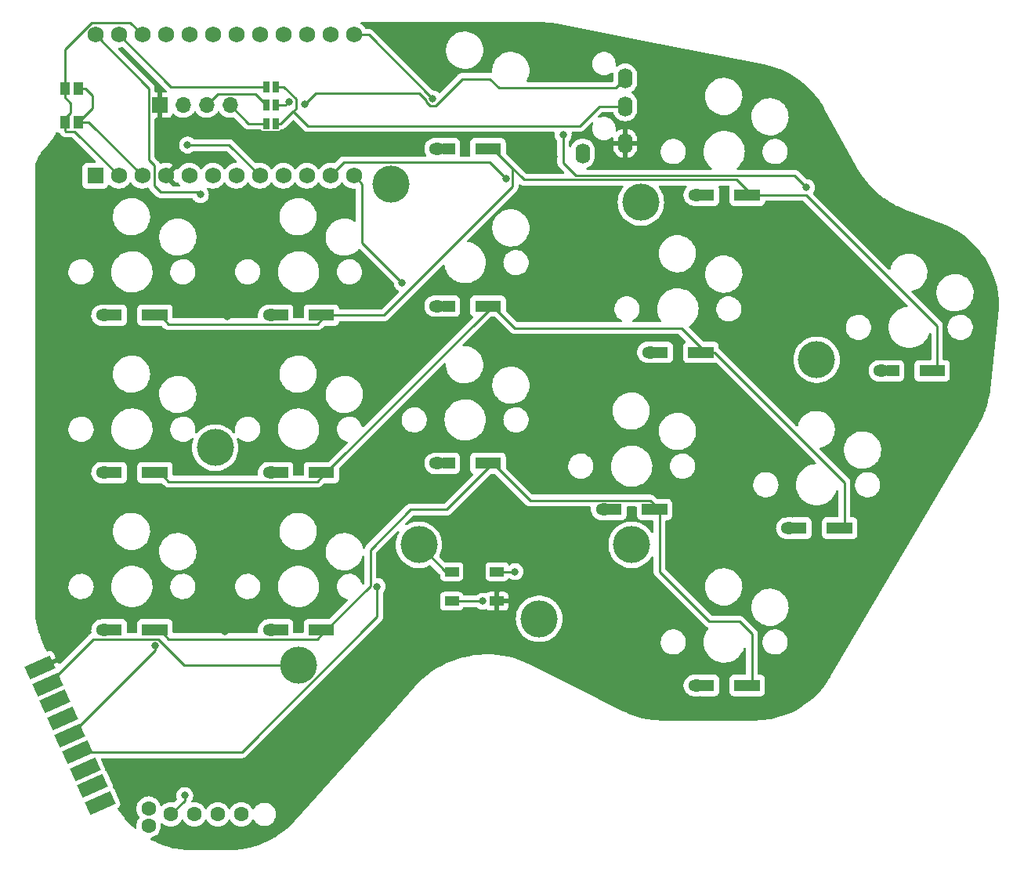
<source format=gbr>
%TF.GenerationSoftware,KiCad,Pcbnew,(6.0.7)*%
%TF.CreationDate,2022-09-08T03:04:32-04:00*%
%TF.ProjectId,right_main_routed,72696768-745f-46d6-9169-6e5f726f7574,v1.0.0*%
%TF.SameCoordinates,Original*%
%TF.FileFunction,Copper,L1,Top*%
%TF.FilePolarity,Positive*%
%FSLAX46Y46*%
G04 Gerber Fmt 4.6, Leading zero omitted, Abs format (unit mm)*
G04 Created by KiCad (PCBNEW (6.0.7)) date 2022-09-08 03:04:32*
%MOMM*%
%LPD*%
G01*
G04 APERTURE LIST*
G04 Aperture macros list*
%AMRotRect*
0 Rectangle, with rotation*
0 The origin of the aperture is its center*
0 $1 length*
0 $2 width*
0 $3 Rotation angle, in degrees counterclockwise*
0 Add horizontal line*
21,1,$1,$2,0,0,$3*%
G04 Aperture macros list end*
%TA.AperFunction,ComponentPad*%
%ADD10O,1.600000X2.200000*%
%TD*%
%TA.AperFunction,ComponentPad*%
%ADD11R,1.778000X1.300000*%
%TD*%
%TA.AperFunction,SMDPad,CuDef*%
%ADD12R,1.400000X1.300000*%
%TD*%
%TA.AperFunction,ComponentPad*%
%ADD13O,1.778000X1.300000*%
%TD*%
%TA.AperFunction,ComponentPad*%
%ADD14C,0.500000*%
%TD*%
%TA.AperFunction,ComponentPad*%
%ADD15C,4.000000*%
%TD*%
%TA.AperFunction,SMDPad,CuDef*%
%ADD16RotRect,3.000000X1.500000X203.962489*%
%TD*%
%TA.AperFunction,ComponentPad*%
%ADD17C,0.600000*%
%TD*%
%TA.AperFunction,SMDPad,CuDef*%
%ADD18R,0.635000X1.143000*%
%TD*%
%TA.AperFunction,SMDPad,CuDef*%
%ADD19R,1.050000X1.400000*%
%TD*%
%TA.AperFunction,ComponentPad*%
%ADD20R,1.700000X1.700000*%
%TD*%
%TA.AperFunction,ComponentPad*%
%ADD21O,1.700000X1.700000*%
%TD*%
%TA.AperFunction,ComponentPad*%
%ADD22C,1.600000*%
%TD*%
%TA.AperFunction,ComponentPad*%
%ADD23R,1.752600X1.752600*%
%TD*%
%TA.AperFunction,ComponentPad*%
%ADD24C,1.752600*%
%TD*%
%TA.AperFunction,SMDPad,CuDef*%
%ADD25R,1.500000X1.000000*%
%TD*%
%TA.AperFunction,ViaPad*%
%ADD26C,0.800000*%
%TD*%
%TA.AperFunction,Conductor*%
%ADD27C,0.250000*%
%TD*%
G04 APERTURE END LIST*
D10*
%TO.P,J1,1*%
%TO.N,GND*%
X66700000Y46800000D03*
%TO.P,J1,2*%
%TO.N,VCC*%
X71300000Y47900000D03*
%TO.P,J1,3*%
%TO.N,TRRS3*%
X71300000Y51900000D03*
%TO.P,J1,4*%
%TO.N,TRRS4*%
X71300000Y54900000D03*
%TD*%
D11*
%TO.P,D6,1*%
%TO.N,R1*%
X39000000Y29300000D03*
D12*
X37775000Y29300000D03*
%TO.P,D6,2*%
%TO.N,index_top*%
X34225000Y29300000D03*
D13*
X33000000Y29300000D03*
%TD*%
D14*
%TO.P,H1,1*%
%TO.N,GND*%
X27000000Y13500000D03*
X25500000Y15000000D03*
X27000000Y16500000D03*
X28060000Y16060000D03*
X28060000Y13940000D03*
X25940000Y13940000D03*
X28500000Y15000000D03*
X25940000Y16060000D03*
D15*
X27000000Y15000000D03*
%TD*%
D16*
%TO.P,J14,1*%
%TO.N,VCC*%
X8053131Y-8784529D03*
D17*
X8053131Y-8784529D03*
D16*
%TO.P,J14,2*%
%TO.N,GND*%
X8865408Y-10612152D03*
D17*
X8865408Y-10612152D03*
D16*
%TO.P,J14,3*%
%TO.N,SDA*%
X9677685Y-12439775D03*
D17*
X9677685Y-12439775D03*
%TO.P,J14,4*%
%TO.N,SCL*%
X10489962Y-14267398D03*
D16*
X10489962Y-14267398D03*
%TO.P,J14,5*%
%TO.N,C1*%
X11302239Y-16095021D03*
D17*
X11302239Y-16095021D03*
%TO.P,J14,6*%
%TO.N,C2*%
X12114516Y-17922644D03*
D16*
X12114516Y-17922644D03*
D17*
%TO.P,J14,7*%
%TO.N,R4*%
X12926793Y-19750267D03*
D16*
X12926793Y-19750267D03*
D17*
%TO.P,J14,8*%
%TO.N,R5*%
X13739070Y-21577890D03*
D16*
X13739070Y-21577890D03*
D17*
%TO.P,J14,9*%
%TO.N,N/C*%
X14551347Y-23405513D03*
D16*
X14551347Y-23405513D03*
%TD*%
D12*
%TO.P,D2,1*%
%TO.N,R2*%
X19775000Y12300000D03*
D11*
X21000000Y12300000D03*
D13*
%TO.P,D2,2*%
%TO.N,far_home*%
X15000000Y12300000D03*
D12*
X16225000Y12300000D03*
%TD*%
%TO.P,D10,1*%
%TO.N,R3*%
X73775000Y8300000D03*
D11*
X75000000Y8300000D03*
D12*
%TO.P,D10,2*%
%TO.N,ring_bottom*%
X70225000Y8300000D03*
D13*
X69000000Y8300000D03*
%TD*%
D12*
%TO.P,D11,1*%
%TO.N,R2*%
X78775000Y25300000D03*
D11*
X80000000Y25300000D03*
D13*
%TO.P,D11,2*%
%TO.N,ring_home*%
X74000000Y25300000D03*
D12*
X75225000Y25300000D03*
%TD*%
D11*
%TO.P,D9,1*%
%TO.N,R1*%
X57000000Y47300000D03*
D12*
X55775000Y47300000D03*
D13*
%TO.P,D9,2*%
%TO.N,middle_top*%
X51000000Y47300000D03*
D12*
X52225000Y47300000D03*
%TD*%
D18*
%TO.P,J7,1*%
%TO.N,SCL*%
X32499620Y50000000D03*
%TO.P,J7,2*%
%TO.N,TRRS3*%
X33500380Y50000000D03*
%TD*%
D12*
%TO.P,D5,1*%
%TO.N,R2*%
X37775000Y12300000D03*
D11*
X39000000Y12300000D03*
D13*
%TO.P,D5,2*%
%TO.N,index_home*%
X33000000Y12300000D03*
D12*
X34225000Y12300000D03*
%TD*%
D14*
%TO.P,H13,1*%
%TO.N,GND*%
X47500000Y4500000D03*
D15*
X49000000Y4500000D03*
D14*
X49000000Y3000000D03*
X49000000Y6000000D03*
X47940000Y5560000D03*
X50060000Y3440000D03*
X50500000Y4500000D03*
X50060000Y5560000D03*
X47940000Y3440000D03*
%TD*%
D19*
%TO.P,RST1,1*%
%TO.N,RST*%
X12220000Y50200000D03*
X12220000Y53800000D03*
%TO.P,RST1,2*%
%TO.N,GND*%
X10780000Y50200000D03*
X10780000Y53800000D03*
%TD*%
D11*
%TO.P,D3,1*%
%TO.N,R1*%
X21000000Y29300000D03*
D12*
X19775000Y29300000D03*
%TO.P,D3,2*%
%TO.N,far_top*%
X16225000Y29300000D03*
D13*
X15000000Y29300000D03*
%TD*%
D11*
%TO.P,D4,1*%
%TO.N,R3*%
X39000000Y-4700000D03*
D12*
X37775000Y-4700000D03*
%TO.P,D4,2*%
%TO.N,index_bottom*%
X34225000Y-4700000D03*
D13*
X33000000Y-4700000D03*
%TD*%
D18*
%TO.P,J5,1*%
%TO.N,SERIAL*%
X32499620Y54000000D03*
%TO.P,J5,2*%
%TO.N,TRRS3*%
X33500380Y54000000D03*
%TD*%
D14*
%TO.P,H7,1*%
%TO.N,GND*%
X93060000Y23440000D03*
D15*
X92000000Y24500000D03*
D14*
X92000000Y26000000D03*
X90500000Y24500000D03*
X93060000Y25560000D03*
X90940000Y25560000D03*
X93500000Y24500000D03*
X92000000Y23000000D03*
X90940000Y23440000D03*
%TD*%
D11*
%TO.P,D13,1*%
%TO.N,R3*%
X85000000Y-10700000D03*
D12*
X83775000Y-10700000D03*
%TO.P,D13,2*%
%TO.N,pinkie_bottom*%
X80225000Y-10700000D03*
D13*
X79000000Y-10700000D03*
%TD*%
D11*
%TO.P,D7,1*%
%TO.N,R3*%
X57000000Y13300000D03*
D12*
X55775000Y13300000D03*
D13*
%TO.P,D7,2*%
%TO.N,middle_bottom*%
X51000000Y13300000D03*
D12*
X52225000Y13300000D03*
%TD*%
%TO.P,D8,1*%
%TO.N,R2*%
X55775000Y30300000D03*
D11*
X57000000Y30300000D03*
D13*
%TO.P,D8,2*%
%TO.N,middle_home*%
X51000000Y30300000D03*
D12*
X52225000Y30300000D03*
%TD*%
D15*
%TO.P,H3,1*%
%TO.N,GND*%
X46000000Y43500000D03*
D14*
X46000000Y42000000D03*
X47500000Y43500000D03*
X44940000Y44560000D03*
X44940000Y42440000D03*
X44500000Y43500000D03*
X46000000Y45000000D03*
X47060000Y42440000D03*
X47060000Y44560000D03*
%TD*%
D11*
%TO.P,D12,1*%
%TO.N,R1*%
X85000000Y42300000D03*
D12*
X83775000Y42300000D03*
D13*
%TO.P,D12,2*%
%TO.N,ring_top*%
X79000000Y42300000D03*
D12*
X80225000Y42300000D03*
%TD*%
%TO.P,D15,1*%
%TO.N,R1*%
X103775000Y23300000D03*
D11*
X105000000Y23300000D03*
D12*
%TO.P,D15,2*%
%TO.N,pinkie_top*%
X100225000Y23300000D03*
D13*
X99000000Y23300000D03*
%TD*%
D20*
%TO.P,J3,1*%
%TO.N,VCC*%
X21000000Y52000000D03*
D21*
%TO.P,J3,2*%
%TO.N,GND*%
X23540000Y52000000D03*
%TO.P,J3,3*%
%TO.N,SDA*%
X26080000Y52000000D03*
%TO.P,J3,4*%
%TO.N,SCL*%
X28620000Y52000000D03*
%TD*%
D22*
%TO.P,S1,A*%
%TO.N,scroll_r1*%
X22190000Y-24625000D03*
%TO.P,S1,B*%
%TO.N,GND*%
X24730000Y-24625000D03*
%TO.P,S1,C*%
%TO.N,scroll_r2*%
X27270000Y-24625000D03*
%TO.P,S1,D*%
%TO.N,N/C*%
X29810000Y-24625000D03*
%TO.P,S1,S1*%
%TO.N,GND*%
X19800000Y-25850000D03*
%TO.P,S1,S2*%
%TO.N,scroll_switch*%
X19800000Y-24000000D03*
%TD*%
D11*
%TO.P,D1,1*%
%TO.N,R3*%
X21000000Y-4700000D03*
D12*
X19775000Y-4700000D03*
%TO.P,D1,2*%
%TO.N,far_bottom*%
X16225000Y-4700000D03*
D13*
X15000000Y-4700000D03*
%TD*%
D14*
%TO.P,H11,1*%
%TO.N,GND*%
X37060000Y-9560000D03*
X36000000Y-10000000D03*
X37060000Y-7440000D03*
X34500000Y-8500000D03*
X36000000Y-7000000D03*
X37500000Y-8500000D03*
D15*
X36000000Y-8500000D03*
D14*
X34940000Y-9560000D03*
X34940000Y-7440000D03*
%TD*%
D18*
%TO.P,J6,1*%
%TO.N,SDA*%
X32499620Y52000000D03*
%TO.P,J6,2*%
%TO.N,TRRS4*%
X33500380Y52000000D03*
%TD*%
D23*
%TO.P,U1,1*%
%TO.N,N/C*%
X14030000Y44380000D03*
D24*
%TO.P,U1,2*%
%TO.N,GND*%
X16570000Y44380000D03*
%TO.P,U1,3*%
%TO.N,RST*%
X19110000Y44380000D03*
%TO.P,U1,4*%
%TO.N,VCC*%
X21650000Y44380000D03*
%TO.P,U1,5*%
%TO.N,N/C*%
X24190000Y44380000D03*
%TO.P,U1,6*%
%TO.N,scroll_switch*%
X26730000Y44380000D03*
%TO.P,U1,7*%
%TO.N,scroll_r2*%
X29270000Y44380000D03*
%TO.P,U1,8*%
%TO.N,scroll_r1*%
X31810000Y44380000D03*
%TO.P,U1,9*%
%TO.N,R5*%
X34350000Y44380000D03*
%TO.P,U1,10*%
%TO.N,R4*%
X36890000Y44380000D03*
%TO.P,U1,11*%
%TO.N,R3*%
X39430000Y44380000D03*
%TO.P,U1,12*%
%TO.N,R2*%
X41970000Y44380000D03*
%TO.P,U1,13*%
%TO.N,RGB*%
X14030000Y59620000D03*
%TO.P,U1,14*%
%TO.N,SERIAL*%
X16570000Y59620000D03*
%TO.P,U1,15*%
%TO.N,GND*%
X19110000Y59620000D03*
%TO.P,U1,16*%
X21650000Y59620000D03*
%TO.P,U1,17*%
%TO.N,SDA*%
X24190000Y59620000D03*
%TO.P,U1,18*%
%TO.N,SCL*%
X26730000Y59620000D03*
%TO.P,U1,19*%
%TO.N,C1*%
X29270000Y59620000D03*
%TO.P,U1,20*%
%TO.N,C2*%
X31810000Y59620000D03*
%TO.P,U1,21*%
%TO.N,C3*%
X34350000Y59620000D03*
%TO.P,U1,22*%
%TO.N,C4*%
X36890000Y59620000D03*
%TO.P,U1,23*%
%TO.N,C5*%
X39430000Y59620000D03*
%TO.P,U1,24*%
%TO.N,R1*%
X41970000Y59620000D03*
%TD*%
D11*
%TO.P,D14,1*%
%TO.N,R2*%
X95000000Y6300000D03*
D12*
X93775000Y6300000D03*
D13*
%TO.P,D14,2*%
%TO.N,pinkie_home*%
X89000000Y6300000D03*
D12*
X90225000Y6300000D03*
%TD*%
D25*
%TO.P,DS4,1*%
%TO.N,VCC*%
X57450000Y-1600000D03*
%TO.P,DS4,2*%
%TO.N,rgb_palm_out*%
X57450000Y1600000D03*
%TO.P,DS4,3*%
%TO.N,GND*%
X52550000Y1600000D03*
%TO.P,DS4,4*%
%TO.N,rgb_ug3_out*%
X52550000Y-1600000D03*
%TD*%
D14*
%TO.P,H5,1*%
%TO.N,GND*%
X71500000Y41500000D03*
X74060000Y42560000D03*
X73000000Y40000000D03*
X71940000Y42560000D03*
X73000000Y43000000D03*
X71940000Y40440000D03*
X74500000Y41500000D03*
X74060000Y40440000D03*
D15*
X73000000Y41500000D03*
%TD*%
%TO.P,H15,1*%
%TO.N,GND*%
X62000000Y-3500000D03*
D14*
X62000000Y-5000000D03*
X60940000Y-2440000D03*
X62000000Y-2000000D03*
X63500000Y-3500000D03*
X63060000Y-4560000D03*
X60940000Y-4560000D03*
X63060000Y-2440000D03*
X60500000Y-3500000D03*
%TD*%
%TO.P,H9,1*%
%TO.N,GND*%
X73500000Y4500000D03*
X70500000Y4500000D03*
X73060000Y3440000D03*
X72000000Y6000000D03*
X72000000Y3000000D03*
D15*
X72000000Y4500000D03*
D14*
X73060000Y5560000D03*
X70940000Y3440000D03*
X70940000Y5560000D03*
%TD*%
D26*
%TO.N,C1*%
X20500000Y-6400000D03*
%TO.N,R3*%
X58400000Y44100000D03*
%TO.N,R2*%
X47200000Y32800000D03*
%TO.N,R1*%
X50500000Y52700000D03*
%TO.N,C2*%
X44500000Y0D03*
%TO.N,VCC*%
X64700000Y42700000D03*
X28300000Y29200000D03*
X63600000Y46400000D03*
X55600000Y1300000D03*
X91900000Y37200000D03*
X79700000Y9600000D03*
X28000000Y-4900000D03*
%TO.N,RGB*%
X25400000Y42339712D03*
%TO.N,scroll_r1*%
X24000000Y47700000D03*
X23700000Y-22600000D03*
%TO.N,TRRS4*%
X36700000Y52100000D03*
X34987348Y52387348D03*
%TO.N,rgb_ug3_out*%
X55900000Y-1600000D03*
%TO.N,rgb_palm_out*%
X59400000Y1600000D03*
%TO.N,rgb_ug5_out*%
X90900000Y43100000D03*
X64600000Y48800000D03*
%TD*%
D27*
%TO.N,C1*%
X20500000Y-6897260D02*
X20500000Y-6400000D01*
X11302239Y-16095021D02*
X20500000Y-6897260D01*
%TO.N,R3*%
X56675000Y45825000D02*
X58400000Y44100000D01*
X52000000Y8300000D02*
X57000000Y13300000D01*
X75000000Y1596697D02*
X80396697Y-3800000D01*
X40875000Y45825000D02*
X56675000Y45825000D01*
X43775500Y3975500D02*
X48100000Y8300000D01*
X80396697Y-3800000D02*
X83637695Y-3800000D01*
X43775500Y75500D02*
X43775500Y3975500D01*
X57000000Y13300000D02*
X61025000Y9275000D01*
X39000000Y-4700000D02*
X43775500Y75500D01*
X74025000Y9275000D02*
X75000000Y8300000D01*
X21000000Y-4700000D02*
X21975000Y-5675000D01*
X38025000Y-5675000D02*
X39000000Y-4700000D01*
X21975000Y-5675000D02*
X38025000Y-5675000D01*
X61025000Y9275000D02*
X74025000Y9275000D01*
X85000000Y-5162305D02*
X85000000Y-10700000D01*
X48100000Y8300000D02*
X52000000Y8300000D01*
X39430000Y44380000D02*
X40875000Y45825000D01*
X83637695Y-3800000D02*
X85000000Y-5162305D01*
X75000000Y8300000D02*
X75000000Y1596697D01*
%TO.N,R2*%
X42846300Y43503700D02*
X42846300Y37153700D01*
X59389501Y27910499D02*
X77389501Y27910499D01*
X39000000Y12300000D02*
X57000000Y30300000D01*
X21975000Y11325000D02*
X38025000Y11325000D01*
X38025000Y11325000D02*
X39000000Y12300000D01*
X41970000Y44380000D02*
X42846300Y43503700D01*
X80940998Y25300000D02*
X95000000Y11240998D01*
X57000000Y30300000D02*
X59389501Y27910499D01*
X21000000Y12300000D02*
X21975000Y11325000D01*
X77389501Y27910499D02*
X80000000Y25300000D01*
X80000000Y25300000D02*
X80940998Y25300000D01*
X95000000Y11240998D02*
X95000000Y6300000D01*
X42846300Y37153700D02*
X47200000Y32800000D01*
%TO.N,R1*%
X59124500Y43199902D02*
X59124500Y45175500D01*
X21975000Y28325000D02*
X38025000Y28325000D01*
X41970000Y59620000D02*
X43580000Y59620000D01*
X21000000Y29300000D02*
X21975000Y28325000D01*
X57000000Y47300000D02*
X60349501Y43950499D01*
X43580000Y59620000D02*
X50500000Y52700000D01*
X59124500Y45175500D02*
X57000000Y47300000D01*
X90840998Y42300000D02*
X105000000Y28140998D01*
X85000000Y42300000D02*
X90840998Y42300000D01*
X45224598Y29300000D02*
X59124500Y43199902D01*
X39000000Y29300000D02*
X45224598Y29300000D01*
X83349501Y43950499D02*
X85000000Y42300000D01*
X60349501Y43950499D02*
X83349501Y43950499D01*
X38025000Y28325000D02*
X39000000Y29300000D01*
X105000000Y28140998D02*
X105000000Y23300000D01*
%TO.N,C2*%
X29865403Y-17922644D02*
X44500000Y-3288047D01*
X12114516Y-17922644D02*
X29865403Y-17922644D01*
X44500000Y-3288047D02*
X44500000Y0D01*
%TO.N,GND*%
X20800098Y-5675500D02*
X13802060Y-5675500D01*
X36000000Y-8500000D02*
X23624598Y-8500000D01*
X10780000Y58068895D02*
X13611105Y60900000D01*
X23624598Y-8500000D02*
X20800098Y-5675500D01*
X11775000Y49175000D02*
X16570000Y44380000D01*
X10855000Y49175000D02*
X11775000Y49175000D01*
X11400000Y51200000D02*
X10780000Y50580000D01*
X13802060Y-5675500D02*
X8865408Y-10612152D01*
X10780000Y49250000D02*
X10855000Y49175000D01*
X52550000Y1600000D02*
X51900000Y1600000D01*
X17830000Y60900000D02*
X19110000Y59620000D01*
X11400000Y52230000D02*
X11400000Y51200000D01*
X10780000Y53800000D02*
X10780000Y52850000D01*
X13611105Y60900000D02*
X17830000Y60900000D01*
X51900000Y1600000D02*
X49000000Y4500000D01*
X10780000Y52850000D02*
X11400000Y52230000D01*
X10780000Y50580000D02*
X10780000Y50200000D01*
X10780000Y53800000D02*
X10780000Y58068895D01*
X10780000Y50200000D02*
X10780000Y49250000D01*
%TO.N,RST*%
X12220000Y50200000D02*
X13290000Y50200000D01*
X13290000Y50200000D02*
X19110000Y44380000D01*
X12220000Y53800000D02*
X12995000Y53800000D01*
X13725611Y51705611D02*
X12220000Y50200000D01*
X13725611Y53069389D02*
X13725611Y51705611D01*
X12995000Y53800000D02*
X13725611Y53069389D01*
%TO.N,SERIAL*%
X22190000Y54000000D02*
X32499620Y54000000D01*
X16570000Y59620000D02*
X22190000Y54000000D01*
%TO.N,RGB*%
X25139712Y42600000D02*
X25400000Y42339712D01*
X21100000Y42600000D02*
X25139712Y42600000D01*
X20400000Y45500000D02*
X20400000Y43300000D01*
X19825000Y46075000D02*
X20400000Y45500000D01*
X14030000Y59620000D02*
X19825000Y53825000D01*
X19825000Y53825000D02*
X19825000Y46075000D01*
X20400000Y43300000D02*
X21100000Y42600000D01*
%TO.N,SDA*%
X27255000Y53175000D02*
X31324620Y53175000D01*
X26080000Y52000000D02*
X27255000Y53175000D01*
X31324620Y53175000D02*
X32499620Y52000000D01*
%TO.N,SCL*%
X28620000Y52000000D02*
X30620000Y50000000D01*
X30620000Y50000000D02*
X32499620Y50000000D01*
%TO.N,scroll_r1*%
X31810000Y44380000D02*
X28490000Y47700000D01*
X23700000Y-22600000D02*
X23700000Y-23115000D01*
X23700000Y-23115000D02*
X22190000Y-24625000D01*
X28490000Y47700000D02*
X24000000Y47700000D01*
%TO.N,TRRS3*%
X33500380Y54000000D02*
X34399294Y54000000D01*
X35711848Y51643968D02*
X35424500Y51356620D01*
X66358530Y49758530D02*
X37022590Y49758530D01*
X34399294Y54000000D02*
X35711848Y52687446D01*
X35711848Y52687446D02*
X35711848Y51643968D01*
X68500000Y51900000D02*
X66358530Y49758530D01*
X35424500Y51356620D02*
X34067880Y50000000D01*
X37022590Y49758530D02*
X35424500Y51356620D01*
X34067880Y50000000D02*
X33500380Y50000000D01*
X71300000Y51900000D02*
X68500000Y51900000D01*
%TO.N,TRRS4*%
X50199902Y51975500D02*
X50800098Y51975500D01*
X70274999Y53874999D02*
X71300000Y54900000D01*
X50800098Y51975500D02*
X53674099Y54849501D01*
X33500380Y52000000D02*
X34600000Y52000000D01*
X56686189Y54849501D02*
X57660691Y53874999D01*
X34600000Y52000000D02*
X34987348Y52387348D01*
X53674099Y54849501D02*
X56686189Y54849501D01*
X49775500Y52399902D02*
X50199902Y51975500D01*
X48999902Y53275500D02*
X49775500Y52499902D01*
X36700000Y52100000D02*
X37875500Y53275500D01*
X37875500Y53275500D02*
X48999902Y53275500D01*
X57660691Y53874999D02*
X70274999Y53874999D01*
X49775500Y52499902D02*
X49775500Y52399902D01*
%TO.N,rgb_ug3_out*%
X55900000Y-1600000D02*
X52550000Y-1600000D01*
%TO.N,rgb_palm_out*%
X57450000Y1600000D02*
X59400000Y1600000D01*
%TO.N,rgb_ug5_out*%
X90900000Y43100000D02*
X89600000Y44400000D01*
X89600000Y44400000D02*
X66000000Y44400000D01*
X64600000Y45800000D02*
X64600000Y48800000D01*
X66000000Y44400000D02*
X64600000Y45800000D01*
%TD*%
%TA.AperFunction,Conductor*%
%TO.N,VCC*%
G36*
X61997173Y60990000D02*
G01*
X62012008Y60987690D01*
X62012009Y60987690D01*
X62020879Y60986309D01*
X62029782Y60987473D01*
X62029787Y60987473D01*
X62045696Y60989553D01*
X62065085Y60990580D01*
X62268753Y60985642D01*
X62484160Y60980420D01*
X62490262Y60980124D01*
X62943156Y60947126D01*
X62949236Y60946534D01*
X63238846Y60911255D01*
X63399982Y60891625D01*
X63405998Y60890744D01*
X63811639Y60821234D01*
X63833375Y60815473D01*
X63840999Y60812704D01*
X63841001Y60812704D01*
X63849438Y60809639D01*
X63881204Y60807606D01*
X63897438Y60805500D01*
X74967041Y58631114D01*
X86276708Y56409572D01*
X86295440Y56404364D01*
X86309554Y56399237D01*
X86309559Y56399236D01*
X86317991Y56396173D01*
X86341310Y56394680D01*
X86361387Y56391757D01*
X86898068Y56268850D01*
X86905654Y56266862D01*
X87465537Y56101320D01*
X87472973Y56098867D01*
X88021443Y55898767D01*
X88028708Y55895857D01*
X88563673Y55661960D01*
X88570747Y55658600D01*
X89083948Y55394985D01*
X89090053Y55391849D01*
X89096907Y55388055D01*
X89598635Y55089436D01*
X89605225Y55085229D01*
X90087348Y54755945D01*
X90093684Y54751321D01*
X90147778Y54709203D01*
X90554347Y54392642D01*
X90560348Y54387663D01*
X90997797Y54000952D01*
X91003504Y53995580D01*
X91196204Y53802548D01*
X91404592Y53593802D01*
X91415975Y53582399D01*
X91421345Y53576673D01*
X91790186Y53157988D01*
X91807269Y53138597D01*
X91812272Y53132548D01*
X91849614Y53084417D01*
X92170150Y52671276D01*
X92174769Y52664923D01*
X92378536Y52365472D01*
X92494496Y52195060D01*
X92503209Y52182255D01*
X92507421Y52175631D01*
X92514500Y52163690D01*
X92784304Y51708595D01*
X92794302Y51687486D01*
X92799569Y51673035D01*
X92812775Y51655074D01*
X92818422Y51647394D01*
X92827244Y51633601D01*
X96213162Y45493802D01*
X96237957Y45448840D01*
X96246521Y45429695D01*
X96253163Y45410754D01*
X96259091Y45399689D01*
X96262017Y45395809D01*
X96262646Y45394826D01*
X96269817Y45384088D01*
X96282272Y45362893D01*
X96547733Y44911159D01*
X96551248Y44905177D01*
X96868835Y44426646D01*
X97212083Y43966173D01*
X97579967Y43525134D01*
X97971388Y43104844D01*
X98165303Y42918195D01*
X98383939Y42707750D01*
X98383950Y42707740D01*
X98385178Y42706558D01*
X98820102Y42331465D01*
X98821478Y42330404D01*
X99273491Y41981742D01*
X99273503Y41981733D01*
X99274862Y41980685D01*
X99363974Y41919407D01*
X99745629Y41656963D01*
X99748101Y41655263D01*
X100238406Y41356173D01*
X100239897Y41355372D01*
X100239914Y41355362D01*
X100633397Y41143910D01*
X100744313Y41084305D01*
X101264313Y40840473D01*
X101265898Y40839833D01*
X101767192Y40637382D01*
X101776009Y40633086D01*
X101776079Y40633233D01*
X101780473Y40631132D01*
X101784687Y40628702D01*
X101789222Y40626950D01*
X101791861Y40625930D01*
X101791866Y40625929D01*
X101796397Y40624178D01*
X101823668Y40618244D01*
X101840850Y40613203D01*
X105465960Y39263162D01*
X105483600Y39254992D01*
X105496701Y39247647D01*
X105496703Y39247646D01*
X105504527Y39243260D01*
X105513269Y39241245D01*
X105513273Y39241244D01*
X105527209Y39238033D01*
X105546591Y39231884D01*
X105692429Y39172269D01*
X106062769Y39020884D01*
X106070028Y39017646D01*
X106601737Y38760052D01*
X106608755Y38756374D01*
X106886066Y38599713D01*
X107123131Y38465788D01*
X107129925Y38461663D01*
X107624980Y38139207D01*
X107631500Y38134661D01*
X107887196Y37944118D01*
X108097680Y37787267D01*
X108105240Y37781633D01*
X108111455Y37776688D01*
X108270524Y37641748D01*
X108561970Y37394511D01*
X108567866Y37389181D01*
X108593985Y37364026D01*
X108993412Y36979337D01*
X108998921Y36973687D01*
X109397813Y36537791D01*
X109402976Y36531778D01*
X109674776Y36194293D01*
X109773541Y36071659D01*
X109778329Y36065316D01*
X110103607Y35604749D01*
X110119159Y35582728D01*
X110123536Y35576096D01*
X110426995Y35083159D01*
X110433256Y35072988D01*
X110437202Y35066099D01*
X110699849Y34572176D01*
X110714581Y34544471D01*
X110718088Y34537343D01*
X110750829Y34465123D01*
X110962030Y33999251D01*
X110965082Y33991912D01*
X111174611Y33439515D01*
X111177194Y33431998D01*
X111351474Y32867495D01*
X111353577Y32859833D01*
X111487229Y32304940D01*
X111491922Y32285454D01*
X111493537Y32277678D01*
X111587271Y31742112D01*
X111595388Y31695732D01*
X111596510Y31687872D01*
X111621912Y31458234D01*
X111661468Y31100641D01*
X111662092Y31092718D01*
X111689894Y30502590D01*
X111690018Y30494642D01*
X111686778Y30292323D01*
X111680805Y29919308D01*
X111680558Y29903911D01*
X111680180Y29895982D01*
X111637625Y29359175D01*
X111636719Y29347741D01*
X111632710Y29324683D01*
X111628690Y29309875D01*
X111628864Y29300899D01*
X111629306Y29278047D01*
X111628559Y29261695D01*
X110736053Y21229148D01*
X110732422Y21210048D01*
X110726136Y21186895D01*
X110726310Y21177919D01*
X110726593Y21163280D01*
X110725371Y21143169D01*
X110651063Y20618632D01*
X110649775Y20611166D01*
X110542944Y20086525D01*
X110537386Y20059232D01*
X110535651Y20051855D01*
X110390278Y19507656D01*
X110388104Y19500397D01*
X110365602Y19432764D01*
X110210277Y18965911D01*
X110207681Y18958830D01*
X110035541Y18529516D01*
X109998046Y18436005D01*
X109995022Y18429074D01*
X109754328Y17919782D01*
X109750908Y17913076D01*
X109507598Y17469437D01*
X109499818Y17455252D01*
X109486827Y17436015D01*
X109476911Y17423906D01*
X109473403Y17415647D01*
X109473399Y17415641D01*
X109464466Y17394610D01*
X109457101Y17379991D01*
X93522696Y-9708500D01*
X93486617Y-9769834D01*
X93475500Y-9785775D01*
X93460295Y-9804341D01*
X93456788Y-9812596D01*
X93456787Y-9812598D01*
X93451103Y-9825979D01*
X93441734Y-9843887D01*
X93154405Y-10299867D01*
X93150103Y-10306253D01*
X92815971Y-10770931D01*
X92811287Y-10777043D01*
X92449376Y-11220466D01*
X92444327Y-11226279D01*
X92390236Y-11284851D01*
X92089133Y-11610897D01*
X92056028Y-11646744D01*
X92050640Y-11652232D01*
X91710210Y-11978414D01*
X91637371Y-12048204D01*
X91631659Y-12053352D01*
X91560398Y-12113729D01*
X91194971Y-12423342D01*
X91188947Y-12428138D01*
X90730478Y-12770760D01*
X90724172Y-12775179D01*
X90245622Y-13089163D01*
X90239057Y-13093188D01*
X89742250Y-13377335D01*
X89735453Y-13380952D01*
X89222195Y-13634235D01*
X89215188Y-13637430D01*
X88687409Y-13858891D01*
X88680233Y-13861647D01*
X88139925Y-14050450D01*
X88132582Y-14052767D01*
X87581754Y-14208214D01*
X87574283Y-14210078D01*
X87014981Y-14331589D01*
X87007410Y-14332993D01*
X86667829Y-14385292D01*
X86441725Y-14420113D01*
X86434102Y-14421050D01*
X85864142Y-14473455D01*
X85856461Y-14473925D01*
X85325510Y-14490158D01*
X85302281Y-14488717D01*
X85297401Y-14487958D01*
X85295684Y-14487690D01*
X85295683Y-14487690D01*
X85286813Y-14486309D01*
X85277912Y-14487473D01*
X85277908Y-14487473D01*
X85255254Y-14490436D01*
X85238916Y-14491500D01*
X75410048Y-14491500D01*
X75390663Y-14490000D01*
X75375830Y-14487690D01*
X75375826Y-14487690D01*
X75366957Y-14486309D01*
X75343270Y-14489406D01*
X75323291Y-14490416D01*
X75107753Y-14484168D01*
X74814541Y-14475669D01*
X74807269Y-14475246D01*
X74266600Y-14428124D01*
X74259369Y-14427282D01*
X73722332Y-14348921D01*
X73715143Y-14347659D01*
X73183552Y-14238323D01*
X73176446Y-14236645D01*
X72652105Y-14096707D01*
X72645108Y-14094621D01*
X72129734Y-13924541D01*
X72122870Y-13922053D01*
X71838035Y-13809370D01*
X71618199Y-13722401D01*
X71611519Y-13719531D01*
X71387273Y-13615417D01*
X71156730Y-13508378D01*
X71136775Y-13496783D01*
X71131204Y-13492822D01*
X71131203Y-13492821D01*
X71123888Y-13487620D01*
X71093808Y-13477195D01*
X71078720Y-13470840D01*
X65719607Y-10791284D01*
X77601124Y-10791284D01*
X77602103Y-10796981D01*
X77602103Y-10796982D01*
X77631651Y-10968940D01*
X77637181Y-11001126D01*
X77710875Y-11200884D01*
X77819739Y-11383866D01*
X77960125Y-11543946D01*
X78127333Y-11675762D01*
X78132444Y-11678451D01*
X78132447Y-11678453D01*
X78198606Y-11713261D01*
X78315762Y-11774900D01*
X78321283Y-11776614D01*
X78321287Y-11776616D01*
X78491623Y-11829506D01*
X78519102Y-11838039D01*
X78691982Y-11858500D01*
X79293013Y-11858500D01*
X79383763Y-11850161D01*
X79414618Y-11852353D01*
X79414684Y-11851745D01*
X79476866Y-11858500D01*
X80973134Y-11858500D01*
X81035316Y-11851745D01*
X81171705Y-11800615D01*
X81288261Y-11713261D01*
X81375615Y-11596705D01*
X81426745Y-11460316D01*
X81433500Y-11398134D01*
X81433500Y-10001866D01*
X81426745Y-9939684D01*
X81375615Y-9803295D01*
X81288261Y-9686739D01*
X81171705Y-9599385D01*
X81035316Y-9548255D01*
X80973134Y-9541500D01*
X79476866Y-9541500D01*
X79414684Y-9548255D01*
X79414636Y-9547812D01*
X79378848Y-9549883D01*
X79361349Y-9547812D01*
X79308018Y-9541500D01*
X78706987Y-9541500D01*
X78621355Y-9549368D01*
X78554730Y-9555490D01*
X78554727Y-9555491D01*
X78548976Y-9556019D01*
X78543417Y-9557587D01*
X78543416Y-9557587D01*
X78349611Y-9612246D01*
X78349609Y-9612247D01*
X78344052Y-9613814D01*
X78338877Y-9616366D01*
X78338872Y-9616368D01*
X78181615Y-9693919D01*
X78153092Y-9707985D01*
X77982491Y-9835378D01*
X77837963Y-9991729D01*
X77724347Y-10171799D01*
X77645449Y-10369559D01*
X77644323Y-10375219D01*
X77644322Y-10375223D01*
X77614997Y-10522652D01*
X77603911Y-10578385D01*
X77603835Y-10584160D01*
X77603835Y-10584164D01*
X77602488Y-10687096D01*
X77601124Y-10791284D01*
X65719607Y-10791284D01*
X61111041Y-8487001D01*
X61093124Y-8476090D01*
X61080843Y-8467129D01*
X61080838Y-8467126D01*
X61076910Y-8464260D01*
X61065751Y-8458510D01*
X61061209Y-8456998D01*
X61057432Y-8455328D01*
X60547429Y-8218966D01*
X60499681Y-8196837D01*
X60497935Y-8196150D01*
X60497927Y-8196147D01*
X59921071Y-7969309D01*
X59919332Y-7968625D01*
X59917560Y-7968047D01*
X59917549Y-7968043D01*
X59328255Y-7775805D01*
X59328245Y-7775802D01*
X59326473Y-7775224D01*
X58723190Y-7617314D01*
X58111606Y-7495452D01*
X57493872Y-7410065D01*
X57492016Y-7409920D01*
X57492008Y-7409919D01*
X56874018Y-7361599D01*
X56874017Y-7361599D01*
X56872163Y-7361454D01*
X56870300Y-7361419D01*
X56870297Y-7361419D01*
X56730651Y-7358807D01*
X56248665Y-7349790D01*
X56246823Y-7349865D01*
X56246811Y-7349865D01*
X55944017Y-7362172D01*
X55625572Y-7375115D01*
X55005077Y-7437339D01*
X54655498Y-7493493D01*
X54391218Y-7535945D01*
X54391212Y-7535946D01*
X54389364Y-7536243D01*
X54387536Y-7536649D01*
X54387526Y-7536651D01*
X53782427Y-7671073D01*
X53782412Y-7671077D01*
X53780597Y-7671480D01*
X53778798Y-7671993D01*
X53778799Y-7671993D01*
X53182731Y-7842055D01*
X53182721Y-7842058D01*
X53180920Y-7842572D01*
X52592442Y-8048920D01*
X52017233Y-8289795D01*
X51457319Y-8564352D01*
X51455682Y-8565279D01*
X51455680Y-8565280D01*
X51242006Y-8686271D01*
X50914668Y-8871623D01*
X50391190Y-9210528D01*
X49888727Y-9579875D01*
X49887292Y-9581067D01*
X49887287Y-9581071D01*
X49464513Y-9932285D01*
X49409047Y-9978363D01*
X49407684Y-9979639D01*
X49407682Y-9979641D01*
X49320511Y-10061262D01*
X48953838Y-10404590D01*
X48952549Y-10405949D01*
X48952542Y-10405956D01*
X48541141Y-10839723D01*
X48536306Y-10844525D01*
X48532722Y-10847393D01*
X48524244Y-10856650D01*
X48521548Y-10860703D01*
X48521543Y-10860709D01*
X48508785Y-10879886D01*
X48497832Y-10894054D01*
X45357238Y-14408528D01*
X35640743Y-25281749D01*
X35635449Y-25287673D01*
X35621412Y-25301128D01*
X35614850Y-25306512D01*
X35602868Y-25316342D01*
X35597805Y-25323755D01*
X35589544Y-25335849D01*
X35576886Y-25351524D01*
X35212454Y-25735469D01*
X35207087Y-25740794D01*
X34795753Y-26125034D01*
X34790089Y-26130015D01*
X34692151Y-26211053D01*
X34356421Y-26488848D01*
X34350444Y-26493498D01*
X33896016Y-26825622D01*
X33889772Y-26829904D01*
X33644421Y-26987523D01*
X33416224Y-27134122D01*
X33409739Y-27138018D01*
X33364286Y-27163498D01*
X32918752Y-27413251D01*
X32912038Y-27416754D01*
X32405410Y-27661992D01*
X32398498Y-27665085D01*
X31878051Y-27879447D01*
X31870965Y-27882119D01*
X31338597Y-28064823D01*
X31331364Y-28067065D01*
X30788966Y-28217463D01*
X30781612Y-28219266D01*
X30651765Y-28246993D01*
X30231145Y-28336812D01*
X30223728Y-28338164D01*
X29917547Y-28384524D01*
X29667197Y-28422430D01*
X29659679Y-28423338D01*
X29293411Y-28456452D01*
X29099105Y-28474019D01*
X29091560Y-28474474D01*
X28570022Y-28490153D01*
X28546851Y-28488709D01*
X28540311Y-28487690D01*
X28540306Y-28487690D01*
X28531438Y-28486309D01*
X28522536Y-28487473D01*
X28522534Y-28487473D01*
X28508313Y-28489333D01*
X28499876Y-28490436D01*
X28483541Y-28491500D01*
X24548098Y-28491500D01*
X24528713Y-28490000D01*
X24513879Y-28487690D01*
X24513876Y-28487690D01*
X24505007Y-28486309D01*
X24496104Y-28487473D01*
X24496102Y-28487473D01*
X24481872Y-28489333D01*
X24461589Y-28490334D01*
X23907815Y-28472964D01*
X23899929Y-28472469D01*
X23315255Y-28417304D01*
X23307417Y-28416315D01*
X22727386Y-28324621D01*
X22719624Y-28323144D01*
X22538262Y-28282683D01*
X22146419Y-28195264D01*
X22138791Y-28193308D01*
X21574764Y-28029765D01*
X21567253Y-28027330D01*
X21159671Y-27880887D01*
X21014588Y-27828759D01*
X21007239Y-27825856D01*
X20795134Y-27734261D01*
X20468093Y-27593032D01*
X20460946Y-27589676D01*
X20429327Y-27573600D01*
X20029893Y-27370519D01*
X19978236Y-27321817D01*
X19961109Y-27252917D01*
X19983951Y-27185696D01*
X20039510Y-27141494D01*
X20054387Y-27136496D01*
X20243933Y-27085707D01*
X20243935Y-27085706D01*
X20249243Y-27084284D01*
X20254225Y-27081961D01*
X20451762Y-26989849D01*
X20451767Y-26989846D01*
X20456749Y-26987523D01*
X20561611Y-26914098D01*
X20639789Y-26859357D01*
X20639792Y-26859355D01*
X20644300Y-26856198D01*
X20806198Y-26694300D01*
X20937523Y-26506749D01*
X20939846Y-26501767D01*
X20939849Y-26501762D01*
X21031961Y-26304225D01*
X21031961Y-26304224D01*
X21034284Y-26299243D01*
X21075917Y-26143870D01*
X21092119Y-26083402D01*
X21092119Y-26083400D01*
X21093543Y-26078087D01*
X21113498Y-25850000D01*
X21100429Y-25700620D01*
X21114418Y-25631015D01*
X21163818Y-25580022D01*
X21232944Y-25563832D01*
X21299849Y-25587585D01*
X21315045Y-25600543D01*
X21345700Y-25631198D01*
X21350208Y-25634355D01*
X21350211Y-25634357D01*
X21428389Y-25689098D01*
X21533251Y-25762523D01*
X21538233Y-25764846D01*
X21538238Y-25764849D01*
X21735775Y-25856961D01*
X21740757Y-25859284D01*
X21746065Y-25860706D01*
X21746067Y-25860707D01*
X21956598Y-25917119D01*
X21956600Y-25917119D01*
X21961913Y-25918543D01*
X22190000Y-25938498D01*
X22418087Y-25918543D01*
X22423400Y-25917119D01*
X22423402Y-25917119D01*
X22633933Y-25860707D01*
X22633935Y-25860706D01*
X22639243Y-25859284D01*
X22644225Y-25856961D01*
X22841762Y-25764849D01*
X22841767Y-25764846D01*
X22846749Y-25762523D01*
X22951611Y-25689098D01*
X23029789Y-25634357D01*
X23029792Y-25634355D01*
X23034300Y-25631198D01*
X23196198Y-25469300D01*
X23244193Y-25400757D01*
X23283799Y-25344193D01*
X23327523Y-25281749D01*
X23329846Y-25276767D01*
X23329849Y-25276762D01*
X23345805Y-25242543D01*
X23392722Y-25189258D01*
X23460999Y-25169797D01*
X23528959Y-25190339D01*
X23574195Y-25242543D01*
X23590151Y-25276762D01*
X23590154Y-25276767D01*
X23592477Y-25281749D01*
X23636201Y-25344193D01*
X23675808Y-25400757D01*
X23723802Y-25469300D01*
X23885700Y-25631198D01*
X23890208Y-25634355D01*
X23890211Y-25634357D01*
X23968389Y-25689098D01*
X24073251Y-25762523D01*
X24078233Y-25764846D01*
X24078238Y-25764849D01*
X24275775Y-25856961D01*
X24280757Y-25859284D01*
X24286065Y-25860706D01*
X24286067Y-25860707D01*
X24496598Y-25917119D01*
X24496600Y-25917119D01*
X24501913Y-25918543D01*
X24730000Y-25938498D01*
X24958087Y-25918543D01*
X24963400Y-25917119D01*
X24963402Y-25917119D01*
X25173933Y-25860707D01*
X25173935Y-25860706D01*
X25179243Y-25859284D01*
X25184225Y-25856961D01*
X25381762Y-25764849D01*
X25381767Y-25764846D01*
X25386749Y-25762523D01*
X25491611Y-25689098D01*
X25569789Y-25634357D01*
X25569792Y-25634355D01*
X25574300Y-25631198D01*
X25736198Y-25469300D01*
X25784193Y-25400757D01*
X25823799Y-25344193D01*
X25867523Y-25281749D01*
X25869846Y-25276767D01*
X25869849Y-25276762D01*
X25885805Y-25242543D01*
X25932722Y-25189258D01*
X26000999Y-25169797D01*
X26068959Y-25190339D01*
X26114195Y-25242543D01*
X26130151Y-25276762D01*
X26130154Y-25276767D01*
X26132477Y-25281749D01*
X26176201Y-25344193D01*
X26215808Y-25400757D01*
X26263802Y-25469300D01*
X26425700Y-25631198D01*
X26430208Y-25634355D01*
X26430211Y-25634357D01*
X26508389Y-25689098D01*
X26613251Y-25762523D01*
X26618233Y-25764846D01*
X26618238Y-25764849D01*
X26815775Y-25856961D01*
X26820757Y-25859284D01*
X26826065Y-25860706D01*
X26826067Y-25860707D01*
X27036598Y-25917119D01*
X27036600Y-25917119D01*
X27041913Y-25918543D01*
X27270000Y-25938498D01*
X27498087Y-25918543D01*
X27503400Y-25917119D01*
X27503402Y-25917119D01*
X27713933Y-25860707D01*
X27713935Y-25860706D01*
X27719243Y-25859284D01*
X27724225Y-25856961D01*
X27921762Y-25764849D01*
X27921767Y-25764846D01*
X27926749Y-25762523D01*
X28031611Y-25689098D01*
X28109789Y-25634357D01*
X28109792Y-25634355D01*
X28114300Y-25631198D01*
X28276198Y-25469300D01*
X28324193Y-25400757D01*
X28363799Y-25344193D01*
X28407523Y-25281749D01*
X28409846Y-25276767D01*
X28409849Y-25276762D01*
X28425805Y-25242543D01*
X28472722Y-25189258D01*
X28540999Y-25169797D01*
X28608959Y-25190339D01*
X28654195Y-25242543D01*
X28670151Y-25276762D01*
X28670154Y-25276767D01*
X28672477Y-25281749D01*
X28716201Y-25344193D01*
X28755808Y-25400757D01*
X28803802Y-25469300D01*
X28965700Y-25631198D01*
X28970208Y-25634355D01*
X28970211Y-25634357D01*
X29048389Y-25689098D01*
X29153251Y-25762523D01*
X29158233Y-25764846D01*
X29158238Y-25764849D01*
X29355775Y-25856961D01*
X29360757Y-25859284D01*
X29366065Y-25860706D01*
X29366067Y-25860707D01*
X29576598Y-25917119D01*
X29576600Y-25917119D01*
X29581913Y-25918543D01*
X29810000Y-25938498D01*
X30038087Y-25918543D01*
X30043400Y-25917119D01*
X30043402Y-25917119D01*
X30253933Y-25860707D01*
X30253935Y-25860706D01*
X30259243Y-25859284D01*
X30264225Y-25856961D01*
X30461762Y-25764849D01*
X30461767Y-25764846D01*
X30466749Y-25762523D01*
X30571611Y-25689098D01*
X30649789Y-25634357D01*
X30649792Y-25634355D01*
X30654300Y-25631198D01*
X30816198Y-25469300D01*
X30864193Y-25400757D01*
X30903799Y-25344193D01*
X30947523Y-25281749D01*
X30949849Y-25276761D01*
X30969644Y-25234311D01*
X31016562Y-25181026D01*
X31084839Y-25161565D01*
X31152799Y-25182107D01*
X31195805Y-25229771D01*
X31233118Y-25302064D01*
X31369877Y-25480292D01*
X31536036Y-25631485D01*
X31540783Y-25634463D01*
X31540786Y-25634465D01*
X31701802Y-25735469D01*
X31726344Y-25750864D01*
X31934783Y-25834656D01*
X32154767Y-25880213D01*
X32159378Y-25880479D01*
X32159379Y-25880479D01*
X32209952Y-25883395D01*
X32209956Y-25883395D01*
X32211775Y-25883500D01*
X32356999Y-25883500D01*
X32359786Y-25883251D01*
X32359792Y-25883251D01*
X32429929Y-25876991D01*
X32523762Y-25868617D01*
X32529176Y-25867136D01*
X32529181Y-25867135D01*
X32656912Y-25832191D01*
X32740451Y-25809337D01*
X32745509Y-25806925D01*
X32745513Y-25806923D01*
X32863042Y-25750864D01*
X32943218Y-25712622D01*
X33125654Y-25581529D01*
X33281992Y-25420201D01*
X33407290Y-25233738D01*
X33497588Y-25028033D01*
X33502880Y-25005993D01*
X33548722Y-24815046D01*
X33548722Y-24815045D01*
X33550032Y-24809589D01*
X33562963Y-24585310D01*
X33535975Y-24362285D01*
X33469918Y-24147565D01*
X33447746Y-24104606D01*
X33369454Y-23952919D01*
X33369454Y-23952918D01*
X33366882Y-23947936D01*
X33230123Y-23769708D01*
X33063964Y-23618515D01*
X33059217Y-23615537D01*
X33059214Y-23615535D01*
X32878405Y-23502115D01*
X32873656Y-23499136D01*
X32665217Y-23415344D01*
X32445233Y-23369787D01*
X32440622Y-23369521D01*
X32440621Y-23369521D01*
X32390048Y-23366605D01*
X32390044Y-23366605D01*
X32388225Y-23366500D01*
X32243001Y-23366500D01*
X32240214Y-23366749D01*
X32240208Y-23366749D01*
X32170071Y-23373009D01*
X32076238Y-23381383D01*
X32070824Y-23382864D01*
X32070819Y-23382865D01*
X31956262Y-23414205D01*
X31859549Y-23440663D01*
X31854491Y-23443075D01*
X31854487Y-23443077D01*
X31758165Y-23489021D01*
X31656782Y-23537378D01*
X31474346Y-23668471D01*
X31447950Y-23695710D01*
X31374104Y-23771913D01*
X31318008Y-23829799D01*
X31314881Y-23834453D01*
X31196241Y-24011008D01*
X31192710Y-24016262D01*
X31191494Y-24019033D01*
X31141727Y-24068518D01*
X31072311Y-24083412D01*
X31005861Y-24058412D01*
X30967461Y-24011008D01*
X30949851Y-23973242D01*
X30949847Y-23973236D01*
X30947523Y-23968251D01*
X30816198Y-23780700D01*
X30654300Y-23618802D01*
X30649792Y-23615645D01*
X30649789Y-23615643D01*
X30519043Y-23524094D01*
X30466749Y-23487477D01*
X30461767Y-23485154D01*
X30461762Y-23485151D01*
X30264225Y-23393039D01*
X30264224Y-23393039D01*
X30259243Y-23390716D01*
X30253935Y-23389294D01*
X30253933Y-23389293D01*
X30043402Y-23332881D01*
X30043400Y-23332881D01*
X30038087Y-23331457D01*
X29810000Y-23311502D01*
X29581913Y-23331457D01*
X29576600Y-23332881D01*
X29576598Y-23332881D01*
X29366067Y-23389293D01*
X29366065Y-23389294D01*
X29360757Y-23390716D01*
X29355776Y-23393039D01*
X29355775Y-23393039D01*
X29158238Y-23485151D01*
X29158233Y-23485154D01*
X29153251Y-23487477D01*
X29100957Y-23524094D01*
X28970211Y-23615643D01*
X28970208Y-23615645D01*
X28965700Y-23618802D01*
X28803802Y-23780700D01*
X28672477Y-23968251D01*
X28670154Y-23973233D01*
X28670151Y-23973238D01*
X28654195Y-24007457D01*
X28607278Y-24060742D01*
X28539001Y-24080203D01*
X28471041Y-24059661D01*
X28425805Y-24007457D01*
X28409849Y-23973238D01*
X28409846Y-23973233D01*
X28407523Y-23968251D01*
X28276198Y-23780700D01*
X28114300Y-23618802D01*
X28109792Y-23615645D01*
X28109789Y-23615643D01*
X27979043Y-23524094D01*
X27926749Y-23487477D01*
X27921767Y-23485154D01*
X27921762Y-23485151D01*
X27724225Y-23393039D01*
X27724224Y-23393039D01*
X27719243Y-23390716D01*
X27713935Y-23389294D01*
X27713933Y-23389293D01*
X27503402Y-23332881D01*
X27503400Y-23332881D01*
X27498087Y-23331457D01*
X27270000Y-23311502D01*
X27041913Y-23331457D01*
X27036600Y-23332881D01*
X27036598Y-23332881D01*
X26826067Y-23389293D01*
X26826065Y-23389294D01*
X26820757Y-23390716D01*
X26815776Y-23393039D01*
X26815775Y-23393039D01*
X26618238Y-23485151D01*
X26618233Y-23485154D01*
X26613251Y-23487477D01*
X26560957Y-23524094D01*
X26430211Y-23615643D01*
X26430208Y-23615645D01*
X26425700Y-23618802D01*
X26263802Y-23780700D01*
X26132477Y-23968251D01*
X26130154Y-23973233D01*
X26130151Y-23973238D01*
X26114195Y-24007457D01*
X26067278Y-24060742D01*
X25999001Y-24080203D01*
X25931041Y-24059661D01*
X25885805Y-24007457D01*
X25869849Y-23973238D01*
X25869846Y-23973233D01*
X25867523Y-23968251D01*
X25736198Y-23780700D01*
X25574300Y-23618802D01*
X25569792Y-23615645D01*
X25569789Y-23615643D01*
X25439043Y-23524094D01*
X25386749Y-23487477D01*
X25381767Y-23485154D01*
X25381762Y-23485151D01*
X25184225Y-23393039D01*
X25184224Y-23393039D01*
X25179243Y-23390716D01*
X25173935Y-23389294D01*
X25173933Y-23389293D01*
X24963402Y-23332881D01*
X24963400Y-23332881D01*
X24958087Y-23331457D01*
X24730000Y-23311502D01*
X24724525Y-23311981D01*
X24558377Y-23326517D01*
X24488772Y-23312528D01*
X24437779Y-23263128D01*
X24421589Y-23194002D01*
X24441405Y-23138309D01*
X24439040Y-23136944D01*
X24531223Y-22977279D01*
X24531224Y-22977278D01*
X24534527Y-22971556D01*
X24593542Y-22789928D01*
X24596237Y-22764293D01*
X24612814Y-22606565D01*
X24613504Y-22600000D01*
X24593542Y-22410072D01*
X24534527Y-22228444D01*
X24439040Y-22063056D01*
X24311253Y-21921134D01*
X24156752Y-21808882D01*
X24150724Y-21806198D01*
X24150722Y-21806197D01*
X23988319Y-21733891D01*
X23988318Y-21733891D01*
X23982288Y-21731206D01*
X23888888Y-21711353D01*
X23801944Y-21692872D01*
X23801939Y-21692872D01*
X23795487Y-21691500D01*
X23604513Y-21691500D01*
X23598061Y-21692872D01*
X23598056Y-21692872D01*
X23511112Y-21711353D01*
X23417712Y-21731206D01*
X23411682Y-21733891D01*
X23411681Y-21733891D01*
X23249278Y-21806197D01*
X23249276Y-21806198D01*
X23243248Y-21808882D01*
X23088747Y-21921134D01*
X22960960Y-22063056D01*
X22865473Y-22228444D01*
X22806458Y-22410072D01*
X22786496Y-22600000D01*
X22787186Y-22606565D01*
X22803764Y-22764293D01*
X22806458Y-22789928D01*
X22861739Y-22960064D01*
X22863767Y-23031030D01*
X22831001Y-23088094D01*
X22603247Y-23315848D01*
X22540935Y-23349874D01*
X22481542Y-23348460D01*
X22418087Y-23331457D01*
X22190000Y-23311502D01*
X21961913Y-23331457D01*
X21956600Y-23332881D01*
X21956598Y-23332881D01*
X21746067Y-23389293D01*
X21746065Y-23389294D01*
X21740757Y-23390716D01*
X21735776Y-23393039D01*
X21735775Y-23393039D01*
X21538238Y-23485151D01*
X21538233Y-23485154D01*
X21533251Y-23487477D01*
X21480957Y-23524094D01*
X21350211Y-23615643D01*
X21350208Y-23615645D01*
X21345700Y-23618802D01*
X21268792Y-23695710D01*
X21206480Y-23729736D01*
X21135665Y-23724671D01*
X21078829Y-23682124D01*
X21057991Y-23639227D01*
X21035710Y-23556075D01*
X21035706Y-23556064D01*
X21034284Y-23550757D01*
X21009237Y-23497043D01*
X20939849Y-23348238D01*
X20939846Y-23348233D01*
X20937523Y-23343251D01*
X20864098Y-23238389D01*
X20809357Y-23160211D01*
X20809355Y-23160208D01*
X20806198Y-23155700D01*
X20644300Y-22993802D01*
X20639792Y-22990645D01*
X20639789Y-22990643D01*
X20561611Y-22935902D01*
X20456749Y-22862477D01*
X20451767Y-22860154D01*
X20451762Y-22860151D01*
X20254225Y-22768039D01*
X20254224Y-22768039D01*
X20249243Y-22765716D01*
X20243935Y-22764294D01*
X20243933Y-22764293D01*
X20033402Y-22707881D01*
X20033400Y-22707881D01*
X20028087Y-22706457D01*
X19800000Y-22686502D01*
X19571913Y-22706457D01*
X19566600Y-22707881D01*
X19566598Y-22707881D01*
X19356067Y-22764293D01*
X19356065Y-22764294D01*
X19350757Y-22765716D01*
X19345776Y-22768039D01*
X19345775Y-22768039D01*
X19148238Y-22860151D01*
X19148233Y-22860154D01*
X19143251Y-22862477D01*
X19038389Y-22935902D01*
X18960211Y-22990643D01*
X18960208Y-22990645D01*
X18955700Y-22993802D01*
X18793802Y-23155700D01*
X18790645Y-23160208D01*
X18790643Y-23160211D01*
X18735902Y-23238389D01*
X18662477Y-23343251D01*
X18660154Y-23348233D01*
X18660151Y-23348238D01*
X18590763Y-23497043D01*
X18565716Y-23550757D01*
X18564294Y-23556065D01*
X18564293Y-23556067D01*
X18517758Y-23729736D01*
X18506457Y-23771913D01*
X18486502Y-24000000D01*
X18506457Y-24228087D01*
X18507881Y-24233400D01*
X18507881Y-24233402D01*
X18543909Y-24367857D01*
X18565716Y-24449243D01*
X18568039Y-24454224D01*
X18568039Y-24454225D01*
X18660151Y-24651762D01*
X18660154Y-24651767D01*
X18662477Y-24656749D01*
X18665634Y-24661257D01*
X18790647Y-24839795D01*
X18790650Y-24839799D01*
X18793802Y-24844300D01*
X18794706Y-24845204D01*
X18822648Y-24909047D01*
X18811432Y-24979152D01*
X18795392Y-25004110D01*
X18793802Y-25005700D01*
X18790650Y-25010201D01*
X18790647Y-25010205D01*
X18726067Y-25102435D01*
X18662477Y-25193251D01*
X18660154Y-25198233D01*
X18660151Y-25198238D01*
X18569534Y-25392569D01*
X18565716Y-25400757D01*
X18564294Y-25406065D01*
X18564293Y-25406067D01*
X18522020Y-25563832D01*
X18506457Y-25621913D01*
X18486502Y-25850000D01*
X18500118Y-26005624D01*
X18506123Y-26074265D01*
X18492134Y-26143870D01*
X18442735Y-26194862D01*
X18373609Y-26211053D01*
X18306703Y-26187301D01*
X18297404Y-26179873D01*
X18175404Y-26072607D01*
X18014015Y-25930708D01*
X18008262Y-25925320D01*
X17592391Y-25510662D01*
X17586992Y-25504931D01*
X17197929Y-25065027D01*
X17192891Y-25058957D01*
X16832159Y-24595527D01*
X16827504Y-24589143D01*
X16519660Y-24137924D01*
X16508295Y-24117385D01*
X16505785Y-24111644D01*
X16505783Y-24111641D01*
X16502274Y-24103614D01*
X16502144Y-24103458D01*
X16502063Y-24103274D01*
X16496446Y-24096570D01*
X16496445Y-24096568D01*
X16490553Y-24089535D01*
X16462138Y-24024473D01*
X16473408Y-23954377D01*
X16518861Y-23905065D01*
X16518142Y-23904122D01*
X16523491Y-23900042D01*
X16523827Y-23899677D01*
X16531254Y-23895361D01*
X16635122Y-23793245D01*
X16706155Y-23666082D01*
X16731327Y-23556067D01*
X16736641Y-23532841D01*
X16736641Y-23532839D01*
X16738642Y-23524094D01*
X16732157Y-23415344D01*
X16730442Y-23386575D01*
X16730442Y-23386574D01*
X16729972Y-23378694D01*
X16727034Y-23369521D01*
X16720739Y-23349874D01*
X16710890Y-23319128D01*
X16062585Y-21860440D01*
X16031157Y-21806361D01*
X15959689Y-21733666D01*
X15926196Y-21671069D01*
X15923763Y-21652834D01*
X15918165Y-21558952D01*
X15918165Y-21558951D01*
X15917695Y-21551071D01*
X15898613Y-21491505D01*
X15250308Y-20032817D01*
X15218880Y-19978738D01*
X15147412Y-19906043D01*
X15113919Y-19843446D01*
X15111486Y-19825211D01*
X15105888Y-19731329D01*
X15105888Y-19731328D01*
X15105418Y-19723448D01*
X15086336Y-19663882D01*
X14672752Y-18733316D01*
X14663363Y-18662944D01*
X14693512Y-18598667D01*
X14753626Y-18560893D01*
X14787892Y-18556144D01*
X29786636Y-18556144D01*
X29797819Y-18556671D01*
X29805312Y-18558346D01*
X29813238Y-18558097D01*
X29813239Y-18558097D01*
X29873389Y-18556206D01*
X29877348Y-18556144D01*
X29905259Y-18556144D01*
X29909194Y-18555647D01*
X29909259Y-18555639D01*
X29921096Y-18554706D01*
X29953354Y-18553692D01*
X29957373Y-18553566D01*
X29965292Y-18553317D01*
X29984746Y-18547665D01*
X30004103Y-18543657D01*
X30016333Y-18542112D01*
X30016334Y-18542112D01*
X30024200Y-18541118D01*
X30031571Y-18538199D01*
X30031573Y-18538199D01*
X30065315Y-18524840D01*
X30076545Y-18520995D01*
X30111386Y-18510873D01*
X30111387Y-18510873D01*
X30118996Y-18508662D01*
X30125815Y-18504629D01*
X30125820Y-18504627D01*
X30136431Y-18498351D01*
X30154179Y-18489656D01*
X30173020Y-18482196D01*
X30208790Y-18456208D01*
X30218710Y-18449692D01*
X30249938Y-18431224D01*
X30249941Y-18431222D01*
X30256765Y-18427186D01*
X30271086Y-18412865D01*
X30286120Y-18400024D01*
X30296097Y-18392775D01*
X30302510Y-18388116D01*
X30330701Y-18354039D01*
X30338691Y-18345260D01*
X44892247Y-3791704D01*
X44900537Y-3784160D01*
X44907018Y-3780047D01*
X44953659Y-3730379D01*
X44956413Y-3727538D01*
X44976135Y-3707816D01*
X44978612Y-3704623D01*
X44986317Y-3695602D01*
X45011159Y-3669147D01*
X45016586Y-3663368D01*
X45020407Y-3656418D01*
X45026346Y-3645615D01*
X45037202Y-3629088D01*
X45044757Y-3619349D01*
X45044758Y-3619347D01*
X45049614Y-3613087D01*
X45067174Y-3572507D01*
X45072391Y-3561859D01*
X45089875Y-3530056D01*
X45089876Y-3530054D01*
X45093695Y-3523107D01*
X45098733Y-3503484D01*
X45099926Y-3500000D01*
X59486540Y-3500000D01*
X59506359Y-3815020D01*
X59565505Y-4125072D01*
X59663044Y-4425266D01*
X59664731Y-4428852D01*
X59664733Y-4428856D01*
X59795750Y-4707283D01*
X59795754Y-4707290D01*
X59797438Y-4710869D01*
X59966568Y-4977375D01*
X60010198Y-5030114D01*
X60105592Y-5145425D01*
X60167767Y-5220582D01*
X60397860Y-5436654D01*
X60401062Y-5438981D01*
X60401064Y-5438982D01*
X60430428Y-5460316D01*
X60653221Y-5622184D01*
X60656690Y-5624091D01*
X60656693Y-5624093D01*
X60828676Y-5718642D01*
X60929821Y-5774247D01*
X60933490Y-5775700D01*
X60933495Y-5775702D01*
X61141687Y-5858131D01*
X61223298Y-5890443D01*
X61529025Y-5968940D01*
X61842179Y-6008500D01*
X62157821Y-6008500D01*
X62470975Y-5968940D01*
X62600312Y-5935732D01*
X75137200Y-5935732D01*
X75137400Y-5941062D01*
X75137400Y-5941063D01*
X75141364Y-6046659D01*
X75145854Y-6166268D01*
X75193228Y-6392050D01*
X75195186Y-6397009D01*
X75195187Y-6397011D01*
X75228046Y-6480215D01*
X75277967Y-6606622D01*
X75397647Y-6803849D01*
X75401144Y-6807879D01*
X75487768Y-6907704D01*
X75548847Y-6978092D01*
X75562838Y-6989564D01*
X75723115Y-7120984D01*
X75723121Y-7120988D01*
X75727243Y-7124368D01*
X75927735Y-7238494D01*
X75932751Y-7240315D01*
X75932756Y-7240317D01*
X76139575Y-7315389D01*
X76139579Y-7315390D01*
X76144590Y-7317209D01*
X76149839Y-7318158D01*
X76149842Y-7318159D01*
X76367523Y-7357522D01*
X76367530Y-7357523D01*
X76371607Y-7358260D01*
X76389344Y-7359096D01*
X76394292Y-7359330D01*
X76394299Y-7359330D01*
X76395780Y-7359400D01*
X76557925Y-7359400D01*
X76624881Y-7353719D01*
X76724562Y-7345261D01*
X76724566Y-7345260D01*
X76729873Y-7344810D01*
X76735028Y-7343472D01*
X76735034Y-7343471D01*
X76948003Y-7288195D01*
X76948007Y-7288194D01*
X76953172Y-7286853D01*
X76958038Y-7284661D01*
X76958041Y-7284660D01*
X77158649Y-7194293D01*
X77163515Y-7192101D01*
X77167935Y-7189125D01*
X77167939Y-7189123D01*
X77317674Y-7088314D01*
X77354885Y-7063262D01*
X77521812Y-6904022D01*
X77587164Y-6816186D01*
X77656337Y-6723214D01*
X77656339Y-6723211D01*
X77659521Y-6718934D01*
X77715531Y-6608770D01*
X77761658Y-6518046D01*
X77761658Y-6518045D01*
X77764077Y-6513288D01*
X77804794Y-6382158D01*
X77830905Y-6298070D01*
X77830906Y-6298064D01*
X77832489Y-6292967D01*
X77852700Y-6140472D01*
X77862100Y-6069553D01*
X77862100Y-6069548D01*
X77862800Y-6064268D01*
X77861983Y-6042489D01*
X77854346Y-5839063D01*
X77854146Y-5833732D01*
X77806772Y-5607950D01*
X77722033Y-5393378D01*
X77602353Y-5196151D01*
X77524650Y-5106606D01*
X77454653Y-5025941D01*
X77454651Y-5025939D01*
X77451153Y-5021908D01*
X77396841Y-4977375D01*
X77276885Y-4879016D01*
X77276879Y-4879012D01*
X77272757Y-4875632D01*
X77072265Y-4761506D01*
X77067249Y-4759685D01*
X77067244Y-4759683D01*
X76860425Y-4684611D01*
X76860421Y-4684610D01*
X76855410Y-4682791D01*
X76850161Y-4681842D01*
X76850158Y-4681841D01*
X76632477Y-4642478D01*
X76632470Y-4642477D01*
X76628393Y-4641740D01*
X76610656Y-4640904D01*
X76605708Y-4640670D01*
X76605701Y-4640670D01*
X76604220Y-4640600D01*
X76442075Y-4640600D01*
X76375119Y-4646281D01*
X76275438Y-4654739D01*
X76275434Y-4654740D01*
X76270127Y-4655190D01*
X76264972Y-4656528D01*
X76264966Y-4656529D01*
X76051997Y-4711805D01*
X76051993Y-4711806D01*
X76046828Y-4713147D01*
X76041962Y-4715339D01*
X76041959Y-4715340D01*
X75841351Y-4805707D01*
X75836485Y-4807899D01*
X75832065Y-4810875D01*
X75832061Y-4810877D01*
X75820100Y-4818930D01*
X75645115Y-4936738D01*
X75478188Y-5095978D01*
X75463330Y-5115948D01*
X75367988Y-5244093D01*
X75340479Y-5281066D01*
X75338064Y-5285816D01*
X75248776Y-5461433D01*
X75235923Y-5486712D01*
X75204380Y-5588297D01*
X75169095Y-5701930D01*
X75169094Y-5701936D01*
X75167511Y-5707033D01*
X75158603Y-5774247D01*
X75142545Y-5895405D01*
X75137200Y-5935732D01*
X62600312Y-5935732D01*
X62776702Y-5890443D01*
X62858313Y-5858131D01*
X63066505Y-5775702D01*
X63066510Y-5775700D01*
X63070179Y-5774247D01*
X63171324Y-5718642D01*
X63343307Y-5624093D01*
X63343310Y-5624091D01*
X63346779Y-5622184D01*
X63569572Y-5460316D01*
X63598936Y-5438982D01*
X63598938Y-5438981D01*
X63602140Y-5436654D01*
X63832233Y-5220582D01*
X63894409Y-5145425D01*
X63989802Y-5030114D01*
X64033432Y-4977375D01*
X64202562Y-4710869D01*
X64204246Y-4707290D01*
X64204250Y-4707283D01*
X64335267Y-4428856D01*
X64335269Y-4428852D01*
X64336956Y-4425266D01*
X64434495Y-4125072D01*
X64493641Y-3815020D01*
X64513460Y-3500000D01*
X64493641Y-3184980D01*
X64434495Y-2874928D01*
X64347765Y-2608000D01*
X64338182Y-2578507D01*
X64338182Y-2578506D01*
X64336956Y-2574734D01*
X64327090Y-2553767D01*
X64204250Y-2292717D01*
X64204246Y-2292710D01*
X64202562Y-2289131D01*
X64033432Y-2022625D01*
X63858830Y-1811568D01*
X63834758Y-1782470D01*
X63834757Y-1782469D01*
X63832233Y-1779418D01*
X63811055Y-1759530D01*
X63675354Y-1632099D01*
X63602140Y-1563346D01*
X63591563Y-1555661D01*
X63508152Y-1495060D01*
X63346779Y-1377816D01*
X63335220Y-1371461D01*
X63073648Y-1227660D01*
X63073647Y-1227659D01*
X63070179Y-1225753D01*
X63066510Y-1224300D01*
X63066505Y-1224298D01*
X62780372Y-1111010D01*
X62780371Y-1111010D01*
X62776702Y-1109557D01*
X62470975Y-1031060D01*
X62157821Y-991500D01*
X61842179Y-991500D01*
X61529025Y-1031060D01*
X61223298Y-1109557D01*
X61219629Y-1111010D01*
X61219628Y-1111010D01*
X60933495Y-1224298D01*
X60933490Y-1224300D01*
X60929821Y-1225753D01*
X60926353Y-1227659D01*
X60926352Y-1227660D01*
X60664781Y-1371461D01*
X60653221Y-1377816D01*
X60491848Y-1495060D01*
X60408438Y-1555661D01*
X60397860Y-1563346D01*
X60324646Y-1632099D01*
X60188946Y-1759530D01*
X60167767Y-1779418D01*
X60165243Y-1782469D01*
X60165242Y-1782470D01*
X60141170Y-1811568D01*
X59966568Y-2022625D01*
X59797438Y-2289131D01*
X59795754Y-2292710D01*
X59795750Y-2292717D01*
X59672910Y-2553767D01*
X59663044Y-2574734D01*
X59661818Y-2578506D01*
X59661818Y-2578507D01*
X59652235Y-2608000D01*
X59565505Y-2874928D01*
X59506359Y-3184980D01*
X59486540Y-3500000D01*
X45099926Y-3500000D01*
X45105137Y-3484781D01*
X45110033Y-3473467D01*
X45110033Y-3473466D01*
X45113181Y-3466192D01*
X45114420Y-3458369D01*
X45114423Y-3458359D01*
X45120099Y-3422523D01*
X45122505Y-3410903D01*
X45131528Y-3375758D01*
X45131528Y-3375757D01*
X45133500Y-3368077D01*
X45133500Y-3347823D01*
X45135051Y-3328112D01*
X45136980Y-3315933D01*
X45138220Y-3308104D01*
X45134059Y-3264085D01*
X45133500Y-3252228D01*
X45133500Y-2148134D01*
X51291500Y-2148134D01*
X51298255Y-2210316D01*
X51349385Y-2346705D01*
X51436739Y-2463261D01*
X51553295Y-2550615D01*
X51689684Y-2601745D01*
X51751866Y-2608500D01*
X53348134Y-2608500D01*
X53410316Y-2601745D01*
X53546705Y-2550615D01*
X53663261Y-2463261D01*
X53750615Y-2346705D01*
X53753769Y-2338293D01*
X53762401Y-2315269D01*
X53805043Y-2258505D01*
X53871605Y-2233806D01*
X53880382Y-2233500D01*
X55191800Y-2233500D01*
X55259921Y-2253502D01*
X55279147Y-2269843D01*
X55279420Y-2269540D01*
X55284332Y-2273963D01*
X55288747Y-2278866D01*
X55294086Y-2282745D01*
X55392010Y-2353891D01*
X55443248Y-2391118D01*
X55449276Y-2393802D01*
X55449278Y-2393803D01*
X55608714Y-2464788D01*
X55617712Y-2468794D01*
X55711113Y-2488647D01*
X55798056Y-2507128D01*
X55798061Y-2507128D01*
X55804513Y-2508500D01*
X55995487Y-2508500D01*
X56001939Y-2507128D01*
X56001944Y-2507128D01*
X56088887Y-2488647D01*
X56182288Y-2468794D01*
X56194716Y-2463261D01*
X56216733Y-2453458D01*
X56287100Y-2444024D01*
X56343547Y-2467738D01*
X56446356Y-2544789D01*
X56461946Y-2553324D01*
X56582394Y-2598478D01*
X56597649Y-2602105D01*
X56648514Y-2607631D01*
X56655328Y-2608000D01*
X57177885Y-2608000D01*
X57193124Y-2603525D01*
X57194329Y-2602135D01*
X57196000Y-2594452D01*
X57196000Y-2589884D01*
X57704000Y-2589884D01*
X57708475Y-2605123D01*
X57709865Y-2606328D01*
X57717548Y-2607999D01*
X58244669Y-2607999D01*
X58251490Y-2607629D01*
X58302352Y-2602105D01*
X58317604Y-2598479D01*
X58438054Y-2553324D01*
X58453649Y-2544786D01*
X58555724Y-2468285D01*
X58568285Y-2455724D01*
X58644786Y-2353649D01*
X58653324Y-2338054D01*
X58698478Y-2217606D01*
X58702105Y-2202351D01*
X58707631Y-2151486D01*
X58708000Y-2144672D01*
X58708000Y-1872115D01*
X58703525Y-1856876D01*
X58702135Y-1855671D01*
X58694452Y-1854000D01*
X57722115Y-1854000D01*
X57706876Y-1858475D01*
X57705671Y-1859865D01*
X57704000Y-1867548D01*
X57704000Y-2589884D01*
X57196000Y-2589884D01*
X57196000Y-1327885D01*
X57704000Y-1327885D01*
X57708475Y-1343124D01*
X57709865Y-1344329D01*
X57717548Y-1346000D01*
X58689884Y-1346000D01*
X58705123Y-1341525D01*
X58706328Y-1340135D01*
X58707999Y-1332452D01*
X58707999Y-1055331D01*
X58707629Y-1048510D01*
X58702105Y-997648D01*
X58698479Y-982396D01*
X58653324Y-861946D01*
X58644786Y-846351D01*
X58568285Y-744276D01*
X58555724Y-731715D01*
X58453649Y-655214D01*
X58438054Y-646676D01*
X58317606Y-601522D01*
X58302351Y-597895D01*
X58251486Y-592369D01*
X58244672Y-592000D01*
X57722115Y-592000D01*
X57706876Y-596475D01*
X57705671Y-597865D01*
X57704000Y-605548D01*
X57704000Y-1327885D01*
X57196000Y-1327885D01*
X57196000Y-610116D01*
X57191525Y-594877D01*
X57190135Y-593672D01*
X57182452Y-592001D01*
X56655331Y-592001D01*
X56648510Y-592371D01*
X56597648Y-597895D01*
X56582396Y-601521D01*
X56461946Y-646676D01*
X56446356Y-655211D01*
X56343547Y-732262D01*
X56277040Y-757109D01*
X56216733Y-746542D01*
X56188319Y-733891D01*
X56188318Y-733891D01*
X56182288Y-731206D01*
X56071429Y-707642D01*
X56001944Y-692872D01*
X56001939Y-692872D01*
X55995487Y-691500D01*
X55804513Y-691500D01*
X55798061Y-692872D01*
X55798056Y-692872D01*
X55728571Y-707642D01*
X55617712Y-731206D01*
X55611682Y-733891D01*
X55611681Y-733891D01*
X55449278Y-806197D01*
X55449276Y-806198D01*
X55443248Y-808882D01*
X55437907Y-812762D01*
X55437906Y-812763D01*
X55382119Y-853295D01*
X55288747Y-921134D01*
X55284332Y-926037D01*
X55279420Y-930460D01*
X55278295Y-929211D01*
X55224986Y-962051D01*
X55191800Y-966500D01*
X53880382Y-966500D01*
X53812261Y-946498D01*
X53765768Y-892842D01*
X53762401Y-884731D01*
X53753769Y-861707D01*
X53753767Y-861703D01*
X53750615Y-853295D01*
X53663261Y-736739D01*
X53546705Y-649385D01*
X53410316Y-598255D01*
X53348134Y-591500D01*
X51751866Y-591500D01*
X51689684Y-598255D01*
X51553295Y-649385D01*
X51436739Y-736739D01*
X51349385Y-853295D01*
X51298255Y-989684D01*
X51291500Y-1051866D01*
X51291500Y-2148134D01*
X45133500Y-2148134D01*
X45133500Y-702524D01*
X45153502Y-634403D01*
X45165858Y-618221D01*
X45239040Y-536944D01*
X45334527Y-371556D01*
X45393542Y-189928D01*
X45395481Y-171486D01*
X45412814Y-6565D01*
X45413504Y0D01*
X45397102Y156061D01*
X45394232Y183365D01*
X45394232Y183367D01*
X45393542Y189928D01*
X45334527Y371556D01*
X45239040Y536944D01*
X45233603Y542983D01*
X45115675Y673955D01*
X45115674Y673956D01*
X45111253Y678866D01*
X44956752Y791118D01*
X44950724Y793802D01*
X44950722Y793803D01*
X44788319Y866109D01*
X44788318Y866109D01*
X44782288Y868794D01*
X44681450Y890228D01*
X44601944Y907128D01*
X44601939Y907128D01*
X44595487Y908500D01*
X44535000Y908500D01*
X44466879Y928502D01*
X44420386Y982158D01*
X44409000Y1034500D01*
X44409000Y3660906D01*
X44429002Y3729027D01*
X44445905Y3750001D01*
X46668960Y5973056D01*
X46731272Y6007082D01*
X46802087Y6002017D01*
X46858923Y5959470D01*
X46883734Y5892950D01*
X46868643Y5823576D01*
X46864441Y5816449D01*
X46797438Y5710869D01*
X46795754Y5707290D01*
X46795750Y5707283D01*
X46675851Y5452483D01*
X46663044Y5425266D01*
X46661818Y5421494D01*
X46661818Y5421493D01*
X46629344Y5321547D01*
X46565505Y5125072D01*
X46506359Y4815020D01*
X46486540Y4500000D01*
X46506359Y4184980D01*
X46565505Y3874928D01*
X46663044Y3574734D01*
X46664731Y3571148D01*
X46664733Y3571144D01*
X46795750Y3292717D01*
X46795754Y3292710D01*
X46797438Y3289131D01*
X46966568Y3022625D01*
X47167767Y2779418D01*
X47397860Y2563346D01*
X47653221Y2377816D01*
X47656690Y2375909D01*
X47656693Y2375907D01*
X47796848Y2298856D01*
X47929821Y2225753D01*
X47933490Y2224300D01*
X47933495Y2224298D01*
X48219628Y2111010D01*
X48223298Y2109557D01*
X48529025Y2031060D01*
X48842179Y1991500D01*
X49157821Y1991500D01*
X49470975Y2031060D01*
X49776702Y2109557D01*
X50070179Y2225753D01*
X50186126Y2289495D01*
X50255456Y2304784D01*
X50322047Y2280164D01*
X50335921Y2268175D01*
X51254595Y1349501D01*
X51288621Y1287189D01*
X51291500Y1260406D01*
X51291500Y1051866D01*
X51298255Y989684D01*
X51349385Y853295D01*
X51436739Y736739D01*
X51553295Y649385D01*
X51689684Y598255D01*
X51751866Y591500D01*
X53348134Y591500D01*
X53410316Y598255D01*
X53546705Y649385D01*
X53663261Y736739D01*
X53750615Y853295D01*
X53801745Y989684D01*
X53808500Y1051866D01*
X56191500Y1051866D01*
X56198255Y989684D01*
X56249385Y853295D01*
X56336739Y736739D01*
X56453295Y649385D01*
X56589684Y598255D01*
X56651866Y591500D01*
X58248134Y591500D01*
X58310316Y598255D01*
X58446705Y649385D01*
X58563261Y736739D01*
X58650615Y853295D01*
X58650953Y853042D01*
X58696965Y898949D01*
X58766357Y913961D01*
X58831285Y890228D01*
X58933195Y816186D01*
X58943248Y808882D01*
X58949276Y806198D01*
X58949278Y806197D01*
X59111681Y733891D01*
X59117712Y731206D01*
X59197794Y714184D01*
X59298056Y692872D01*
X59298061Y692872D01*
X59304513Y691500D01*
X59495487Y691500D01*
X59501939Y692872D01*
X59501944Y692872D01*
X59602206Y714184D01*
X59682288Y731206D01*
X59688319Y733891D01*
X59850722Y806197D01*
X59850724Y806198D01*
X59856752Y808882D01*
X59872292Y820172D01*
X59917881Y853295D01*
X60011253Y921134D01*
X60125906Y1048469D01*
X60134621Y1058148D01*
X60134622Y1058149D01*
X60139040Y1063056D01*
X60214810Y1194293D01*
X60231223Y1222721D01*
X60231224Y1222722D01*
X60234527Y1228444D01*
X60293542Y1410072D01*
X60309385Y1560805D01*
X60312814Y1593435D01*
X60313504Y1600000D01*
X60311289Y1621072D01*
X60294232Y1783365D01*
X60294232Y1783367D01*
X60293542Y1789928D01*
X60234527Y1971556D01*
X60139040Y2136944D01*
X60128965Y2148134D01*
X60015675Y2273955D01*
X60015674Y2273956D01*
X60011253Y2278866D01*
X59856752Y2391118D01*
X59850724Y2393802D01*
X59850722Y2393803D01*
X59688319Y2466109D01*
X59688318Y2466109D01*
X59682288Y2468794D01*
X59588887Y2488647D01*
X59501944Y2507128D01*
X59501939Y2507128D01*
X59495487Y2508500D01*
X59304513Y2508500D01*
X59298061Y2507128D01*
X59298056Y2507128D01*
X59211113Y2488647D01*
X59117712Y2468794D01*
X59111682Y2466109D01*
X59111681Y2466109D01*
X58949278Y2393803D01*
X58949276Y2393802D01*
X58943248Y2391118D01*
X58937907Y2387238D01*
X58937906Y2387237D01*
X58831285Y2309772D01*
X58764417Y2285913D01*
X58695266Y2301994D01*
X58650916Y2346930D01*
X58650615Y2346705D01*
X58648963Y2348909D01*
X58563261Y2463261D01*
X58446705Y2550615D01*
X58310316Y2601745D01*
X58248134Y2608500D01*
X56651866Y2608500D01*
X56589684Y2601745D01*
X56453295Y2550615D01*
X56336739Y2463261D01*
X56249385Y2346705D01*
X56198255Y2210316D01*
X56191500Y2148134D01*
X56191500Y1051866D01*
X53808500Y1051866D01*
X53808500Y2148134D01*
X53801745Y2210316D01*
X53750615Y2346705D01*
X53663261Y2463261D01*
X53546705Y2550615D01*
X53410316Y2601745D01*
X53348134Y2608500D01*
X51839595Y2608500D01*
X51771474Y2628502D01*
X51750500Y2645405D01*
X51234528Y3161377D01*
X51200502Y3223689D01*
X51205567Y3294504D01*
X51209615Y3304120D01*
X51335267Y3571144D01*
X51335269Y3571148D01*
X51336956Y3574734D01*
X51434495Y3874928D01*
X51493641Y4184980D01*
X51513460Y4500000D01*
X51493641Y4815020D01*
X51434495Y5125072D01*
X51370656Y5321547D01*
X51338182Y5421493D01*
X51338182Y5421494D01*
X51336956Y5425266D01*
X51324149Y5452483D01*
X51204250Y5707283D01*
X51204246Y5707290D01*
X51202562Y5710869D01*
X51033432Y5977375D01*
X50846763Y6203018D01*
X50834758Y6217530D01*
X50834757Y6217531D01*
X50832233Y6220582D01*
X50602140Y6436654D01*
X50595794Y6441265D01*
X50415609Y6572176D01*
X50346779Y6622184D01*
X50342063Y6624777D01*
X50073648Y6772340D01*
X50073647Y6772341D01*
X50070179Y6774247D01*
X50066510Y6775700D01*
X50066505Y6775702D01*
X49780372Y6888990D01*
X49780371Y6888990D01*
X49776702Y6890443D01*
X49470975Y6968940D01*
X49157821Y7008500D01*
X48842179Y7008500D01*
X48529025Y6968940D01*
X48223298Y6890443D01*
X48219629Y6888990D01*
X48219628Y6888990D01*
X47933495Y6775702D01*
X47933490Y6775700D01*
X47929821Y6774247D01*
X47926353Y6772341D01*
X47926352Y6772340D01*
X47684697Y6639488D01*
X47615367Y6624198D01*
X47548776Y6648818D01*
X47506067Y6705532D01*
X47500799Y6776333D01*
X47534901Y6838997D01*
X48325499Y7629595D01*
X48387811Y7663621D01*
X48414594Y7666500D01*
X51921233Y7666500D01*
X51932416Y7665973D01*
X51939909Y7664298D01*
X51947835Y7664547D01*
X51947836Y7664547D01*
X52007986Y7666438D01*
X52011945Y7666500D01*
X52039856Y7666500D01*
X52043791Y7666997D01*
X52043856Y7667005D01*
X52055693Y7667938D01*
X52087951Y7668952D01*
X52091970Y7669078D01*
X52099889Y7669327D01*
X52119343Y7674979D01*
X52138700Y7678987D01*
X52150930Y7680532D01*
X52150931Y7680532D01*
X52158797Y7681526D01*
X52166168Y7684445D01*
X52166170Y7684445D01*
X52199912Y7697804D01*
X52211142Y7701649D01*
X52245983Y7711771D01*
X52245984Y7711771D01*
X52253593Y7713982D01*
X52260412Y7718015D01*
X52260417Y7718017D01*
X52271028Y7724293D01*
X52288776Y7732988D01*
X52307617Y7740448D01*
X52343387Y7766436D01*
X52353307Y7772952D01*
X52384535Y7791420D01*
X52384538Y7791422D01*
X52391362Y7795458D01*
X52405683Y7809779D01*
X52420717Y7822620D01*
X52430694Y7829869D01*
X52437107Y7834528D01*
X52465298Y7868605D01*
X52473288Y7877384D01*
X56700500Y12104595D01*
X56762812Y12138621D01*
X56789595Y12141500D01*
X57210406Y12141500D01*
X57278527Y12121498D01*
X57299501Y12104595D01*
X60521343Y8882753D01*
X60528887Y8874463D01*
X60533000Y8867982D01*
X60538777Y8862557D01*
X60582667Y8821342D01*
X60585509Y8818587D01*
X60605231Y8798865D01*
X60608355Y8796442D01*
X60608359Y8796438D01*
X60608424Y8796388D01*
X60617445Y8788683D01*
X60649679Y8758414D01*
X60656627Y8754595D01*
X60656629Y8754593D01*
X60667432Y8748654D01*
X60683959Y8737798D01*
X60693698Y8730243D01*
X60693700Y8730242D01*
X60699960Y8725386D01*
X60740540Y8707826D01*
X60751188Y8702609D01*
X60789940Y8681305D01*
X60797616Y8679334D01*
X60797619Y8679333D01*
X60809562Y8676267D01*
X60828267Y8669863D01*
X60846855Y8661819D01*
X60854678Y8660580D01*
X60854688Y8660577D01*
X60890524Y8654901D01*
X60902144Y8652495D01*
X60937289Y8643472D01*
X60944970Y8641500D01*
X60965224Y8641500D01*
X60984934Y8639949D01*
X61004943Y8636780D01*
X61012835Y8637526D01*
X61048961Y8640941D01*
X61060819Y8641500D01*
X67494117Y8641500D01*
X67562238Y8621498D01*
X67608731Y8567842D01*
X67617696Y8490919D01*
X67603911Y8421615D01*
X67601124Y8208716D01*
X67637181Y7998874D01*
X67710875Y7799116D01*
X67819739Y7616134D01*
X67960125Y7456054D01*
X68127333Y7324238D01*
X68132444Y7321549D01*
X68132447Y7321547D01*
X68185254Y7293764D01*
X68315762Y7225100D01*
X68321283Y7223386D01*
X68321287Y7223384D01*
X68491623Y7170494D01*
X68519102Y7161961D01*
X68691982Y7141500D01*
X69293013Y7141500D01*
X69383763Y7149839D01*
X69414618Y7147647D01*
X69414684Y7148255D01*
X69476866Y7141500D01*
X70973134Y7141500D01*
X71035316Y7148255D01*
X71171705Y7199385D01*
X71288261Y7286739D01*
X71375615Y7403295D01*
X71426745Y7539684D01*
X71433500Y7601866D01*
X71433500Y8515500D01*
X71453502Y8583621D01*
X71507158Y8630114D01*
X71559500Y8641500D01*
X72440500Y8641500D01*
X72508621Y8621498D01*
X72555114Y8567842D01*
X72566500Y8515500D01*
X72566500Y7601866D01*
X72573255Y7539684D01*
X72624385Y7403295D01*
X72711739Y7286739D01*
X72828295Y7199385D01*
X72964684Y7148255D01*
X73026866Y7141500D01*
X74240500Y7141500D01*
X74308621Y7121498D01*
X74355114Y7067842D01*
X74366500Y7015500D01*
X74366500Y5886238D01*
X74346498Y5818117D01*
X74292842Y5771624D01*
X74222568Y5761520D01*
X74157988Y5791014D01*
X74134115Y5818724D01*
X74098170Y5875364D01*
X74033432Y5977375D01*
X73846763Y6203018D01*
X73834758Y6217530D01*
X73834757Y6217531D01*
X73832233Y6220582D01*
X73602140Y6436654D01*
X73595794Y6441265D01*
X73415609Y6572176D01*
X73346779Y6622184D01*
X73342063Y6624777D01*
X73073648Y6772340D01*
X73073647Y6772341D01*
X73070179Y6774247D01*
X73066510Y6775700D01*
X73066505Y6775702D01*
X72780372Y6888990D01*
X72780371Y6888990D01*
X72776702Y6890443D01*
X72470975Y6968940D01*
X72157821Y7008500D01*
X71842179Y7008500D01*
X71529025Y6968940D01*
X71223298Y6890443D01*
X71219629Y6888990D01*
X71219628Y6888990D01*
X70933495Y6775702D01*
X70933490Y6775700D01*
X70929821Y6774247D01*
X70926353Y6772341D01*
X70926352Y6772340D01*
X70657938Y6624777D01*
X70653221Y6622184D01*
X70584391Y6572176D01*
X70404207Y6441265D01*
X70397860Y6436654D01*
X70167767Y6220582D01*
X70165243Y6217531D01*
X70165242Y6217530D01*
X70153237Y6203018D01*
X69966568Y5977375D01*
X69797438Y5710869D01*
X69795754Y5707290D01*
X69795750Y5707283D01*
X69675851Y5452483D01*
X69663044Y5425266D01*
X69661818Y5421494D01*
X69661818Y5421493D01*
X69629344Y5321547D01*
X69565505Y5125072D01*
X69506359Y4815020D01*
X69486540Y4500000D01*
X69506359Y4184980D01*
X69565505Y3874928D01*
X69663044Y3574734D01*
X69664731Y3571148D01*
X69664733Y3571144D01*
X69795750Y3292717D01*
X69795754Y3292710D01*
X69797438Y3289131D01*
X69966568Y3022625D01*
X70167767Y2779418D01*
X70397860Y2563346D01*
X70653221Y2377816D01*
X70656690Y2375909D01*
X70656693Y2375907D01*
X70796848Y2298856D01*
X70929821Y2225753D01*
X70933490Y2224300D01*
X70933495Y2224298D01*
X71219628Y2111010D01*
X71223298Y2109557D01*
X71529025Y2031060D01*
X71842179Y1991500D01*
X72157821Y1991500D01*
X72470975Y2031060D01*
X72776702Y2109557D01*
X72780372Y2111010D01*
X73066505Y2224298D01*
X73066510Y2224300D01*
X73070179Y2225753D01*
X73203152Y2298856D01*
X73343307Y2375907D01*
X73343310Y2375909D01*
X73346779Y2377816D01*
X73602140Y2563346D01*
X73832233Y2779418D01*
X74033432Y3022625D01*
X74134115Y3181276D01*
X74187504Y3228075D01*
X74257719Y3238580D01*
X74322467Y3209456D01*
X74361191Y3149950D01*
X74366500Y3113762D01*
X74366500Y1675464D01*
X74365973Y1664281D01*
X74364298Y1656788D01*
X74364547Y1648862D01*
X74364547Y1648861D01*
X74366438Y1588711D01*
X74366500Y1584752D01*
X74366500Y1556841D01*
X74366997Y1552907D01*
X74366997Y1552906D01*
X74367005Y1552841D01*
X74367938Y1541004D01*
X74369327Y1496808D01*
X74374978Y1477358D01*
X74378987Y1457997D01*
X74381526Y1437900D01*
X74384445Y1430529D01*
X74384445Y1430527D01*
X74397804Y1396785D01*
X74401649Y1385555D01*
X74413982Y1343104D01*
X74418015Y1336285D01*
X74418017Y1336280D01*
X74424293Y1325669D01*
X74432988Y1307921D01*
X74440448Y1289080D01*
X74445110Y1282664D01*
X74445110Y1282663D01*
X74466436Y1253310D01*
X74472952Y1243390D01*
X74485176Y1222721D01*
X74495458Y1205335D01*
X74509779Y1191014D01*
X74522619Y1175981D01*
X74534528Y1159590D01*
X74540634Y1154539D01*
X74568605Y1131399D01*
X74577384Y1123409D01*
X79893045Y-4192253D01*
X79900585Y-4200539D01*
X79904697Y-4207018D01*
X79910474Y-4212443D01*
X79954348Y-4253643D01*
X79957190Y-4256398D01*
X79976927Y-4276135D01*
X79980124Y-4278615D01*
X79989144Y-4286318D01*
X80021376Y-4316586D01*
X80028322Y-4320405D01*
X80028325Y-4320407D01*
X80039131Y-4326348D01*
X80055650Y-4337199D01*
X80071656Y-4349614D01*
X80078925Y-4352759D01*
X80078929Y-4352762D01*
X80112234Y-4367174D01*
X80122884Y-4372391D01*
X80161637Y-4393695D01*
X80169312Y-4395666D01*
X80169313Y-4395666D01*
X80181259Y-4398733D01*
X80199963Y-4405137D01*
X80217521Y-4412735D01*
X80272096Y-4458146D01*
X80293456Y-4525853D01*
X80274820Y-4594360D01*
X80263149Y-4610370D01*
X80223586Y-4656529D01*
X80215991Y-4665390D01*
X80213717Y-4668892D01*
X80213713Y-4668897D01*
X80062409Y-4901884D01*
X80055151Y-4913061D01*
X80053357Y-4916839D01*
X80053356Y-4916841D01*
X80005075Y-5018521D01*
X79928481Y-5179828D01*
X79927202Y-5183811D01*
X79927201Y-5183814D01*
X79840948Y-5452460D01*
X79838205Y-5461004D01*
X79832661Y-5491815D01*
X79792986Y-5712325D01*
X79785910Y-5751650D01*
X79785721Y-5755817D01*
X79785720Y-5755824D01*
X79773369Y-6027830D01*
X79772514Y-6046659D01*
X79772877Y-6050807D01*
X79772877Y-6050811D01*
X79789604Y-6242006D01*
X79798252Y-6340849D01*
X79799162Y-6344921D01*
X79799163Y-6344926D01*
X79858139Y-6608770D01*
X79862672Y-6629050D01*
X79864115Y-6632973D01*
X79864116Y-6632975D01*
X79893996Y-6714184D01*
X79964644Y-6906199D01*
X79966591Y-6909892D01*
X79966592Y-6909894D01*
X80026196Y-7022943D01*
X80102374Y-7167427D01*
X80112541Y-7181733D01*
X80271019Y-7404735D01*
X80271024Y-7404741D01*
X80273443Y-7408145D01*
X80276287Y-7411195D01*
X80276292Y-7411201D01*
X80465378Y-7613971D01*
X80474846Y-7624124D01*
X80703045Y-7811568D01*
X80954029Y-7967185D01*
X81223390Y-8088241D01*
X81506395Y-8172608D01*
X81510515Y-8173261D01*
X81510517Y-8173261D01*
X81794592Y-8218255D01*
X81794598Y-8218256D01*
X81798073Y-8218806D01*
X81822632Y-8219921D01*
X81889017Y-8222936D01*
X81889038Y-8222936D01*
X81890437Y-8223000D01*
X82074901Y-8223000D01*
X82294664Y-8208403D01*
X82298763Y-8207577D01*
X82298767Y-8207576D01*
X82472190Y-8172608D01*
X82584151Y-8150033D01*
X82863375Y-8053888D01*
X83034804Y-7968043D01*
X83123695Y-7923530D01*
X83123697Y-7923529D01*
X83127431Y-7921659D01*
X83371678Y-7755668D01*
X83591827Y-7558832D01*
X83609041Y-7538748D01*
X83781289Y-7337784D01*
X83781292Y-7337780D01*
X83784009Y-7334610D01*
X83786283Y-7331108D01*
X83786287Y-7331103D01*
X83942570Y-7090449D01*
X83942573Y-7090444D01*
X83944849Y-7086939D01*
X83950191Y-7075690D01*
X84053705Y-6857688D01*
X84071519Y-6820172D01*
X84078462Y-6798549D01*
X84120532Y-6667515D01*
X84160401Y-6608770D01*
X84225700Y-6580905D01*
X84295699Y-6592767D01*
X84348172Y-6640591D01*
X84366500Y-6706033D01*
X84366500Y-9415500D01*
X84346498Y-9483621D01*
X84292842Y-9530114D01*
X84240500Y-9541500D01*
X83026866Y-9541500D01*
X82964684Y-9548255D01*
X82828295Y-9599385D01*
X82711739Y-9686739D01*
X82624385Y-9803295D01*
X82573255Y-9939684D01*
X82566500Y-10001866D01*
X82566500Y-11398134D01*
X82573255Y-11460316D01*
X82624385Y-11596705D01*
X82711739Y-11713261D01*
X82828295Y-11800615D01*
X82964684Y-11851745D01*
X83026866Y-11858500D01*
X85937134Y-11858500D01*
X85999316Y-11851745D01*
X86135705Y-11800615D01*
X86252261Y-11713261D01*
X86339615Y-11596705D01*
X86390745Y-11460316D01*
X86397500Y-11398134D01*
X86397500Y-10001866D01*
X86390745Y-9939684D01*
X86339615Y-9803295D01*
X86252261Y-9686739D01*
X86135705Y-9599385D01*
X85999316Y-9548255D01*
X85937134Y-9541500D01*
X85759500Y-9541500D01*
X85691379Y-9521498D01*
X85644886Y-9467842D01*
X85633500Y-9415500D01*
X85633500Y-5935732D01*
X86137200Y-5935732D01*
X86137400Y-5941062D01*
X86137400Y-5941063D01*
X86141364Y-6046659D01*
X86145854Y-6166268D01*
X86193228Y-6392050D01*
X86195186Y-6397009D01*
X86195187Y-6397011D01*
X86228046Y-6480215D01*
X86277967Y-6606622D01*
X86397647Y-6803849D01*
X86401144Y-6807879D01*
X86487768Y-6907704D01*
X86548847Y-6978092D01*
X86562838Y-6989564D01*
X86723115Y-7120984D01*
X86723121Y-7120988D01*
X86727243Y-7124368D01*
X86927735Y-7238494D01*
X86932751Y-7240315D01*
X86932756Y-7240317D01*
X87139575Y-7315389D01*
X87139579Y-7315390D01*
X87144590Y-7317209D01*
X87149839Y-7318158D01*
X87149842Y-7318159D01*
X87367523Y-7357522D01*
X87367530Y-7357523D01*
X87371607Y-7358260D01*
X87389344Y-7359096D01*
X87394292Y-7359330D01*
X87394299Y-7359330D01*
X87395780Y-7359400D01*
X87557925Y-7359400D01*
X87624881Y-7353719D01*
X87724562Y-7345261D01*
X87724566Y-7345260D01*
X87729873Y-7344810D01*
X87735028Y-7343472D01*
X87735034Y-7343471D01*
X87948003Y-7288195D01*
X87948007Y-7288194D01*
X87953172Y-7286853D01*
X87958038Y-7284661D01*
X87958041Y-7284660D01*
X88158649Y-7194293D01*
X88163515Y-7192101D01*
X88167935Y-7189125D01*
X88167939Y-7189123D01*
X88317674Y-7088314D01*
X88354885Y-7063262D01*
X88521812Y-6904022D01*
X88587164Y-6816186D01*
X88656337Y-6723214D01*
X88656339Y-6723211D01*
X88659521Y-6718934D01*
X88715531Y-6608770D01*
X88761658Y-6518046D01*
X88761658Y-6518045D01*
X88764077Y-6513288D01*
X88804794Y-6382158D01*
X88830905Y-6298070D01*
X88830906Y-6298064D01*
X88832489Y-6292967D01*
X88852700Y-6140472D01*
X88862100Y-6069553D01*
X88862100Y-6069548D01*
X88862800Y-6064268D01*
X88861983Y-6042489D01*
X88854346Y-5839063D01*
X88854146Y-5833732D01*
X88806772Y-5607950D01*
X88722033Y-5393378D01*
X88602353Y-5196151D01*
X88524650Y-5106606D01*
X88454653Y-5025941D01*
X88454651Y-5025939D01*
X88451153Y-5021908D01*
X88396841Y-4977375D01*
X88276885Y-4879016D01*
X88276879Y-4879012D01*
X88272757Y-4875632D01*
X88072265Y-4761506D01*
X88067249Y-4759685D01*
X88067244Y-4759683D01*
X87860425Y-4684611D01*
X87860421Y-4684610D01*
X87855410Y-4682791D01*
X87850161Y-4681842D01*
X87850158Y-4681841D01*
X87632477Y-4642478D01*
X87632470Y-4642477D01*
X87628393Y-4641740D01*
X87610656Y-4640904D01*
X87605708Y-4640670D01*
X87605701Y-4640670D01*
X87604220Y-4640600D01*
X87442075Y-4640600D01*
X87375119Y-4646281D01*
X87275438Y-4654739D01*
X87275434Y-4654740D01*
X87270127Y-4655190D01*
X87264972Y-4656528D01*
X87264966Y-4656529D01*
X87051997Y-4711805D01*
X87051993Y-4711806D01*
X87046828Y-4713147D01*
X87041962Y-4715339D01*
X87041959Y-4715340D01*
X86841351Y-4805707D01*
X86836485Y-4807899D01*
X86832065Y-4810875D01*
X86832061Y-4810877D01*
X86820100Y-4818930D01*
X86645115Y-4936738D01*
X86478188Y-5095978D01*
X86463330Y-5115948D01*
X86367988Y-5244093D01*
X86340479Y-5281066D01*
X86338064Y-5285816D01*
X86248776Y-5461433D01*
X86235923Y-5486712D01*
X86204380Y-5588297D01*
X86169095Y-5701930D01*
X86169094Y-5701936D01*
X86167511Y-5707033D01*
X86158603Y-5774247D01*
X86142545Y-5895405D01*
X86137200Y-5935732D01*
X85633500Y-5935732D01*
X85633500Y-5241072D01*
X85634027Y-5229889D01*
X85635702Y-5222396D01*
X85635021Y-5200714D01*
X85633562Y-5154319D01*
X85633500Y-5150360D01*
X85633500Y-5122449D01*
X85632995Y-5118449D01*
X85632062Y-5106606D01*
X85630922Y-5070334D01*
X85630673Y-5062415D01*
X85625022Y-5042963D01*
X85621014Y-5023611D01*
X85619467Y-5011368D01*
X85618474Y-5003508D01*
X85615556Y-4996137D01*
X85602200Y-4962402D01*
X85598355Y-4951175D01*
X85597721Y-4948992D01*
X85586018Y-4908712D01*
X85581984Y-4901890D01*
X85581981Y-4901884D01*
X85575706Y-4891273D01*
X85567010Y-4873523D01*
X85562472Y-4862061D01*
X85562469Y-4862056D01*
X85559552Y-4854688D01*
X85533573Y-4818930D01*
X85527057Y-4809012D01*
X85508575Y-4777762D01*
X85504542Y-4770942D01*
X85490218Y-4756618D01*
X85477376Y-4741583D01*
X85465472Y-4725198D01*
X85431406Y-4697016D01*
X85422627Y-4689027D01*
X84141347Y-3407747D01*
X84133807Y-3399461D01*
X84129695Y-3392982D01*
X84080043Y-3346356D01*
X84077202Y-3343602D01*
X84057465Y-3323865D01*
X84054268Y-3321385D01*
X84045246Y-3313680D01*
X84018795Y-3288841D01*
X84013016Y-3283414D01*
X84006070Y-3279595D01*
X84006067Y-3279593D01*
X83995261Y-3273652D01*
X83978742Y-3262801D01*
X83972774Y-3258172D01*
X83962736Y-3250386D01*
X83955467Y-3247241D01*
X83955463Y-3247238D01*
X83922158Y-3232826D01*
X83911508Y-3227609D01*
X83872755Y-3206305D01*
X83853132Y-3201267D01*
X83834429Y-3194863D01*
X83823115Y-3189967D01*
X83823114Y-3189967D01*
X83815840Y-3186819D01*
X83808017Y-3185580D01*
X83808007Y-3185577D01*
X83772171Y-3179901D01*
X83760551Y-3177495D01*
X83725406Y-3168472D01*
X83725405Y-3168472D01*
X83717725Y-3166500D01*
X83697471Y-3166500D01*
X83677760Y-3164949D01*
X83665581Y-3163020D01*
X83657752Y-3161780D01*
X83649860Y-3162526D01*
X83613734Y-3165941D01*
X83601876Y-3166500D01*
X80711291Y-3166500D01*
X80643170Y-3146498D01*
X80622196Y-3129595D01*
X79672334Y-2179733D01*
X84937822Y-2179733D01*
X84937975Y-2184121D01*
X84937975Y-2184127D01*
X84947460Y-2455724D01*
X84947625Y-2460458D01*
X84948387Y-2464781D01*
X84948388Y-2464788D01*
X84973664Y-2608131D01*
X84996402Y-2737087D01*
X85083203Y-3004235D01*
X85085131Y-3008188D01*
X85085133Y-3008193D01*
X85111644Y-3062548D01*
X85206340Y-3256702D01*
X85208795Y-3260341D01*
X85208798Y-3260347D01*
X85265908Y-3345016D01*
X85363415Y-3489576D01*
X85551371Y-3698322D01*
X85766550Y-3878879D01*
X86004764Y-4027731D01*
X86138484Y-4087267D01*
X86231876Y-4128848D01*
X86261375Y-4141982D01*
X86531390Y-4219407D01*
X86535740Y-4220018D01*
X86535743Y-4220019D01*
X86638690Y-4234487D01*
X86809552Y-4258500D01*
X87020146Y-4258500D01*
X87022332Y-4258347D01*
X87022336Y-4258347D01*
X87225827Y-4244118D01*
X87225832Y-4244117D01*
X87230212Y-4243811D01*
X87504970Y-4185409D01*
X87509099Y-4183906D01*
X87509103Y-4183905D01*
X87764781Y-4090846D01*
X87764785Y-4090844D01*
X87768926Y-4089337D01*
X88016942Y-3957464D01*
X88020503Y-3954877D01*
X88240629Y-3794947D01*
X88240632Y-3794944D01*
X88244192Y-3792358D01*
X88251340Y-3785456D01*
X88396149Y-3645615D01*
X88446252Y-3597231D01*
X88619188Y-3375882D01*
X88621384Y-3372078D01*
X88621389Y-3372071D01*
X88740075Y-3166500D01*
X88759636Y-3132619D01*
X88864862Y-2872176D01*
X88898544Y-2737087D01*
X88931753Y-2603893D01*
X88931754Y-2603888D01*
X88932817Y-2599624D01*
X88935037Y-2578507D01*
X88961719Y-2324636D01*
X88961719Y-2324633D01*
X88962178Y-2320267D01*
X88962025Y-2315873D01*
X88952529Y-2043939D01*
X88952528Y-2043933D01*
X88952375Y-2039542D01*
X88949393Y-2022625D01*
X88906508Y-1779418D01*
X88903598Y-1762913D01*
X88816797Y-1495765D01*
X88814285Y-1490613D01*
X88742518Y-1343471D01*
X88693660Y-1243298D01*
X88691205Y-1239659D01*
X88691202Y-1239653D01*
X88585645Y-1083159D01*
X88536585Y-1010424D01*
X88525082Y-997648D01*
X88358610Y-812763D01*
X88348629Y-801678D01*
X88133450Y-621121D01*
X87895236Y-472269D01*
X87669032Y-371556D01*
X87642639Y-359805D01*
X87642637Y-359804D01*
X87638625Y-358018D01*
X87368610Y-280593D01*
X87364260Y-279982D01*
X87364257Y-279981D01*
X87256151Y-264788D01*
X87090448Y-241500D01*
X86879854Y-241500D01*
X86877668Y-241653D01*
X86877664Y-241653D01*
X86674173Y-255882D01*
X86674168Y-255883D01*
X86669788Y-256189D01*
X86395030Y-314591D01*
X86390901Y-316094D01*
X86390897Y-316095D01*
X86135219Y-409154D01*
X86135215Y-409156D01*
X86131074Y-410663D01*
X85883058Y-542536D01*
X85879499Y-545122D01*
X85879497Y-545123D01*
X85678026Y-691500D01*
X85655808Y-707642D01*
X85652644Y-710698D01*
X85652641Y-710700D01*
X85630313Y-732262D01*
X85453748Y-902769D01*
X85280812Y-1124118D01*
X85278616Y-1127922D01*
X85278611Y-1127929D01*
X85188123Y-1284660D01*
X85140364Y-1367381D01*
X85035138Y-1627824D01*
X85034073Y-1632097D01*
X85034072Y-1632099D01*
X84977284Y-1859865D01*
X84967183Y-1900376D01*
X84966724Y-1904744D01*
X84966723Y-1904749D01*
X84940857Y-2150859D01*
X84937822Y-2179733D01*
X79672334Y-2179733D01*
X77472335Y20267D01*
X79937822Y20267D01*
X79937975Y15879D01*
X79937975Y15873D01*
X79947346Y-252459D01*
X79947625Y-260458D01*
X79948387Y-264781D01*
X79948388Y-264788D01*
X79971703Y-397011D01*
X79996402Y-537087D01*
X80083203Y-804235D01*
X80085131Y-808188D01*
X80085133Y-808193D01*
X80122464Y-884731D01*
X80206340Y-1056702D01*
X80208795Y-1060341D01*
X80208798Y-1060347D01*
X80251981Y-1124368D01*
X80363415Y-1289576D01*
X80551371Y-1498322D01*
X80766550Y-1678879D01*
X81004764Y-1827731D01*
X81167927Y-1900376D01*
X81210449Y-1919308D01*
X81261375Y-1941982D01*
X81531390Y-2019407D01*
X81535740Y-2020018D01*
X81535743Y-2020019D01*
X81638690Y-2034487D01*
X81809552Y-2058500D01*
X82020146Y-2058500D01*
X82022332Y-2058347D01*
X82022336Y-2058347D01*
X82225827Y-2044118D01*
X82225832Y-2044117D01*
X82230212Y-2043811D01*
X82504970Y-1985409D01*
X82509099Y-1983906D01*
X82509103Y-1983905D01*
X82764781Y-1890846D01*
X82764785Y-1890844D01*
X82768926Y-1889337D01*
X83016942Y-1757464D01*
X83020503Y-1754877D01*
X83240629Y-1594947D01*
X83240632Y-1594944D01*
X83244192Y-1592358D01*
X83271428Y-1566057D01*
X83423023Y-1419663D01*
X83446252Y-1397231D01*
X83619188Y-1175882D01*
X83621384Y-1172078D01*
X83621389Y-1172071D01*
X83757435Y-936431D01*
X83759636Y-932619D01*
X83864862Y-672176D01*
X83869202Y-654771D01*
X83931753Y-403893D01*
X83931754Y-403888D01*
X83932817Y-399624D01*
X83937318Y-356806D01*
X83961719Y-124636D01*
X83961719Y-124633D01*
X83962178Y-120267D01*
X83960407Y-69553D01*
X83952529Y156061D01*
X83952528Y156067D01*
X83952375Y160458D01*
X83950431Y171486D01*
X83904360Y432764D01*
X83903598Y437087D01*
X83816797Y704235D01*
X83807541Y723214D01*
X83745237Y850953D01*
X83693660Y956702D01*
X83691205Y960341D01*
X83691202Y960347D01*
X83603447Y1090449D01*
X83536585Y1189576D01*
X83516249Y1212162D01*
X83391495Y1350714D01*
X83348629Y1398322D01*
X83336923Y1408145D01*
X83157341Y1558832D01*
X83133450Y1578879D01*
X82895236Y1727731D01*
X82638625Y1841982D01*
X82368610Y1919407D01*
X82364260Y1920018D01*
X82364257Y1920019D01*
X82261310Y1934487D01*
X82090448Y1958500D01*
X81879854Y1958500D01*
X81877668Y1958347D01*
X81877664Y1958347D01*
X81674173Y1944118D01*
X81674168Y1944117D01*
X81669788Y1943811D01*
X81395030Y1885409D01*
X81390901Y1883906D01*
X81390897Y1883905D01*
X81135219Y1790846D01*
X81135215Y1790844D01*
X81131074Y1789337D01*
X80883058Y1657464D01*
X80879499Y1654878D01*
X80879497Y1654877D01*
X80661933Y1496808D01*
X80655808Y1492358D01*
X80652644Y1489302D01*
X80652641Y1489300D01*
X80571767Y1411201D01*
X80453748Y1297231D01*
X80280812Y1075882D01*
X80278616Y1072078D01*
X80278611Y1072071D01*
X80180582Y902279D01*
X80140364Y832619D01*
X80035138Y572176D01*
X80034073Y567903D01*
X80034072Y567901D01*
X79977462Y340849D01*
X79967183Y299624D01*
X79966724Y295256D01*
X79966723Y295251D01*
X79938281Y24636D01*
X79937822Y20267D01*
X77472335Y20267D01*
X75670405Y1822197D01*
X75636379Y1884509D01*
X75633500Y1911292D01*
X75633500Y6208716D01*
X87601124Y6208716D01*
X87602103Y6203019D01*
X87602103Y6203018D01*
X87635771Y6007082D01*
X87637181Y5998874D01*
X87710875Y5799116D01*
X87819739Y5616134D01*
X87960125Y5456054D01*
X88127333Y5324238D01*
X88132444Y5321549D01*
X88132447Y5321547D01*
X88198606Y5286739D01*
X88315762Y5225100D01*
X88321283Y5223386D01*
X88321287Y5223384D01*
X88491623Y5170494D01*
X88519102Y5161961D01*
X88691982Y5141500D01*
X89293013Y5141500D01*
X89383763Y5149839D01*
X89414618Y5147647D01*
X89414684Y5148255D01*
X89476866Y5141500D01*
X90973134Y5141500D01*
X91035316Y5148255D01*
X91171705Y5199385D01*
X91288261Y5286739D01*
X91375615Y5403295D01*
X91426745Y5539684D01*
X91433500Y5601866D01*
X91433500Y6998134D01*
X91426745Y7060316D01*
X91375615Y7196705D01*
X91288261Y7313261D01*
X91171705Y7400615D01*
X91035316Y7451745D01*
X90973134Y7458500D01*
X89476866Y7458500D01*
X89414684Y7451745D01*
X89414636Y7452188D01*
X89378848Y7450117D01*
X89361349Y7452188D01*
X89308018Y7458500D01*
X88706987Y7458500D01*
X88621355Y7450632D01*
X88554730Y7444510D01*
X88554727Y7444509D01*
X88548976Y7443981D01*
X88543417Y7442413D01*
X88543416Y7442413D01*
X88349611Y7387754D01*
X88349609Y7387753D01*
X88344052Y7386186D01*
X88338877Y7383634D01*
X88338872Y7383632D01*
X88181615Y7306081D01*
X88153092Y7292015D01*
X88148466Y7288561D01*
X88148465Y7288560D01*
X88138820Y7281358D01*
X87982491Y7164622D01*
X87837963Y7008271D01*
X87724347Y6828201D01*
X87645449Y6630441D01*
X87644323Y6624781D01*
X87644322Y6624777D01*
X87605038Y6427282D01*
X87603911Y6421615D01*
X87601124Y6208716D01*
X75633500Y6208716D01*
X75633500Y7015500D01*
X75653502Y7083621D01*
X75707158Y7130114D01*
X75759500Y7141500D01*
X75937134Y7141500D01*
X75999316Y7148255D01*
X76135705Y7199385D01*
X76252261Y7286739D01*
X76339615Y7403295D01*
X76390745Y7539684D01*
X76397500Y7601866D01*
X76397500Y8998134D01*
X76390745Y9060316D01*
X76339615Y9196705D01*
X76252261Y9313261D01*
X76135705Y9400615D01*
X75999316Y9451745D01*
X75937134Y9458500D01*
X74789595Y9458500D01*
X74721474Y9478502D01*
X74700500Y9495405D01*
X74528652Y9667253D01*
X74521112Y9675539D01*
X74517000Y9682018D01*
X74467348Y9728644D01*
X74464507Y9731398D01*
X74444770Y9751135D01*
X74441573Y9753615D01*
X74432551Y9761320D01*
X74432353Y9761506D01*
X74400321Y9791586D01*
X74393375Y9795405D01*
X74393372Y9795407D01*
X74382566Y9801348D01*
X74366047Y9812199D01*
X74365583Y9812559D01*
X74350041Y9824614D01*
X74342772Y9827759D01*
X74342768Y9827762D01*
X74309463Y9842174D01*
X74298813Y9847391D01*
X74260060Y9868695D01*
X74240437Y9873733D01*
X74221734Y9880137D01*
X74210420Y9885033D01*
X74210419Y9885033D01*
X74203145Y9888181D01*
X74195322Y9889420D01*
X74195312Y9889423D01*
X74159476Y9895099D01*
X74147856Y9897505D01*
X74112711Y9906528D01*
X74112710Y9906528D01*
X74105030Y9908500D01*
X74084776Y9908500D01*
X74065065Y9910051D01*
X74052886Y9911980D01*
X74045057Y9913220D01*
X74006244Y9909551D01*
X74001039Y9909059D01*
X73989181Y9908500D01*
X61339594Y9908500D01*
X61271473Y9928502D01*
X61250499Y9945405D01*
X58434405Y12761500D01*
X58400379Y12823812D01*
X58397500Y12850595D01*
X58397500Y13064268D01*
X65137200Y13064268D01*
X65137400Y13058938D01*
X65137400Y13058937D01*
X65141364Y12953341D01*
X65145854Y12833732D01*
X65193228Y12607950D01*
X65195186Y12602991D01*
X65195187Y12602989D01*
X65196972Y12598469D01*
X65277967Y12393378D01*
X65348717Y12276786D01*
X65373557Y12235851D01*
X65397647Y12196151D01*
X65401144Y12192121D01*
X65539953Y12032158D01*
X65548847Y12021908D01*
X65576939Y11998874D01*
X65723115Y11879016D01*
X65723121Y11879012D01*
X65727243Y11875632D01*
X65927735Y11761506D01*
X65932751Y11759685D01*
X65932756Y11759683D01*
X66139575Y11684611D01*
X66139579Y11684610D01*
X66144590Y11682791D01*
X66149839Y11681842D01*
X66149842Y11681841D01*
X66367523Y11642478D01*
X66367530Y11642477D01*
X66371607Y11641740D01*
X66389344Y11640904D01*
X66394292Y11640670D01*
X66394299Y11640670D01*
X66395780Y11640600D01*
X66557925Y11640600D01*
X66629639Y11646685D01*
X66724562Y11654739D01*
X66724566Y11654740D01*
X66729873Y11655190D01*
X66735028Y11656528D01*
X66735034Y11656529D01*
X66948003Y11711805D01*
X66948007Y11711806D01*
X66953172Y11713147D01*
X66958038Y11715339D01*
X66958041Y11715340D01*
X67158649Y11805707D01*
X67163515Y11807899D01*
X67167935Y11810875D01*
X67167939Y11810877D01*
X67299926Y11899737D01*
X67354885Y11936738D01*
X67521812Y12095978D01*
X67609993Y12214498D01*
X67656337Y12276786D01*
X67656339Y12276789D01*
X67659521Y12281066D01*
X67714305Y12388817D01*
X67761658Y12481954D01*
X67761658Y12481955D01*
X67764077Y12486712D01*
X67806948Y12624777D01*
X67830905Y12701930D01*
X67830906Y12701936D01*
X67832489Y12707033D01*
X67847837Y12822838D01*
X67862100Y12930447D01*
X67862100Y12930452D01*
X67862800Y12935732D01*
X67862139Y12953341D01*
X69772514Y12953341D01*
X69772877Y12949193D01*
X69772877Y12949189D01*
X69789682Y12757102D01*
X69798252Y12659151D01*
X69799162Y12655079D01*
X69799163Y12655074D01*
X69857659Y12393378D01*
X69862672Y12370950D01*
X69864115Y12367027D01*
X69864116Y12367025D01*
X69882445Y12317209D01*
X69964644Y12093801D01*
X69966591Y12090108D01*
X69966592Y12090106D01*
X70004335Y12018521D01*
X70102374Y11832573D01*
X70104794Y11829168D01*
X70271019Y11595265D01*
X70271024Y11595259D01*
X70273443Y11591855D01*
X70276287Y11588805D01*
X70276292Y11588799D01*
X70371238Y11486982D01*
X70474846Y11375876D01*
X70703045Y11188432D01*
X70954029Y11032815D01*
X71223390Y10911759D01*
X71378114Y10865634D01*
X71485128Y10833732D01*
X71506395Y10827392D01*
X71510515Y10826739D01*
X71510517Y10826739D01*
X71794592Y10781745D01*
X71794598Y10781744D01*
X71798073Y10781194D01*
X71818929Y10780247D01*
X71889017Y10777064D01*
X71889038Y10777064D01*
X71890437Y10777000D01*
X72074901Y10777000D01*
X72294664Y10791597D01*
X72298763Y10792423D01*
X72298767Y10792424D01*
X72477754Y10828514D01*
X72584151Y10849967D01*
X72863375Y10946112D01*
X73033089Y11031098D01*
X73099328Y11064268D01*
X85137200Y11064268D01*
X85137400Y11058938D01*
X85137400Y11058937D01*
X85141364Y10953341D01*
X85145854Y10833732D01*
X85193228Y10607950D01*
X85277967Y10393378D01*
X85397647Y10196151D01*
X85401144Y10192121D01*
X85487768Y10092296D01*
X85548847Y10021908D01*
X85552978Y10018521D01*
X85723115Y9879016D01*
X85723121Y9879012D01*
X85727243Y9875632D01*
X85927735Y9761506D01*
X85932751Y9759685D01*
X85932756Y9759683D01*
X86139575Y9684611D01*
X86139579Y9684610D01*
X86144590Y9682791D01*
X86149839Y9681842D01*
X86149842Y9681841D01*
X86367523Y9642478D01*
X86367530Y9642477D01*
X86371607Y9641740D01*
X86389344Y9640904D01*
X86394292Y9640670D01*
X86394299Y9640670D01*
X86395780Y9640600D01*
X86557925Y9640600D01*
X86624881Y9646281D01*
X86724562Y9654739D01*
X86724566Y9654740D01*
X86729873Y9655190D01*
X86735028Y9656528D01*
X86735034Y9656529D01*
X86948003Y9711805D01*
X86948007Y9711806D01*
X86953172Y9713147D01*
X86958038Y9715339D01*
X86958041Y9715340D01*
X87158649Y9805707D01*
X87163515Y9807899D01*
X87167935Y9810875D01*
X87167939Y9810877D01*
X87294415Y9896027D01*
X87354885Y9936738D01*
X87521812Y10095978D01*
X87659521Y10281066D01*
X87715531Y10391230D01*
X87761658Y10481954D01*
X87761658Y10481955D01*
X87764077Y10486712D01*
X87817621Y10659151D01*
X87830905Y10701930D01*
X87830906Y10701936D01*
X87832489Y10707033D01*
X87851433Y10849967D01*
X87862100Y10930447D01*
X87862100Y10930452D01*
X87862800Y10935732D01*
X87861983Y10957511D01*
X87854346Y11160937D01*
X87854146Y11166268D01*
X87806772Y11392050D01*
X87803714Y11399795D01*
X87758893Y11513288D01*
X87722033Y11606622D01*
X87628047Y11761506D01*
X87605122Y11799286D01*
X87605121Y11799287D01*
X87602353Y11803849D01*
X87515428Y11904022D01*
X87454653Y11974059D01*
X87454651Y11974061D01*
X87451153Y11978092D01*
X87381367Y12035313D01*
X87276885Y12120984D01*
X87276879Y12120988D01*
X87272757Y12124368D01*
X87072265Y12238494D01*
X87067249Y12240315D01*
X87067244Y12240317D01*
X86860425Y12315389D01*
X86860421Y12315390D01*
X86855410Y12317209D01*
X86850161Y12318158D01*
X86850158Y12318159D01*
X86632477Y12357522D01*
X86632470Y12357523D01*
X86628393Y12358260D01*
X86610656Y12359096D01*
X86605708Y12359330D01*
X86605701Y12359330D01*
X86604220Y12359400D01*
X86442075Y12359400D01*
X86375119Y12353719D01*
X86275438Y12345261D01*
X86275434Y12345260D01*
X86270127Y12344810D01*
X86264972Y12343472D01*
X86264966Y12343471D01*
X86051997Y12288195D01*
X86051993Y12288194D01*
X86046828Y12286853D01*
X86041962Y12284661D01*
X86041959Y12284660D01*
X85855605Y12200714D01*
X85836485Y12192101D01*
X85832065Y12189125D01*
X85832061Y12189123D01*
X85761974Y12141937D01*
X85645115Y12063262D01*
X85478188Y11904022D01*
X85340479Y11718934D01*
X85338064Y11714184D01*
X85250136Y11541242D01*
X85235923Y11513288D01*
X85216932Y11452128D01*
X85169095Y11298070D01*
X85169094Y11298064D01*
X85167511Y11292967D01*
X85160754Y11241984D01*
X85139377Y11080692D01*
X85137200Y11064268D01*
X73099328Y11064268D01*
X73123695Y11076470D01*
X73123697Y11076471D01*
X73127431Y11078341D01*
X73371678Y11244332D01*
X73420155Y11287675D01*
X73536763Y11391935D01*
X73591827Y11441168D01*
X73608305Y11460393D01*
X73781289Y11662216D01*
X73781292Y11662220D01*
X73784009Y11665390D01*
X73786283Y11668892D01*
X73786287Y11668897D01*
X73942570Y11909551D01*
X73942573Y11909556D01*
X73944849Y11913061D01*
X73954680Y11933764D01*
X74014424Y12059586D01*
X74071519Y12179828D01*
X74074504Y12189123D01*
X74160515Y12457017D01*
X74160515Y12457018D01*
X74161795Y12461004D01*
X74188785Y12611010D01*
X74213351Y12747541D01*
X74213352Y12747546D01*
X74214090Y12751650D01*
X74214283Y12755882D01*
X74227297Y13042489D01*
X74227297Y13042494D01*
X74227486Y13046659D01*
X74226979Y13052460D01*
X74225946Y13064268D01*
X76137200Y13064268D01*
X76137400Y13058938D01*
X76137400Y13058937D01*
X76141364Y12953341D01*
X76145854Y12833732D01*
X76193228Y12607950D01*
X76195186Y12602991D01*
X76195187Y12602989D01*
X76196972Y12598469D01*
X76277967Y12393378D01*
X76348717Y12276786D01*
X76373557Y12235851D01*
X76397647Y12196151D01*
X76401144Y12192121D01*
X76539953Y12032158D01*
X76548847Y12021908D01*
X76576939Y11998874D01*
X76723115Y11879016D01*
X76723121Y11879012D01*
X76727243Y11875632D01*
X76927735Y11761506D01*
X76932751Y11759685D01*
X76932756Y11759683D01*
X77139575Y11684611D01*
X77139579Y11684610D01*
X77144590Y11682791D01*
X77149839Y11681842D01*
X77149842Y11681841D01*
X77367523Y11642478D01*
X77367530Y11642477D01*
X77371607Y11641740D01*
X77389344Y11640904D01*
X77394292Y11640670D01*
X77394299Y11640670D01*
X77395780Y11640600D01*
X77557925Y11640600D01*
X77629639Y11646685D01*
X77724562Y11654739D01*
X77724566Y11654740D01*
X77729873Y11655190D01*
X77735028Y11656528D01*
X77735034Y11656529D01*
X77948003Y11711805D01*
X77948007Y11711806D01*
X77953172Y11713147D01*
X77958038Y11715339D01*
X77958041Y11715340D01*
X78158649Y11805707D01*
X78163515Y11807899D01*
X78167935Y11810875D01*
X78167939Y11810877D01*
X78299926Y11899737D01*
X78354885Y11936738D01*
X78521812Y12095978D01*
X78609993Y12214498D01*
X78656337Y12276786D01*
X78656339Y12276789D01*
X78659521Y12281066D01*
X78714305Y12388817D01*
X78761658Y12481954D01*
X78761658Y12481955D01*
X78764077Y12486712D01*
X78806948Y12624777D01*
X78830905Y12701930D01*
X78830906Y12701936D01*
X78832489Y12707033D01*
X78847837Y12822838D01*
X78862100Y12930447D01*
X78862100Y12930452D01*
X78862800Y12935732D01*
X78861983Y12957511D01*
X78855735Y13123949D01*
X78854146Y13166268D01*
X78806772Y13392050D01*
X78797379Y13415836D01*
X78758582Y13514075D01*
X78722033Y13606622D01*
X78602353Y13803849D01*
X78584907Y13823954D01*
X78454653Y13974059D01*
X78454651Y13974061D01*
X78451153Y13978092D01*
X78360455Y14052460D01*
X78276885Y14120984D01*
X78276879Y14120988D01*
X78272757Y14124368D01*
X78072265Y14238494D01*
X78067249Y14240315D01*
X78067244Y14240317D01*
X77860425Y14315389D01*
X77860421Y14315390D01*
X77855410Y14317209D01*
X77850161Y14318158D01*
X77850158Y14318159D01*
X77632477Y14357522D01*
X77632470Y14357523D01*
X77628393Y14358260D01*
X77610656Y14359096D01*
X77605708Y14359330D01*
X77605701Y14359330D01*
X77604220Y14359400D01*
X77442075Y14359400D01*
X77375119Y14353719D01*
X77275438Y14345261D01*
X77275434Y14345260D01*
X77270127Y14344810D01*
X77264972Y14343472D01*
X77264966Y14343471D01*
X77051997Y14288195D01*
X77051993Y14288194D01*
X77046828Y14286853D01*
X77041962Y14284661D01*
X77041959Y14284660D01*
X76841351Y14194293D01*
X76836485Y14192101D01*
X76832065Y14189125D01*
X76832061Y14189123D01*
X76795669Y14164622D01*
X76645115Y14063262D01*
X76478188Y13904022D01*
X76475000Y13899737D01*
X76361547Y13747250D01*
X76340479Y13718934D01*
X76338064Y13714184D01*
X76283377Y13606622D01*
X76235923Y13513288D01*
X76213916Y13442413D01*
X76169095Y13298070D01*
X76169094Y13298064D01*
X76167511Y13292967D01*
X76154753Y13196705D01*
X76148387Y13148672D01*
X76137200Y13064268D01*
X74225946Y13064268D01*
X74202112Y13336688D01*
X74201748Y13340849D01*
X74191264Y13387754D01*
X74138240Y13624972D01*
X74138238Y13624979D01*
X74137328Y13629050D01*
X74035356Y13906199D01*
X73999578Y13974059D01*
X73948390Y14071144D01*
X73897626Y14167427D01*
X73811801Y14288195D01*
X73728981Y14404735D01*
X73728970Y14404749D01*
X73726557Y14408145D01*
X73723713Y14411195D01*
X73723708Y14411201D01*
X73528000Y14621072D01*
X73525154Y14624124D01*
X73296955Y14811568D01*
X73045971Y14967185D01*
X73038631Y14970484D01*
X72940488Y15014591D01*
X72776610Y15088241D01*
X72493605Y15172608D01*
X72489485Y15173261D01*
X72489483Y15173261D01*
X72205408Y15218255D01*
X72205402Y15218256D01*
X72201927Y15218806D01*
X72177368Y15219921D01*
X72110983Y15222936D01*
X72110962Y15222936D01*
X72109563Y15223000D01*
X71925099Y15223000D01*
X71705336Y15208403D01*
X71701237Y15207577D01*
X71701233Y15207576D01*
X71558639Y15178824D01*
X71415849Y15150033D01*
X71136625Y15053888D01*
X71056327Y15013678D01*
X70921401Y14946112D01*
X70872569Y14921659D01*
X70628322Y14755668D01*
X70408173Y14558832D01*
X70405456Y14555662D01*
X70405455Y14555661D01*
X70223586Y14343471D01*
X70215991Y14334610D01*
X70213717Y14331108D01*
X70213713Y14331103D01*
X70077260Y14120984D01*
X70055151Y14086939D01*
X70053357Y14083161D01*
X70053356Y14083159D01*
X70043908Y14063262D01*
X69928481Y13820172D01*
X69927202Y13816189D01*
X69927201Y13816186D01*
X69839485Y13542983D01*
X69838205Y13538996D01*
X69833064Y13510424D01*
X69792986Y13287675D01*
X69785910Y13248350D01*
X69785721Y13244183D01*
X69785720Y13244176D01*
X69773479Y12974596D01*
X69772514Y12953341D01*
X67862139Y12953341D01*
X67861983Y12957511D01*
X67855735Y13123949D01*
X67854146Y13166268D01*
X67806772Y13392050D01*
X67797379Y13415836D01*
X67758582Y13514075D01*
X67722033Y13606622D01*
X67602353Y13803849D01*
X67584907Y13823954D01*
X67454653Y13974059D01*
X67454651Y13974061D01*
X67451153Y13978092D01*
X67360455Y14052460D01*
X67276885Y14120984D01*
X67276879Y14120988D01*
X67272757Y14124368D01*
X67072265Y14238494D01*
X67067249Y14240315D01*
X67067244Y14240317D01*
X66860425Y14315389D01*
X66860421Y14315390D01*
X66855410Y14317209D01*
X66850161Y14318158D01*
X66850158Y14318159D01*
X66632477Y14357522D01*
X66632470Y14357523D01*
X66628393Y14358260D01*
X66610656Y14359096D01*
X66605708Y14359330D01*
X66605701Y14359330D01*
X66604220Y14359400D01*
X66442075Y14359400D01*
X66375119Y14353719D01*
X66275438Y14345261D01*
X66275434Y14345260D01*
X66270127Y14344810D01*
X66264972Y14343472D01*
X66264966Y14343471D01*
X66051997Y14288195D01*
X66051993Y14288194D01*
X66046828Y14286853D01*
X66041962Y14284661D01*
X66041959Y14284660D01*
X65841351Y14194293D01*
X65836485Y14192101D01*
X65832065Y14189125D01*
X65832061Y14189123D01*
X65795669Y14164622D01*
X65645115Y14063262D01*
X65478188Y13904022D01*
X65475000Y13899737D01*
X65361547Y13747250D01*
X65340479Y13718934D01*
X65338064Y13714184D01*
X65283377Y13606622D01*
X65235923Y13513288D01*
X65213916Y13442413D01*
X65169095Y13298070D01*
X65169094Y13298064D01*
X65167511Y13292967D01*
X65154753Y13196705D01*
X65148387Y13148672D01*
X65137200Y13064268D01*
X58397500Y13064268D01*
X58397500Y13998134D01*
X58390745Y14060316D01*
X58339615Y14196705D01*
X58252261Y14313261D01*
X58135705Y14400615D01*
X57999316Y14451745D01*
X57937134Y14458500D01*
X55026866Y14458500D01*
X54964684Y14451745D01*
X54828295Y14400615D01*
X54711739Y14313261D01*
X54624385Y14196705D01*
X54573255Y14060316D01*
X54566500Y13998134D01*
X54566500Y12601866D01*
X54573255Y12539684D01*
X54624385Y12403295D01*
X54711739Y12286739D01*
X54812142Y12211491D01*
X54854654Y12154635D01*
X54859680Y12083817D01*
X54825669Y12021573D01*
X51774500Y8970405D01*
X51712188Y8936379D01*
X51685405Y8933500D01*
X48178768Y8933500D01*
X48167585Y8934027D01*
X48160092Y8935702D01*
X48152166Y8935453D01*
X48152165Y8935453D01*
X48092002Y8933562D01*
X48088044Y8933500D01*
X48060144Y8933500D01*
X48056154Y8932996D01*
X48044320Y8932064D01*
X48000111Y8930674D01*
X47992495Y8928461D01*
X47992493Y8928461D01*
X47980652Y8925021D01*
X47961293Y8921012D01*
X47959983Y8920846D01*
X47941203Y8918474D01*
X47933837Y8915558D01*
X47933831Y8915556D01*
X47900098Y8902200D01*
X47888868Y8898355D01*
X47854017Y8888230D01*
X47846407Y8886019D01*
X47839584Y8881984D01*
X47828966Y8875705D01*
X47811213Y8867008D01*
X47803568Y8863981D01*
X47792383Y8859552D01*
X47767875Y8841746D01*
X47756612Y8833563D01*
X47746695Y8827049D01*
X47708638Y8804542D01*
X47694317Y8790221D01*
X47679284Y8777381D01*
X47662893Y8765472D01*
X47657842Y8759366D01*
X47634702Y8731395D01*
X47626712Y8722616D01*
X43383247Y4479152D01*
X43374961Y4471612D01*
X43368482Y4467500D01*
X43363057Y4461723D01*
X43321857Y4417849D01*
X43319102Y4415007D01*
X43299365Y4395270D01*
X43296885Y4392073D01*
X43289182Y4383053D01*
X43258914Y4350821D01*
X43255095Y4343875D01*
X43255093Y4343872D01*
X43249152Y4333066D01*
X43238301Y4316547D01*
X43225886Y4300541D01*
X43222741Y4293272D01*
X43222738Y4293268D01*
X43208326Y4259963D01*
X43203109Y4249313D01*
X43181805Y4210560D01*
X43179834Y4202885D01*
X43179834Y4202884D01*
X43176767Y4190938D01*
X43170363Y4172234D01*
X43162319Y4153645D01*
X43161412Y4147918D01*
X43123706Y4088881D01*
X43059208Y4059206D01*
X42988906Y4069111D01*
X42935120Y4115453D01*
X42916839Y4161993D01*
X42904361Y4232762D01*
X42904360Y4232767D01*
X42903598Y4237087D01*
X42816797Y4504235D01*
X42693660Y4756702D01*
X42691205Y4760341D01*
X42691202Y4760347D01*
X42570258Y4939653D01*
X42536585Y4989576D01*
X42348629Y5198322D01*
X42340944Y5204771D01*
X42198568Y5324238D01*
X42133450Y5378879D01*
X41895236Y5527731D01*
X41638625Y5641982D01*
X41368610Y5719407D01*
X41364260Y5720018D01*
X41364257Y5720019D01*
X41256151Y5735212D01*
X41090448Y5758500D01*
X40879854Y5758500D01*
X40877668Y5758347D01*
X40877664Y5758347D01*
X40674173Y5744118D01*
X40674168Y5744117D01*
X40669788Y5743811D01*
X40395030Y5685409D01*
X40390901Y5683906D01*
X40390897Y5683905D01*
X40135219Y5590846D01*
X40135215Y5590844D01*
X40131074Y5589337D01*
X39883058Y5457464D01*
X39879499Y5454878D01*
X39879497Y5454877D01*
X39704611Y5327815D01*
X39655808Y5292358D01*
X39453748Y5097231D01*
X39280812Y4875882D01*
X39278616Y4872078D01*
X39278611Y4872071D01*
X39187393Y4714075D01*
X39140364Y4632619D01*
X39035138Y4372176D01*
X39034073Y4367903D01*
X39034072Y4367901D01*
X38968302Y4104111D01*
X38967183Y4099624D01*
X38966724Y4095256D01*
X38966723Y4095251D01*
X38952094Y3956061D01*
X38937822Y3820267D01*
X38937975Y3815879D01*
X38937975Y3815873D01*
X38943387Y3660906D01*
X38947625Y3539542D01*
X38948387Y3535219D01*
X38948388Y3535212D01*
X38972164Y3400376D01*
X38996402Y3262913D01*
X39083203Y2995765D01*
X39206340Y2743298D01*
X39208795Y2739659D01*
X39208798Y2739653D01*
X39272369Y2645405D01*
X39363415Y2510424D01*
X39366360Y2507153D01*
X39366361Y2507152D01*
X39400899Y2468794D01*
X39551371Y2301678D01*
X39766550Y2121121D01*
X40004764Y1972269D01*
X40261375Y1858018D01*
X40265603Y1856806D01*
X40265602Y1856806D01*
X40476941Y1796206D01*
X40531390Y1780593D01*
X40535740Y1779982D01*
X40535743Y1779981D01*
X40638690Y1765513D01*
X40809552Y1741500D01*
X41020146Y1741500D01*
X41022332Y1741653D01*
X41022336Y1741653D01*
X41225827Y1755882D01*
X41225832Y1755883D01*
X41230212Y1756189D01*
X41504970Y1814591D01*
X41509099Y1816094D01*
X41509103Y1816095D01*
X41764781Y1909154D01*
X41764785Y1909156D01*
X41768926Y1910663D01*
X42016942Y2042536D01*
X42032567Y2053888D01*
X42240629Y2205053D01*
X42240632Y2205056D01*
X42244192Y2207642D01*
X42255919Y2218966D01*
X42341896Y2301994D01*
X42446252Y2402769D01*
X42619188Y2624118D01*
X42621384Y2627922D01*
X42621389Y2627929D01*
X42757435Y2863569D01*
X42759636Y2867381D01*
X42864862Y3127824D01*
X42893743Y3243659D01*
X42929631Y3304918D01*
X42992940Y3337049D01*
X43063571Y3329852D01*
X43119098Y3285611D01*
X43142000Y3213177D01*
X43142000Y390094D01*
X43121998Y321973D01*
X43105095Y300999D01*
X43038909Y234813D01*
X42976597Y200787D01*
X42905782Y205852D01*
X42848946Y248399D01*
X42826499Y298033D01*
X42817515Y340849D01*
X42806772Y392050D01*
X42722033Y606622D01*
X42602353Y803849D01*
X42565682Y846109D01*
X42454653Y974059D01*
X42454651Y974061D01*
X42451153Y978092D01*
X42382359Y1034500D01*
X42276885Y1120984D01*
X42276879Y1120988D01*
X42272757Y1124368D01*
X42072265Y1238494D01*
X42067249Y1240315D01*
X42067244Y1240317D01*
X41860425Y1315389D01*
X41860421Y1315390D01*
X41855410Y1317209D01*
X41850161Y1318158D01*
X41850158Y1318159D01*
X41632477Y1357522D01*
X41632470Y1357523D01*
X41628393Y1358260D01*
X41610656Y1359096D01*
X41605708Y1359330D01*
X41605701Y1359330D01*
X41604220Y1359400D01*
X41442075Y1359400D01*
X41375119Y1353719D01*
X41275438Y1345261D01*
X41275434Y1345260D01*
X41270127Y1344810D01*
X41264972Y1343472D01*
X41264966Y1343471D01*
X41051997Y1288195D01*
X41051993Y1288194D01*
X41046828Y1286853D01*
X41041962Y1284661D01*
X41041959Y1284660D01*
X40841351Y1194293D01*
X40836485Y1192101D01*
X40832065Y1189125D01*
X40832061Y1189123D01*
X40746322Y1131399D01*
X40645115Y1063262D01*
X40478188Y904022D01*
X40451978Y868794D01*
X40348589Y729834D01*
X40340479Y718934D01*
X40338064Y714184D01*
X40279123Y598255D01*
X40235923Y513288D01*
X40201717Y403128D01*
X40169095Y298070D01*
X40169094Y298064D01*
X40167511Y292967D01*
X40155965Y205852D01*
X40150523Y164788D01*
X40137200Y64268D01*
X40137400Y58938D01*
X40137400Y58937D01*
X40141364Y-46659D01*
X40145854Y-166268D01*
X40193228Y-392050D01*
X40195186Y-397009D01*
X40195187Y-397011D01*
X40201396Y-412733D01*
X40277967Y-606622D01*
X40397647Y-803849D01*
X40401144Y-807879D01*
X40531487Y-958086D01*
X40548847Y-978092D01*
X40572697Y-997648D01*
X40723115Y-1120984D01*
X40723121Y-1120988D01*
X40727243Y-1124368D01*
X40927735Y-1238494D01*
X40932751Y-1240315D01*
X40932756Y-1240317D01*
X41139575Y-1315389D01*
X41139579Y-1315390D01*
X41144590Y-1317209D01*
X41149839Y-1318158D01*
X41149842Y-1318159D01*
X41197552Y-1326786D01*
X41261026Y-1358590D01*
X41297229Y-1419663D01*
X41294667Y-1490613D01*
X41264226Y-1539870D01*
X40259309Y-2544786D01*
X39299500Y-3504595D01*
X39237188Y-3538621D01*
X39210405Y-3541500D01*
X37026866Y-3541500D01*
X36964684Y-3548255D01*
X36828295Y-3599385D01*
X36711739Y-3686739D01*
X36624385Y-3803295D01*
X36573255Y-3939684D01*
X36566500Y-4001866D01*
X36566500Y-4915500D01*
X36546498Y-4983621D01*
X36492842Y-5030114D01*
X36440500Y-5041500D01*
X35559500Y-5041500D01*
X35491379Y-5021498D01*
X35444886Y-4967842D01*
X35433500Y-4915500D01*
X35433500Y-4001866D01*
X35426745Y-3939684D01*
X35375615Y-3803295D01*
X35288261Y-3686739D01*
X35171705Y-3599385D01*
X35035316Y-3548255D01*
X34973134Y-3541500D01*
X33476866Y-3541500D01*
X33414684Y-3548255D01*
X33414636Y-3547812D01*
X33378848Y-3549883D01*
X33361349Y-3547812D01*
X33308018Y-3541500D01*
X32706987Y-3541500D01*
X32621355Y-3549368D01*
X32554730Y-3555490D01*
X32554727Y-3555491D01*
X32548976Y-3556019D01*
X32543417Y-3557587D01*
X32543416Y-3557587D01*
X32349611Y-3612246D01*
X32349609Y-3612247D01*
X32344052Y-3613814D01*
X32338877Y-3616366D01*
X32338872Y-3616368D01*
X32181615Y-3693919D01*
X32153092Y-3707985D01*
X32148466Y-3711439D01*
X32148465Y-3711440D01*
X32123101Y-3730380D01*
X31982491Y-3835378D01*
X31837963Y-3991729D01*
X31724347Y-4171799D01*
X31645449Y-4369559D01*
X31644323Y-4375219D01*
X31644322Y-4375223D01*
X31631205Y-4441168D01*
X31603911Y-4578385D01*
X31603835Y-4584160D01*
X31603835Y-4584164D01*
X31602772Y-4665390D01*
X31601124Y-4791284D01*
X31602103Y-4796979D01*
X31602103Y-4796984D01*
X31618801Y-4894163D01*
X31610624Y-4964687D01*
X31565616Y-5019594D01*
X31494621Y-5041500D01*
X22523500Y-5041500D01*
X22455379Y-5021498D01*
X22408886Y-4967842D01*
X22397500Y-4915500D01*
X22397500Y-4001866D01*
X22390745Y-3939684D01*
X22339615Y-3803295D01*
X22252261Y-3686739D01*
X22135705Y-3599385D01*
X21999316Y-3548255D01*
X21937134Y-3541500D01*
X19026866Y-3541500D01*
X18964684Y-3548255D01*
X18828295Y-3599385D01*
X18711739Y-3686739D01*
X18624385Y-3803295D01*
X18573255Y-3939684D01*
X18566500Y-4001866D01*
X18566500Y-4916000D01*
X18546498Y-4984121D01*
X18492842Y-5030614D01*
X18440500Y-5042000D01*
X17559500Y-5042000D01*
X17491379Y-5021998D01*
X17444886Y-4968342D01*
X17433500Y-4916000D01*
X17433500Y-4001866D01*
X17426745Y-3939684D01*
X17375615Y-3803295D01*
X17288261Y-3686739D01*
X17171705Y-3599385D01*
X17035316Y-3548255D01*
X16973134Y-3541500D01*
X15476866Y-3541500D01*
X15414684Y-3548255D01*
X15414636Y-3547812D01*
X15378848Y-3549883D01*
X15361349Y-3547812D01*
X15308018Y-3541500D01*
X14706987Y-3541500D01*
X14621355Y-3549368D01*
X14554730Y-3555490D01*
X14554727Y-3555491D01*
X14548976Y-3556019D01*
X14543417Y-3557587D01*
X14543416Y-3557587D01*
X14349611Y-3612246D01*
X14349609Y-3612247D01*
X14344052Y-3613814D01*
X14338877Y-3616366D01*
X14338872Y-3616368D01*
X14181615Y-3693919D01*
X14153092Y-3707985D01*
X14148466Y-3711439D01*
X14148465Y-3711440D01*
X14123101Y-3730380D01*
X13982491Y-3835378D01*
X13837963Y-3991729D01*
X13724347Y-4171799D01*
X13645449Y-4369559D01*
X13644323Y-4375219D01*
X13644322Y-4375223D01*
X13631205Y-4441168D01*
X13603911Y-4578385D01*
X13603835Y-4584160D01*
X13603835Y-4584164D01*
X13602772Y-4665390D01*
X13601124Y-4791284D01*
X13602103Y-4796979D01*
X13602103Y-4796984D01*
X13628569Y-4951010D01*
X13620392Y-5021534D01*
X13575385Y-5076441D01*
X13555329Y-5087488D01*
X13548467Y-5089482D01*
X13541650Y-5093514D01*
X13541642Y-5093517D01*
X13531028Y-5099794D01*
X13513278Y-5108490D01*
X13501816Y-5113028D01*
X13501811Y-5113031D01*
X13494443Y-5115948D01*
X13488028Y-5120609D01*
X13458685Y-5141927D01*
X13448767Y-5148443D01*
X13438832Y-5154319D01*
X13410697Y-5170958D01*
X13396373Y-5185282D01*
X13381341Y-5198121D01*
X13364953Y-5210028D01*
X13349083Y-5229212D01*
X13336772Y-5244093D01*
X13328782Y-5252873D01*
X10240739Y-8340916D01*
X10178427Y-8374942D01*
X10107612Y-8369877D01*
X10050776Y-8327330D01*
X10036504Y-8302994D01*
X9998582Y-8217669D01*
X9988302Y-8205558D01*
X9986542Y-8205022D01*
X9978841Y-8206615D01*
X8039322Y-9068623D01*
X7968949Y-9078012D01*
X7904672Y-9047863D01*
X7873009Y-9004657D01*
X7769037Y-8770721D01*
X7759648Y-8700348D01*
X7789797Y-8636070D01*
X7833004Y-8604407D01*
X9768346Y-7744254D01*
X9780458Y-7733973D01*
X9780994Y-7732214D01*
X9779401Y-7724513D01*
X9565315Y-7242821D01*
X9562216Y-7236753D01*
X9536503Y-7192504D01*
X9526998Y-7180044D01*
X9436814Y-7088314D01*
X9422680Y-7077532D01*
X9311321Y-7015326D01*
X9294727Y-7008944D01*
X9170380Y-6980495D01*
X9152675Y-6979027D01*
X9024261Y-6986683D01*
X9008850Y-6989564D01*
X8960109Y-7005178D01*
X8953754Y-7007601D01*
X8919233Y-7022943D01*
X8848860Y-7032332D01*
X8784583Y-7002183D01*
X8746809Y-6942069D01*
X8745095Y-6933682D01*
X8743701Y-6928641D01*
X8742558Y-6919737D01*
X8728768Y-6888192D01*
X8728473Y-6887446D01*
X8728185Y-6886379D01*
X8726968Y-6883640D01*
X8715551Y-6857952D01*
X8715240Y-6857247D01*
X8685792Y-6789881D01*
X8685791Y-6789878D01*
X8684215Y-6786274D01*
X8683317Y-6785201D01*
X8682687Y-6784009D01*
X8346608Y-6027830D01*
X8340106Y-6009507D01*
X8336191Y-5995011D01*
X8333851Y-5986345D01*
X8329172Y-5978683D01*
X8321513Y-5966141D01*
X8312430Y-5948184D01*
X8175366Y-5613169D01*
X8113283Y-5461425D01*
X8110645Y-5454384D01*
X7970035Y-5042000D01*
X7930085Y-4924835D01*
X7927872Y-4917646D01*
X7927419Y-4916000D01*
X7779263Y-4378288D01*
X7777482Y-4370978D01*
X7661340Y-3823690D01*
X7659998Y-3816284D01*
X7576743Y-3263042D01*
X7575846Y-3255569D01*
X7525775Y-2698359D01*
X7525325Y-2690845D01*
X7509843Y-2172720D01*
X7511287Y-2149574D01*
X7512310Y-2143006D01*
X7512310Y-2143000D01*
X7513691Y-2134131D01*
X7509564Y-2102569D01*
X7508500Y-2086234D01*
X7508500Y64268D01*
X11137200Y64268D01*
X11137400Y58938D01*
X11137400Y58937D01*
X11141364Y-46659D01*
X11145854Y-166268D01*
X11193228Y-392050D01*
X11195186Y-397009D01*
X11195187Y-397011D01*
X11201396Y-412733D01*
X11277967Y-606622D01*
X11397647Y-803849D01*
X11401144Y-807879D01*
X11531487Y-958086D01*
X11548847Y-978092D01*
X11572697Y-997648D01*
X11723115Y-1120984D01*
X11723121Y-1120988D01*
X11727243Y-1124368D01*
X11927735Y-1238494D01*
X11932751Y-1240315D01*
X11932756Y-1240317D01*
X12139575Y-1315389D01*
X12139579Y-1315390D01*
X12144590Y-1317209D01*
X12149839Y-1318158D01*
X12149842Y-1318159D01*
X12367523Y-1357522D01*
X12367530Y-1357523D01*
X12371607Y-1358260D01*
X12389344Y-1359096D01*
X12394292Y-1359330D01*
X12394299Y-1359330D01*
X12395780Y-1359400D01*
X12557925Y-1359400D01*
X12624881Y-1353719D01*
X12724562Y-1345261D01*
X12724566Y-1345260D01*
X12729873Y-1344810D01*
X12735028Y-1343472D01*
X12735034Y-1343471D01*
X12948003Y-1288195D01*
X12948007Y-1288194D01*
X12953172Y-1286853D01*
X12958038Y-1284661D01*
X12958041Y-1284660D01*
X13158649Y-1194293D01*
X13163515Y-1192101D01*
X13167935Y-1189125D01*
X13167939Y-1189123D01*
X13314503Y-1090449D01*
X13354885Y-1063262D01*
X13521812Y-904022D01*
X13587164Y-816186D01*
X13656337Y-723214D01*
X13656339Y-723211D01*
X13659521Y-718934D01*
X13714847Y-610116D01*
X13761658Y-518046D01*
X13761658Y-518045D01*
X13764077Y-513288D01*
X13812290Y-358018D01*
X13830905Y-298070D01*
X13830906Y-298064D01*
X13832489Y-292967D01*
X13855378Y-120267D01*
X13862100Y-69553D01*
X13862100Y-69548D01*
X13862800Y-64268D01*
X13862139Y-46659D01*
X15772514Y-46659D01*
X15772877Y-50807D01*
X15772877Y-50811D01*
X15789560Y-241500D01*
X15798252Y-340849D01*
X15799162Y-344921D01*
X15799163Y-344926D01*
X15861532Y-623949D01*
X15862672Y-629050D01*
X15864115Y-632973D01*
X15864116Y-632975D01*
X15878539Y-672176D01*
X15964644Y-906199D01*
X15966591Y-909892D01*
X15966592Y-909894D01*
X16019596Y-1010424D01*
X16102374Y-1167427D01*
X16108383Y-1175882D01*
X16271019Y-1404735D01*
X16271024Y-1404741D01*
X16273443Y-1408145D01*
X16276287Y-1411195D01*
X16276292Y-1411201D01*
X16396278Y-1539870D01*
X16474846Y-1624124D01*
X16703045Y-1811568D01*
X16954029Y-1967185D01*
X16957846Y-1968901D01*
X16957849Y-1968902D01*
X17030708Y-2001646D01*
X17223390Y-2088241D01*
X17347458Y-2125227D01*
X17429129Y-2149574D01*
X17506395Y-2172608D01*
X17510515Y-2173261D01*
X17510517Y-2173261D01*
X17794592Y-2218255D01*
X17794598Y-2218256D01*
X17798073Y-2218806D01*
X17822632Y-2219921D01*
X17889017Y-2222936D01*
X17889038Y-2222936D01*
X17890437Y-2223000D01*
X18074901Y-2223000D01*
X18294664Y-2208403D01*
X18298763Y-2207577D01*
X18298767Y-2207576D01*
X18472190Y-2172608D01*
X18584151Y-2150033D01*
X18863375Y-2053888D01*
X19033089Y-1968902D01*
X19123695Y-1923530D01*
X19123697Y-1923529D01*
X19127431Y-1921659D01*
X19371678Y-1755668D01*
X19591827Y-1558832D01*
X19594545Y-1555661D01*
X19781289Y-1337784D01*
X19781292Y-1337780D01*
X19784009Y-1334610D01*
X19822634Y-1275132D01*
X19942570Y-1090449D01*
X19942573Y-1090444D01*
X19944849Y-1086939D01*
X19954680Y-1066236D01*
X20018125Y-932619D01*
X20071519Y-820172D01*
X20076410Y-804940D01*
X20160515Y-542983D01*
X20160515Y-542982D01*
X20161795Y-538996D01*
X20194576Y-356806D01*
X20213351Y-252459D01*
X20213352Y-252454D01*
X20214090Y-248350D01*
X20214374Y-242112D01*
X20227297Y42489D01*
X20227297Y42494D01*
X20227486Y46659D01*
X20226822Y54255D01*
X20225946Y64268D01*
X22137200Y64268D01*
X22137400Y58938D01*
X22137400Y58937D01*
X22141364Y-46659D01*
X22145854Y-166268D01*
X22193228Y-392050D01*
X22195186Y-397009D01*
X22195187Y-397011D01*
X22201396Y-412733D01*
X22277967Y-606622D01*
X22397647Y-803849D01*
X22401144Y-807879D01*
X22531487Y-958086D01*
X22548847Y-978092D01*
X22572697Y-997648D01*
X22723115Y-1120984D01*
X22723121Y-1120988D01*
X22727243Y-1124368D01*
X22927735Y-1238494D01*
X22932751Y-1240315D01*
X22932756Y-1240317D01*
X23139575Y-1315389D01*
X23139579Y-1315390D01*
X23144590Y-1317209D01*
X23149839Y-1318158D01*
X23149842Y-1318159D01*
X23367523Y-1357522D01*
X23367530Y-1357523D01*
X23371607Y-1358260D01*
X23389344Y-1359096D01*
X23394292Y-1359330D01*
X23394299Y-1359330D01*
X23395780Y-1359400D01*
X23557925Y-1359400D01*
X23624881Y-1353719D01*
X23724562Y-1345261D01*
X23724566Y-1345260D01*
X23729873Y-1344810D01*
X23735028Y-1343472D01*
X23735034Y-1343471D01*
X23948003Y-1288195D01*
X23948007Y-1288194D01*
X23953172Y-1286853D01*
X23958038Y-1284661D01*
X23958041Y-1284660D01*
X24158649Y-1194293D01*
X24163515Y-1192101D01*
X24167935Y-1189125D01*
X24167939Y-1189123D01*
X24314503Y-1090449D01*
X24354885Y-1063262D01*
X24521812Y-904022D01*
X24587164Y-816186D01*
X24656337Y-723214D01*
X24656339Y-723211D01*
X24659521Y-718934D01*
X24714847Y-610116D01*
X24761658Y-518046D01*
X24761658Y-518045D01*
X24764077Y-513288D01*
X24812290Y-358018D01*
X24830905Y-298070D01*
X24830906Y-298064D01*
X24832489Y-292967D01*
X24855378Y-120267D01*
X24862100Y-69553D01*
X24862100Y-69548D01*
X24862800Y-64268D01*
X24861983Y-42489D01*
X24857975Y64268D01*
X29137200Y64268D01*
X29137400Y58938D01*
X29137400Y58937D01*
X29141364Y-46659D01*
X29145854Y-166268D01*
X29193228Y-392050D01*
X29195186Y-397009D01*
X29195187Y-397011D01*
X29201396Y-412733D01*
X29277967Y-606622D01*
X29397647Y-803849D01*
X29401144Y-807879D01*
X29531487Y-958086D01*
X29548847Y-978092D01*
X29572697Y-997648D01*
X29723115Y-1120984D01*
X29723121Y-1120988D01*
X29727243Y-1124368D01*
X29927735Y-1238494D01*
X29932751Y-1240315D01*
X29932756Y-1240317D01*
X30139575Y-1315389D01*
X30139579Y-1315390D01*
X30144590Y-1317209D01*
X30149839Y-1318158D01*
X30149842Y-1318159D01*
X30367523Y-1357522D01*
X30367530Y-1357523D01*
X30371607Y-1358260D01*
X30389344Y-1359096D01*
X30394292Y-1359330D01*
X30394299Y-1359330D01*
X30395780Y-1359400D01*
X30557925Y-1359400D01*
X30624881Y-1353719D01*
X30724562Y-1345261D01*
X30724566Y-1345260D01*
X30729873Y-1344810D01*
X30735028Y-1343472D01*
X30735034Y-1343471D01*
X30948003Y-1288195D01*
X30948007Y-1288194D01*
X30953172Y-1286853D01*
X30958038Y-1284661D01*
X30958041Y-1284660D01*
X31158649Y-1194293D01*
X31163515Y-1192101D01*
X31167935Y-1189125D01*
X31167939Y-1189123D01*
X31314503Y-1090449D01*
X31354885Y-1063262D01*
X31521812Y-904022D01*
X31587164Y-816186D01*
X31656337Y-723214D01*
X31656339Y-723211D01*
X31659521Y-718934D01*
X31714847Y-610116D01*
X31761658Y-518046D01*
X31761658Y-518045D01*
X31764077Y-513288D01*
X31812290Y-358018D01*
X31830905Y-298070D01*
X31830906Y-298064D01*
X31832489Y-292967D01*
X31855378Y-120267D01*
X31862100Y-69553D01*
X31862100Y-69548D01*
X31862800Y-64268D01*
X31862139Y-46659D01*
X33772514Y-46659D01*
X33772877Y-50807D01*
X33772877Y-50811D01*
X33789560Y-241500D01*
X33798252Y-340849D01*
X33799162Y-344921D01*
X33799163Y-344926D01*
X33861532Y-623949D01*
X33862672Y-629050D01*
X33864115Y-632973D01*
X33864116Y-632975D01*
X33878539Y-672176D01*
X33964644Y-906199D01*
X33966591Y-909892D01*
X33966592Y-909894D01*
X34019596Y-1010424D01*
X34102374Y-1167427D01*
X34108383Y-1175882D01*
X34271019Y-1404735D01*
X34271024Y-1404741D01*
X34273443Y-1408145D01*
X34276287Y-1411195D01*
X34276292Y-1411201D01*
X34396278Y-1539870D01*
X34474846Y-1624124D01*
X34703045Y-1811568D01*
X34954029Y-1967185D01*
X34957846Y-1968901D01*
X34957849Y-1968902D01*
X35030708Y-2001646D01*
X35223390Y-2088241D01*
X35347458Y-2125227D01*
X35429129Y-2149574D01*
X35506395Y-2172608D01*
X35510515Y-2173261D01*
X35510517Y-2173261D01*
X35794592Y-2218255D01*
X35794598Y-2218256D01*
X35798073Y-2218806D01*
X35822632Y-2219921D01*
X35889017Y-2222936D01*
X35889038Y-2222936D01*
X35890437Y-2223000D01*
X36074901Y-2223000D01*
X36294664Y-2208403D01*
X36298763Y-2207577D01*
X36298767Y-2207576D01*
X36472190Y-2172608D01*
X36584151Y-2150033D01*
X36863375Y-2053888D01*
X37033089Y-1968902D01*
X37123695Y-1923530D01*
X37123697Y-1923529D01*
X37127431Y-1921659D01*
X37371678Y-1755668D01*
X37591827Y-1558832D01*
X37594545Y-1555661D01*
X37781289Y-1337784D01*
X37781292Y-1337780D01*
X37784009Y-1334610D01*
X37822634Y-1275132D01*
X37942570Y-1090449D01*
X37942573Y-1090444D01*
X37944849Y-1086939D01*
X37954680Y-1066236D01*
X38018125Y-932619D01*
X38071519Y-820172D01*
X38076410Y-804940D01*
X38160515Y-542983D01*
X38160515Y-542982D01*
X38161795Y-538996D01*
X38194576Y-356806D01*
X38213351Y-252459D01*
X38213352Y-252454D01*
X38214090Y-248350D01*
X38214374Y-242112D01*
X38227297Y42489D01*
X38227297Y42494D01*
X38227486Y46659D01*
X38226822Y54255D01*
X38202112Y336688D01*
X38201748Y340849D01*
X38196289Y365271D01*
X38138240Y624972D01*
X38138238Y624979D01*
X38137328Y629050D01*
X38127865Y654771D01*
X38067008Y820172D01*
X38035356Y906199D01*
X38024893Y926045D01*
X37944065Y1079347D01*
X37897626Y1167427D01*
X37836592Y1253310D01*
X37728981Y1404735D01*
X37728976Y1404741D01*
X37726557Y1408145D01*
X37723713Y1411195D01*
X37723708Y1411201D01*
X37528000Y1621072D01*
X37525154Y1624124D01*
X37296955Y1811568D01*
X37045971Y1967185D01*
X37038631Y1970484D01*
X36901651Y2032045D01*
X36776610Y2088241D01*
X36493605Y2172608D01*
X36489485Y2173261D01*
X36489483Y2173261D01*
X36205408Y2218255D01*
X36205402Y2218256D01*
X36201927Y2218806D01*
X36177368Y2219921D01*
X36110983Y2222936D01*
X36110962Y2222936D01*
X36109563Y2223000D01*
X35925099Y2223000D01*
X35705336Y2208403D01*
X35701237Y2207577D01*
X35701233Y2207576D01*
X35558639Y2178824D01*
X35415849Y2150033D01*
X35136625Y2053888D01*
X35090046Y2030563D01*
X34916806Y1943811D01*
X34872569Y1921659D01*
X34628322Y1755668D01*
X34625208Y1752884D01*
X34625207Y1752883D01*
X34538619Y1675464D01*
X34408173Y1558832D01*
X34405456Y1555662D01*
X34405455Y1555661D01*
X34223586Y1343471D01*
X34215991Y1334610D01*
X34213717Y1331108D01*
X34213713Y1331103D01*
X34078835Y1123409D01*
X34055151Y1086939D01*
X34053357Y1083161D01*
X34053356Y1083159D01*
X34042163Y1059586D01*
X33928481Y820172D01*
X33927202Y816189D01*
X33927201Y816186D01*
X33858122Y601029D01*
X33838205Y538996D01*
X33832661Y508185D01*
X33792986Y287675D01*
X33785910Y248350D01*
X33785721Y244183D01*
X33785720Y244176D01*
X33772703Y-42489D01*
X33772514Y-46659D01*
X31862139Y-46659D01*
X31861983Y-42489D01*
X31854346Y160937D01*
X31854146Y166268D01*
X31806772Y392050D01*
X31722033Y606622D01*
X31602353Y803849D01*
X31565682Y846109D01*
X31454653Y974059D01*
X31454651Y974061D01*
X31451153Y978092D01*
X31382359Y1034500D01*
X31276885Y1120984D01*
X31276879Y1120988D01*
X31272757Y1124368D01*
X31072265Y1238494D01*
X31067249Y1240315D01*
X31067244Y1240317D01*
X30860425Y1315389D01*
X30860421Y1315390D01*
X30855410Y1317209D01*
X30850161Y1318158D01*
X30850158Y1318159D01*
X30632477Y1357522D01*
X30632470Y1357523D01*
X30628393Y1358260D01*
X30610656Y1359096D01*
X30605708Y1359330D01*
X30605701Y1359330D01*
X30604220Y1359400D01*
X30442075Y1359400D01*
X30375119Y1353719D01*
X30275438Y1345261D01*
X30275434Y1345260D01*
X30270127Y1344810D01*
X30264972Y1343472D01*
X30264966Y1343471D01*
X30051997Y1288195D01*
X30051993Y1288194D01*
X30046828Y1286853D01*
X30041962Y1284661D01*
X30041959Y1284660D01*
X29841351Y1194293D01*
X29836485Y1192101D01*
X29832065Y1189125D01*
X29832061Y1189123D01*
X29746322Y1131399D01*
X29645115Y1063262D01*
X29478188Y904022D01*
X29451978Y868794D01*
X29348589Y729834D01*
X29340479Y718934D01*
X29338064Y714184D01*
X29279123Y598255D01*
X29235923Y513288D01*
X29201717Y403128D01*
X29169095Y298070D01*
X29169094Y298064D01*
X29167511Y292967D01*
X29155965Y205852D01*
X29150523Y164788D01*
X29137200Y64268D01*
X24857975Y64268D01*
X24854346Y160937D01*
X24854146Y166268D01*
X24806772Y392050D01*
X24722033Y606622D01*
X24602353Y803849D01*
X24565682Y846109D01*
X24454653Y974059D01*
X24454651Y974061D01*
X24451153Y978092D01*
X24382359Y1034500D01*
X24276885Y1120984D01*
X24276879Y1120988D01*
X24272757Y1124368D01*
X24072265Y1238494D01*
X24067249Y1240315D01*
X24067244Y1240317D01*
X23860425Y1315389D01*
X23860421Y1315390D01*
X23855410Y1317209D01*
X23850161Y1318158D01*
X23850158Y1318159D01*
X23632477Y1357522D01*
X23632470Y1357523D01*
X23628393Y1358260D01*
X23610656Y1359096D01*
X23605708Y1359330D01*
X23605701Y1359330D01*
X23604220Y1359400D01*
X23442075Y1359400D01*
X23375119Y1353719D01*
X23275438Y1345261D01*
X23275434Y1345260D01*
X23270127Y1344810D01*
X23264972Y1343472D01*
X23264966Y1343471D01*
X23051997Y1288195D01*
X23051993Y1288194D01*
X23046828Y1286853D01*
X23041962Y1284661D01*
X23041959Y1284660D01*
X22841351Y1194293D01*
X22836485Y1192101D01*
X22832065Y1189125D01*
X22832061Y1189123D01*
X22746322Y1131399D01*
X22645115Y1063262D01*
X22478188Y904022D01*
X22451978Y868794D01*
X22348589Y729834D01*
X22340479Y718934D01*
X22338064Y714184D01*
X22279123Y598255D01*
X22235923Y513288D01*
X22201717Y403128D01*
X22169095Y298070D01*
X22169094Y298064D01*
X22167511Y292967D01*
X22155965Y205852D01*
X22150523Y164788D01*
X22137200Y64268D01*
X20225946Y64268D01*
X20202112Y336688D01*
X20201748Y340849D01*
X20196289Y365271D01*
X20138240Y624972D01*
X20138238Y624979D01*
X20137328Y629050D01*
X20127865Y654771D01*
X20067008Y820172D01*
X20035356Y906199D01*
X20024893Y926045D01*
X19944065Y1079347D01*
X19897626Y1167427D01*
X19836592Y1253310D01*
X19728981Y1404735D01*
X19728976Y1404741D01*
X19726557Y1408145D01*
X19723713Y1411195D01*
X19723708Y1411201D01*
X19528000Y1621072D01*
X19525154Y1624124D01*
X19296955Y1811568D01*
X19045971Y1967185D01*
X19038631Y1970484D01*
X18901651Y2032045D01*
X18776610Y2088241D01*
X18493605Y2172608D01*
X18489485Y2173261D01*
X18489483Y2173261D01*
X18205408Y2218255D01*
X18205402Y2218256D01*
X18201927Y2218806D01*
X18177368Y2219921D01*
X18110983Y2222936D01*
X18110962Y2222936D01*
X18109563Y2223000D01*
X17925099Y2223000D01*
X17705336Y2208403D01*
X17701237Y2207577D01*
X17701233Y2207576D01*
X17558639Y2178824D01*
X17415849Y2150033D01*
X17136625Y2053888D01*
X17090046Y2030563D01*
X16916806Y1943811D01*
X16872569Y1921659D01*
X16628322Y1755668D01*
X16625208Y1752884D01*
X16625207Y1752883D01*
X16538619Y1675464D01*
X16408173Y1558832D01*
X16405456Y1555662D01*
X16405455Y1555661D01*
X16223586Y1343471D01*
X16215991Y1334610D01*
X16213717Y1331108D01*
X16213713Y1331103D01*
X16078835Y1123409D01*
X16055151Y1086939D01*
X16053357Y1083161D01*
X16053356Y1083159D01*
X16042163Y1059586D01*
X15928481Y820172D01*
X15927202Y816189D01*
X15927201Y816186D01*
X15858122Y601029D01*
X15838205Y538996D01*
X15832661Y508185D01*
X15792986Y287675D01*
X15785910Y248350D01*
X15785721Y244183D01*
X15785720Y244176D01*
X15772703Y-42489D01*
X15772514Y-46659D01*
X13862139Y-46659D01*
X13861983Y-42489D01*
X13854346Y160937D01*
X13854146Y166268D01*
X13806772Y392050D01*
X13722033Y606622D01*
X13602353Y803849D01*
X13565682Y846109D01*
X13454653Y974059D01*
X13454651Y974061D01*
X13451153Y978092D01*
X13382359Y1034500D01*
X13276885Y1120984D01*
X13276879Y1120988D01*
X13272757Y1124368D01*
X13072265Y1238494D01*
X13067249Y1240315D01*
X13067244Y1240317D01*
X12860425Y1315389D01*
X12860421Y1315390D01*
X12855410Y1317209D01*
X12850161Y1318158D01*
X12850158Y1318159D01*
X12632477Y1357522D01*
X12632470Y1357523D01*
X12628393Y1358260D01*
X12610656Y1359096D01*
X12605708Y1359330D01*
X12605701Y1359330D01*
X12604220Y1359400D01*
X12442075Y1359400D01*
X12375119Y1353719D01*
X12275438Y1345261D01*
X12275434Y1345260D01*
X12270127Y1344810D01*
X12264972Y1343472D01*
X12264966Y1343471D01*
X12051997Y1288195D01*
X12051993Y1288194D01*
X12046828Y1286853D01*
X12041962Y1284661D01*
X12041959Y1284660D01*
X11841351Y1194293D01*
X11836485Y1192101D01*
X11832065Y1189125D01*
X11832061Y1189123D01*
X11746322Y1131399D01*
X11645115Y1063262D01*
X11478188Y904022D01*
X11451978Y868794D01*
X11348589Y729834D01*
X11340479Y718934D01*
X11338064Y714184D01*
X11279123Y598255D01*
X11235923Y513288D01*
X11201717Y403128D01*
X11169095Y298070D01*
X11169094Y298064D01*
X11167511Y292967D01*
X11155965Y205852D01*
X11150523Y164788D01*
X11137200Y64268D01*
X7508500Y64268D01*
X7508500Y3820267D01*
X20937822Y3820267D01*
X20937975Y3815879D01*
X20937975Y3815873D01*
X20943387Y3660906D01*
X20947625Y3539542D01*
X20948387Y3535219D01*
X20948388Y3535212D01*
X20972164Y3400376D01*
X20996402Y3262913D01*
X21083203Y2995765D01*
X21206340Y2743298D01*
X21208795Y2739659D01*
X21208798Y2739653D01*
X21272369Y2645405D01*
X21363415Y2510424D01*
X21366360Y2507153D01*
X21366361Y2507152D01*
X21400899Y2468794D01*
X21551371Y2301678D01*
X21766550Y2121121D01*
X22004764Y1972269D01*
X22261375Y1858018D01*
X22265603Y1856806D01*
X22265602Y1856806D01*
X22476941Y1796206D01*
X22531390Y1780593D01*
X22535740Y1779982D01*
X22535743Y1779981D01*
X22638690Y1765513D01*
X22809552Y1741500D01*
X23020146Y1741500D01*
X23022332Y1741653D01*
X23022336Y1741653D01*
X23225827Y1755882D01*
X23225832Y1755883D01*
X23230212Y1756189D01*
X23504970Y1814591D01*
X23509099Y1816094D01*
X23509103Y1816095D01*
X23764781Y1909154D01*
X23764785Y1909156D01*
X23768926Y1910663D01*
X24016942Y2042536D01*
X24032567Y2053888D01*
X24240629Y2205053D01*
X24240632Y2205056D01*
X24244192Y2207642D01*
X24255919Y2218966D01*
X24341896Y2301994D01*
X24446252Y2402769D01*
X24619188Y2624118D01*
X24621384Y2627922D01*
X24621389Y2627929D01*
X24757435Y2863569D01*
X24759636Y2867381D01*
X24864862Y3127824D01*
X24888764Y3223689D01*
X24931753Y3396107D01*
X24931754Y3396112D01*
X24932817Y3400376D01*
X24951143Y3574734D01*
X24961719Y3675364D01*
X24961719Y3675367D01*
X24962178Y3679733D01*
X24960457Y3729027D01*
X24952529Y3956061D01*
X24952528Y3956067D01*
X24952375Y3960458D01*
X24946187Y3995557D01*
X24908275Y4210560D01*
X24903598Y4237087D01*
X24816797Y4504235D01*
X24693660Y4756702D01*
X24691205Y4760341D01*
X24691202Y4760347D01*
X24570258Y4939653D01*
X24536585Y4989576D01*
X24348629Y5198322D01*
X24340944Y5204771D01*
X24198568Y5324238D01*
X24133450Y5378879D01*
X23895236Y5527731D01*
X23638625Y5641982D01*
X23368610Y5719407D01*
X23364260Y5720018D01*
X23364257Y5720019D01*
X23256151Y5735212D01*
X23090448Y5758500D01*
X22879854Y5758500D01*
X22877668Y5758347D01*
X22877664Y5758347D01*
X22674173Y5744118D01*
X22674168Y5744117D01*
X22669788Y5743811D01*
X22395030Y5685409D01*
X22390901Y5683906D01*
X22390897Y5683905D01*
X22135219Y5590846D01*
X22135215Y5590844D01*
X22131074Y5589337D01*
X21883058Y5457464D01*
X21879499Y5454878D01*
X21879497Y5454877D01*
X21704611Y5327815D01*
X21655808Y5292358D01*
X21453748Y5097231D01*
X21280812Y4875882D01*
X21278616Y4872078D01*
X21278611Y4872071D01*
X21187393Y4714075D01*
X21140364Y4632619D01*
X21035138Y4372176D01*
X21034073Y4367903D01*
X21034072Y4367901D01*
X20968302Y4104111D01*
X20967183Y4099624D01*
X20966724Y4095256D01*
X20966723Y4095251D01*
X20952094Y3956061D01*
X20937822Y3820267D01*
X7508500Y3820267D01*
X7508500Y6020267D01*
X15937822Y6020267D01*
X15937975Y6015879D01*
X15937975Y6015873D01*
X15946858Y5761520D01*
X15947625Y5739542D01*
X15948387Y5735219D01*
X15948388Y5735212D01*
X15971901Y5601866D01*
X15996402Y5462913D01*
X16083203Y5195765D01*
X16085131Y5191812D01*
X16085133Y5191807D01*
X16106375Y5148255D01*
X16206340Y4943298D01*
X16208795Y4939659D01*
X16208798Y4939653D01*
X16254383Y4872071D01*
X16363415Y4710424D01*
X16551371Y4501678D01*
X16766550Y4321121D01*
X17004764Y4172269D01*
X17261375Y4058018D01*
X17531390Y3980593D01*
X17535740Y3979982D01*
X17535743Y3979981D01*
X17638690Y3965513D01*
X17809552Y3941500D01*
X18020146Y3941500D01*
X18022332Y3941653D01*
X18022336Y3941653D01*
X18225827Y3955882D01*
X18225832Y3955883D01*
X18230212Y3956189D01*
X18504970Y4014591D01*
X18509099Y4016094D01*
X18509103Y4016095D01*
X18764781Y4109154D01*
X18764785Y4109156D01*
X18768926Y4110663D01*
X19016942Y4242536D01*
X19026255Y4249302D01*
X19240629Y4405053D01*
X19240632Y4405056D01*
X19244192Y4407642D01*
X19446252Y4602769D01*
X19619188Y4824118D01*
X19621384Y4827922D01*
X19621389Y4827929D01*
X19757435Y5063569D01*
X19759636Y5067381D01*
X19864862Y5327824D01*
X19866486Y5334339D01*
X19931753Y5596107D01*
X19931754Y5596112D01*
X19932817Y5600376D01*
X19934474Y5616134D01*
X19961719Y5875364D01*
X19961719Y5875367D01*
X19962178Y5879733D01*
X19961951Y5886238D01*
X19957271Y6020267D01*
X33937822Y6020267D01*
X33937975Y6015879D01*
X33937975Y6015873D01*
X33946858Y5761520D01*
X33947625Y5739542D01*
X33948387Y5735219D01*
X33948388Y5735212D01*
X33971901Y5601866D01*
X33996402Y5462913D01*
X34083203Y5195765D01*
X34085131Y5191812D01*
X34085133Y5191807D01*
X34106375Y5148255D01*
X34206340Y4943298D01*
X34208795Y4939659D01*
X34208798Y4939653D01*
X34254383Y4872071D01*
X34363415Y4710424D01*
X34551371Y4501678D01*
X34766550Y4321121D01*
X35004764Y4172269D01*
X35261375Y4058018D01*
X35531390Y3980593D01*
X35535740Y3979982D01*
X35535743Y3979981D01*
X35638690Y3965513D01*
X35809552Y3941500D01*
X36020146Y3941500D01*
X36022332Y3941653D01*
X36022336Y3941653D01*
X36225827Y3955882D01*
X36225832Y3955883D01*
X36230212Y3956189D01*
X36504970Y4014591D01*
X36509099Y4016094D01*
X36509103Y4016095D01*
X36764781Y4109154D01*
X36764785Y4109156D01*
X36768926Y4110663D01*
X37016942Y4242536D01*
X37026255Y4249302D01*
X37240629Y4405053D01*
X37240632Y4405056D01*
X37244192Y4407642D01*
X37446252Y4602769D01*
X37619188Y4824118D01*
X37621384Y4827922D01*
X37621389Y4827929D01*
X37757435Y5063569D01*
X37759636Y5067381D01*
X37864862Y5327824D01*
X37866486Y5334339D01*
X37931753Y5596107D01*
X37931754Y5596112D01*
X37932817Y5600376D01*
X37934474Y5616134D01*
X37961719Y5875364D01*
X37961719Y5875367D01*
X37962178Y5879733D01*
X37961951Y5886238D01*
X37952529Y6156061D01*
X37952528Y6156067D01*
X37952375Y6160458D01*
X37942847Y6214498D01*
X37904360Y6432764D01*
X37903598Y6437087D01*
X37816797Y6704235D01*
X37693660Y6956702D01*
X37691205Y6960341D01*
X37691202Y6960347D01*
X37576692Y7130114D01*
X37536585Y7189576D01*
X37348629Y7398322D01*
X37342703Y7403295D01*
X37274656Y7460393D01*
X37133450Y7578879D01*
X36895236Y7727731D01*
X36638625Y7841982D01*
X36368610Y7919407D01*
X36364260Y7920018D01*
X36364257Y7920019D01*
X36261310Y7934487D01*
X36090448Y7958500D01*
X35879854Y7958500D01*
X35877668Y7958347D01*
X35877664Y7958347D01*
X35674173Y7944118D01*
X35674168Y7944117D01*
X35669788Y7943811D01*
X35395030Y7885409D01*
X35390901Y7883906D01*
X35390897Y7883905D01*
X35135219Y7790846D01*
X35135215Y7790844D01*
X35131074Y7789337D01*
X34883058Y7657464D01*
X34879499Y7654878D01*
X34879497Y7654877D01*
X34731760Y7547540D01*
X34655808Y7492358D01*
X34652644Y7489302D01*
X34652641Y7489300D01*
X34620365Y7458131D01*
X34453748Y7297231D01*
X34280812Y7075882D01*
X34278616Y7072078D01*
X34278611Y7072071D01*
X34174315Y6891424D01*
X34140364Y6832619D01*
X34035138Y6572176D01*
X34034073Y6567903D01*
X34034072Y6567901D01*
X34000379Y6432764D01*
X33967183Y6299624D01*
X33966724Y6295256D01*
X33966723Y6295251D01*
X33953011Y6164788D01*
X33937822Y6020267D01*
X19957271Y6020267D01*
X19952529Y6156061D01*
X19952528Y6156067D01*
X19952375Y6160458D01*
X19942847Y6214498D01*
X19904360Y6432764D01*
X19903598Y6437087D01*
X19816797Y6704235D01*
X19693660Y6956702D01*
X19691205Y6960341D01*
X19691202Y6960347D01*
X19576692Y7130114D01*
X19536585Y7189576D01*
X19348629Y7398322D01*
X19342703Y7403295D01*
X19274656Y7460393D01*
X19133450Y7578879D01*
X18895236Y7727731D01*
X18638625Y7841982D01*
X18368610Y7919407D01*
X18364260Y7920018D01*
X18364257Y7920019D01*
X18261310Y7934487D01*
X18090448Y7958500D01*
X17879854Y7958500D01*
X17877668Y7958347D01*
X17877664Y7958347D01*
X17674173Y7944118D01*
X17674168Y7944117D01*
X17669788Y7943811D01*
X17395030Y7885409D01*
X17390901Y7883906D01*
X17390897Y7883905D01*
X17135219Y7790846D01*
X17135215Y7790844D01*
X17131074Y7789337D01*
X16883058Y7657464D01*
X16879499Y7654878D01*
X16879497Y7654877D01*
X16731760Y7547540D01*
X16655808Y7492358D01*
X16652644Y7489302D01*
X16652641Y7489300D01*
X16620365Y7458131D01*
X16453748Y7297231D01*
X16280812Y7075882D01*
X16278616Y7072078D01*
X16278611Y7072071D01*
X16174315Y6891424D01*
X16140364Y6832619D01*
X16035138Y6572176D01*
X16034073Y6567903D01*
X16034072Y6567901D01*
X16000379Y6432764D01*
X15967183Y6299624D01*
X15966724Y6295256D01*
X15966723Y6295251D01*
X15953011Y6164788D01*
X15937822Y6020267D01*
X7508500Y6020267D01*
X7508500Y12208716D01*
X13601124Y12208716D01*
X13602103Y12203019D01*
X13602103Y12203018D01*
X13633281Y12021573D01*
X13637181Y11998874D01*
X13710875Y11799116D01*
X13819739Y11616134D01*
X13960125Y11456054D01*
X14127333Y11324238D01*
X14132444Y11321549D01*
X14132447Y11321547D01*
X14208834Y11281358D01*
X14315762Y11225100D01*
X14321283Y11223386D01*
X14321287Y11223384D01*
X14440940Y11186231D01*
X14519102Y11161961D01*
X14691982Y11141500D01*
X15293013Y11141500D01*
X15383763Y11149839D01*
X15414618Y11147647D01*
X15414684Y11148255D01*
X15476866Y11141500D01*
X16973134Y11141500D01*
X17035316Y11148255D01*
X17171705Y11199385D01*
X17288261Y11286739D01*
X17375615Y11403295D01*
X17426745Y11539684D01*
X17433500Y11601866D01*
X18566500Y11601866D01*
X18573255Y11539684D01*
X18624385Y11403295D01*
X18711739Y11286739D01*
X18828295Y11199385D01*
X18964684Y11148255D01*
X19026866Y11141500D01*
X21210406Y11141500D01*
X21278527Y11121498D01*
X21299501Y11104595D01*
X21471343Y10932753D01*
X21478887Y10924463D01*
X21483000Y10917982D01*
X21488777Y10912557D01*
X21532667Y10871342D01*
X21535509Y10868587D01*
X21555230Y10848866D01*
X21558425Y10846388D01*
X21567447Y10838682D01*
X21599679Y10808414D01*
X21606628Y10804594D01*
X21617432Y10798654D01*
X21633956Y10787801D01*
X21649959Y10775387D01*
X21690543Y10757824D01*
X21701173Y10752617D01*
X21739940Y10731305D01*
X21747617Y10729334D01*
X21747622Y10729332D01*
X21759558Y10726268D01*
X21778266Y10719863D01*
X21796855Y10711819D01*
X21804683Y10710579D01*
X21804690Y10710577D01*
X21840524Y10704901D01*
X21852144Y10702495D01*
X21883959Y10694327D01*
X21894970Y10691500D01*
X21915224Y10691500D01*
X21934934Y10689949D01*
X21954943Y10686780D01*
X21962835Y10687526D01*
X21981580Y10689298D01*
X21998962Y10690941D01*
X22010819Y10691500D01*
X37946233Y10691500D01*
X37957416Y10690973D01*
X37964909Y10689298D01*
X37972835Y10689547D01*
X37972836Y10689547D01*
X38032986Y10691438D01*
X38036945Y10691500D01*
X38064856Y10691500D01*
X38068791Y10691997D01*
X38068856Y10692005D01*
X38080693Y10692938D01*
X38112951Y10693952D01*
X38116970Y10694078D01*
X38124889Y10694327D01*
X38144343Y10699979D01*
X38163700Y10703987D01*
X38175930Y10705532D01*
X38175931Y10705532D01*
X38183797Y10706526D01*
X38191168Y10709445D01*
X38191170Y10709445D01*
X38224912Y10722804D01*
X38236142Y10726649D01*
X38270983Y10736771D01*
X38270984Y10736771D01*
X38278593Y10738982D01*
X38285412Y10743015D01*
X38285417Y10743017D01*
X38296028Y10749293D01*
X38313776Y10757988D01*
X38332617Y10765448D01*
X38352987Y10780247D01*
X38368387Y10791436D01*
X38378307Y10797952D01*
X38409535Y10816420D01*
X38409538Y10816422D01*
X38416362Y10820458D01*
X38430683Y10834779D01*
X38445717Y10847620D01*
X38447432Y10848866D01*
X38462107Y10859528D01*
X38490298Y10893605D01*
X38498288Y10902384D01*
X38700499Y11104595D01*
X38762811Y11138621D01*
X38789594Y11141500D01*
X39937134Y11141500D01*
X39999316Y11148255D01*
X40135705Y11199385D01*
X40252261Y11286739D01*
X40339615Y11403295D01*
X40390745Y11539684D01*
X40397500Y11601866D01*
X40397500Y12749406D01*
X40417502Y12817527D01*
X40434405Y12838501D01*
X40804620Y13208716D01*
X49601124Y13208716D01*
X49602103Y13203019D01*
X49602103Y13203018D01*
X49634837Y13012517D01*
X49637181Y12998874D01*
X49710875Y12799116D01*
X49819739Y12616134D01*
X49960125Y12456054D01*
X50127333Y12324238D01*
X50132444Y12321549D01*
X50132447Y12321547D01*
X50202558Y12284660D01*
X50315762Y12225100D01*
X50321283Y12223386D01*
X50321287Y12223384D01*
X50431626Y12189123D01*
X50519102Y12161961D01*
X50691982Y12141500D01*
X51293013Y12141500D01*
X51383763Y12149839D01*
X51414618Y12147647D01*
X51414684Y12148255D01*
X51476866Y12141500D01*
X52973134Y12141500D01*
X53035316Y12148255D01*
X53171705Y12199385D01*
X53288261Y12286739D01*
X53375615Y12403295D01*
X53426745Y12539684D01*
X53433500Y12601866D01*
X53433500Y13998134D01*
X53426745Y14060316D01*
X53375615Y14196705D01*
X53288261Y14313261D01*
X53171705Y14400615D01*
X53035316Y14451745D01*
X52973134Y14458500D01*
X51476866Y14458500D01*
X51414684Y14451745D01*
X51414636Y14452188D01*
X51378848Y14450117D01*
X51361349Y14452188D01*
X51308018Y14458500D01*
X50706987Y14458500D01*
X50621355Y14450632D01*
X50554730Y14444510D01*
X50554727Y14444509D01*
X50548976Y14443981D01*
X50543417Y14442413D01*
X50543416Y14442413D01*
X50349611Y14387754D01*
X50349609Y14387753D01*
X50344052Y14386186D01*
X50338877Y14383634D01*
X50338872Y14383632D01*
X50181615Y14306081D01*
X50153092Y14292015D01*
X49982491Y14164622D01*
X49837963Y14008271D01*
X49724347Y13828201D01*
X49645449Y13630441D01*
X49644323Y13624781D01*
X49644322Y13624777D01*
X49611248Y13458500D01*
X49603911Y13421615D01*
X49603835Y13415840D01*
X49603835Y13415836D01*
X49603447Y13386186D01*
X49601124Y13208716D01*
X40804620Y13208716D01*
X45660172Y18064268D01*
X47137200Y18064268D01*
X47137400Y18058938D01*
X47137400Y18058937D01*
X47141238Y17956702D01*
X47145854Y17833732D01*
X47193228Y17607950D01*
X47195186Y17602991D01*
X47195187Y17602989D01*
X47196481Y17599713D01*
X47277967Y17393378D01*
X47397647Y17196151D01*
X47401144Y17192121D01*
X47530988Y17042489D01*
X47548847Y17021908D01*
X47557771Y17014591D01*
X47723115Y16879016D01*
X47723121Y16879012D01*
X47727243Y16875632D01*
X47927735Y16761506D01*
X47932751Y16759685D01*
X47932756Y16759683D01*
X48139575Y16684611D01*
X48139579Y16684610D01*
X48144590Y16682791D01*
X48149839Y16681842D01*
X48149842Y16681841D01*
X48367523Y16642478D01*
X48367530Y16642477D01*
X48371607Y16641740D01*
X48389344Y16640904D01*
X48394292Y16640670D01*
X48394299Y16640670D01*
X48395780Y16640600D01*
X48557925Y16640600D01*
X48624881Y16646281D01*
X48724562Y16654739D01*
X48724566Y16654740D01*
X48729873Y16655190D01*
X48735028Y16656528D01*
X48735034Y16656529D01*
X48948003Y16711805D01*
X48948007Y16711806D01*
X48953172Y16713147D01*
X48958038Y16715339D01*
X48958041Y16715340D01*
X49158649Y16805707D01*
X49163515Y16807899D01*
X49167935Y16810875D01*
X49167939Y16810877D01*
X49315167Y16909998D01*
X49354885Y16936738D01*
X49521812Y17095978D01*
X49599792Y17200787D01*
X49656337Y17276786D01*
X49656339Y17276789D01*
X49659521Y17281066D01*
X49714305Y17388817D01*
X49761658Y17481954D01*
X49761658Y17481955D01*
X49764077Y17486712D01*
X49800182Y17602989D01*
X49830905Y17701930D01*
X49830906Y17701936D01*
X49832489Y17707033D01*
X49855327Y17879347D01*
X49862100Y17930447D01*
X49862100Y17930452D01*
X49862800Y17935732D01*
X49862139Y17953341D01*
X51772514Y17953341D01*
X51772877Y17949193D01*
X51772877Y17949189D01*
X51794063Y17707033D01*
X51798252Y17659151D01*
X51799162Y17655079D01*
X51799163Y17655074D01*
X51859122Y17386833D01*
X51862672Y17370950D01*
X51864115Y17367027D01*
X51864116Y17367025D01*
X51891364Y17292967D01*
X51964644Y17093801D01*
X51966591Y17090108D01*
X51966592Y17090106D01*
X52032665Y16964788D01*
X52102374Y16832573D01*
X52114242Y16815873D01*
X52271019Y16595265D01*
X52271024Y16595259D01*
X52273443Y16591855D01*
X52276287Y16588805D01*
X52276292Y16588799D01*
X52411003Y16444339D01*
X52474846Y16375876D01*
X52703045Y16188432D01*
X52954029Y16032815D01*
X52957846Y16031099D01*
X52957849Y16031098D01*
X52985834Y16018521D01*
X53223390Y15911759D01*
X53358568Y15871461D01*
X53489016Y15832573D01*
X53506395Y15827392D01*
X53510515Y15826739D01*
X53510517Y15826739D01*
X53794592Y15781745D01*
X53794598Y15781744D01*
X53798073Y15781194D01*
X53822632Y15780079D01*
X53889017Y15777064D01*
X53889038Y15777064D01*
X53890437Y15777000D01*
X54074901Y15777000D01*
X54294664Y15791597D01*
X54298763Y15792423D01*
X54298767Y15792424D01*
X54474853Y15827929D01*
X54584151Y15849967D01*
X54863375Y15946112D01*
X55033089Y16031098D01*
X55123695Y16076470D01*
X55123697Y16076471D01*
X55127431Y16078341D01*
X55371678Y16244332D01*
X55591827Y16441168D01*
X55605411Y16457017D01*
X55781289Y16662216D01*
X55781292Y16662220D01*
X55784009Y16665390D01*
X55786283Y16668892D01*
X55786287Y16668897D01*
X55942570Y16909551D01*
X55942573Y16909556D01*
X55944849Y16913061D01*
X55953105Y16930447D01*
X56035462Y17103893D01*
X56071519Y17179828D01*
X56079875Y17205852D01*
X56160515Y17457017D01*
X56160515Y17457018D01*
X56161795Y17461004D01*
X56181798Y17572176D01*
X56213351Y17747541D01*
X56213352Y17747546D01*
X56214090Y17751650D01*
X56214320Y17756702D01*
X56227297Y18042489D01*
X56227297Y18042494D01*
X56227486Y18046659D01*
X56226034Y18063262D01*
X56225946Y18064268D01*
X58137200Y18064268D01*
X58137400Y18058938D01*
X58137400Y18058937D01*
X58141238Y17956702D01*
X58145854Y17833732D01*
X58193228Y17607950D01*
X58195186Y17602991D01*
X58195187Y17602989D01*
X58196481Y17599713D01*
X58277967Y17393378D01*
X58397647Y17196151D01*
X58401144Y17192121D01*
X58530988Y17042489D01*
X58548847Y17021908D01*
X58557771Y17014591D01*
X58723115Y16879016D01*
X58723121Y16879012D01*
X58727243Y16875632D01*
X58927735Y16761506D01*
X58932751Y16759685D01*
X58932756Y16759683D01*
X59139575Y16684611D01*
X59139579Y16684610D01*
X59144590Y16682791D01*
X59149839Y16681842D01*
X59149842Y16681841D01*
X59367523Y16642478D01*
X59367530Y16642477D01*
X59371607Y16641740D01*
X59389344Y16640904D01*
X59394292Y16640670D01*
X59394299Y16640670D01*
X59395780Y16640600D01*
X59557925Y16640600D01*
X59624881Y16646281D01*
X59724562Y16654739D01*
X59724566Y16654740D01*
X59729873Y16655190D01*
X59735028Y16656528D01*
X59735034Y16656529D01*
X59948003Y16711805D01*
X59948007Y16711806D01*
X59953172Y16713147D01*
X59958038Y16715339D01*
X59958041Y16715340D01*
X60158649Y16805707D01*
X60163515Y16807899D01*
X60167935Y16810875D01*
X60167939Y16810877D01*
X60181886Y16820267D01*
X74937822Y16820267D01*
X74937975Y16815879D01*
X74937975Y16815873D01*
X74947395Y16546134D01*
X74947625Y16539542D01*
X74948387Y16535219D01*
X74948388Y16535212D01*
X74974202Y16388817D01*
X74996402Y16262913D01*
X75083203Y15995765D01*
X75085131Y15991812D01*
X75085133Y15991807D01*
X75133101Y15893460D01*
X75206340Y15743298D01*
X75208795Y15739659D01*
X75208798Y15739653D01*
X75274973Y15641545D01*
X75363415Y15510424D01*
X75366360Y15507153D01*
X75366361Y15507152D01*
X75372759Y15500046D01*
X75551371Y15301678D01*
X75766550Y15121121D01*
X76004764Y14972269D01*
X76261375Y14858018D01*
X76531390Y14780593D01*
X76535740Y14779982D01*
X76535743Y14779981D01*
X76638690Y14765513D01*
X76809552Y14741500D01*
X77020146Y14741500D01*
X77022332Y14741653D01*
X77022336Y14741653D01*
X77225827Y14755882D01*
X77225832Y14755883D01*
X77230212Y14756189D01*
X77504970Y14814591D01*
X77509099Y14816094D01*
X77509103Y14816095D01*
X77764781Y14909154D01*
X77764785Y14909156D01*
X77768926Y14910663D01*
X78016942Y15042536D01*
X78032567Y15053888D01*
X78240629Y15205053D01*
X78240632Y15205056D01*
X78244192Y15207642D01*
X78255919Y15218966D01*
X78443087Y15399713D01*
X78446252Y15402769D01*
X78591594Y15588799D01*
X78616481Y15620653D01*
X78616482Y15620654D01*
X78619188Y15624118D01*
X78621384Y15627922D01*
X78621389Y15627929D01*
X78757435Y15863569D01*
X78759636Y15867381D01*
X78864862Y16127824D01*
X78883143Y16201144D01*
X78931753Y16396107D01*
X78931754Y16396112D01*
X78932817Y16400376D01*
X78937105Y16441168D01*
X78961719Y16675364D01*
X78961719Y16675367D01*
X78962178Y16679733D01*
X78961948Y16686322D01*
X78952529Y16956061D01*
X78952528Y16956067D01*
X78952375Y16960458D01*
X78937176Y17046659D01*
X78910816Y17196151D01*
X78903598Y17237087D01*
X78816797Y17504235D01*
X78797899Y17542983D01*
X78752320Y17636431D01*
X78693660Y17756702D01*
X78691205Y17760341D01*
X78691202Y17760347D01*
X78590331Y17909894D01*
X78536585Y17989576D01*
X78348629Y18198322D01*
X78133450Y18378879D01*
X77895236Y18527731D01*
X77707800Y18611183D01*
X77642639Y18640195D01*
X77642637Y18640196D01*
X77638625Y18641982D01*
X77368610Y18719407D01*
X77364260Y18720018D01*
X77364257Y18720019D01*
X77256151Y18735212D01*
X77090448Y18758500D01*
X76879854Y18758500D01*
X76877668Y18758347D01*
X76877664Y18758347D01*
X76674173Y18744118D01*
X76674168Y18744117D01*
X76669788Y18743811D01*
X76395030Y18685409D01*
X76390901Y18683906D01*
X76390897Y18683905D01*
X76135219Y18590846D01*
X76135215Y18590844D01*
X76131074Y18589337D01*
X75883058Y18457464D01*
X75879499Y18454878D01*
X75879497Y18454877D01*
X75663670Y18298070D01*
X75655808Y18292358D01*
X75652644Y18289302D01*
X75652641Y18289300D01*
X75650107Y18286853D01*
X75453748Y18097231D01*
X75336571Y17947250D01*
X75301436Y17902279D01*
X75280812Y17875882D01*
X75278616Y17872078D01*
X75278611Y17872071D01*
X75180381Y17701930D01*
X75140364Y17632619D01*
X75035138Y17372176D01*
X75034073Y17367903D01*
X75034072Y17367901D01*
X74972228Y17119857D01*
X74967183Y17099624D01*
X74966724Y17095256D01*
X74966723Y17095251D01*
X74938689Y16828514D01*
X74937822Y16820267D01*
X60181886Y16820267D01*
X60315167Y16909998D01*
X60354885Y16936738D01*
X60521812Y17095978D01*
X60599792Y17200787D01*
X60656337Y17276786D01*
X60656339Y17276789D01*
X60659521Y17281066D01*
X60714305Y17388817D01*
X60761658Y17481954D01*
X60761658Y17481955D01*
X60764077Y17486712D01*
X60800182Y17602989D01*
X60830905Y17701930D01*
X60830906Y17701936D01*
X60832489Y17707033D01*
X60855327Y17879347D01*
X60862100Y17930447D01*
X60862100Y17930452D01*
X60862800Y17935732D01*
X60861983Y17957511D01*
X60854346Y18160937D01*
X60854146Y18166268D01*
X60806772Y18392050D01*
X60801763Y18404735D01*
X60758893Y18513288D01*
X60722033Y18606622D01*
X60602353Y18803849D01*
X60598856Y18807879D01*
X60454653Y18974059D01*
X60454651Y18974061D01*
X60451153Y18978092D01*
X60399717Y19020267D01*
X69937822Y19020267D01*
X69937975Y19015879D01*
X69937975Y19015873D01*
X69947062Y18755668D01*
X69947625Y18739542D01*
X69948387Y18735219D01*
X69948388Y18735212D01*
X69971937Y18601661D01*
X69996402Y18462913D01*
X70083203Y18195765D01*
X70085131Y18191812D01*
X70085133Y18191807D01*
X70100190Y18160937D01*
X70206340Y17943298D01*
X70208795Y17939659D01*
X70208798Y17939653D01*
X70254383Y17872071D01*
X70363415Y17710424D01*
X70366360Y17707153D01*
X70366361Y17707152D01*
X70371063Y17701930D01*
X70551371Y17501678D01*
X70554733Y17498857D01*
X70554734Y17498856D01*
X70591560Y17467955D01*
X70766550Y17321121D01*
X71004764Y17172269D01*
X71261375Y17058018D01*
X71531390Y16980593D01*
X71535740Y16979982D01*
X71535743Y16979981D01*
X71638690Y16965513D01*
X71809552Y16941500D01*
X72020146Y16941500D01*
X72022332Y16941653D01*
X72022336Y16941653D01*
X72225827Y16955882D01*
X72225832Y16955883D01*
X72230212Y16956189D01*
X72504970Y17014591D01*
X72509099Y17016094D01*
X72509103Y17016095D01*
X72764781Y17109154D01*
X72764785Y17109156D01*
X72768926Y17110663D01*
X73016942Y17242536D01*
X73020503Y17245123D01*
X73240629Y17405053D01*
X73240632Y17405056D01*
X73244192Y17407642D01*
X73248429Y17411733D01*
X73443087Y17599713D01*
X73446252Y17602769D01*
X73619188Y17824118D01*
X73621384Y17827922D01*
X73621389Y17827929D01*
X73754761Y18058937D01*
X73759636Y18067381D01*
X73864862Y18327824D01*
X73872735Y18359400D01*
X73931753Y18596107D01*
X73931754Y18596112D01*
X73932817Y18600376D01*
X73933474Y18606622D01*
X73961719Y18875364D01*
X73961719Y18875367D01*
X73962178Y18879733D01*
X73961948Y18886322D01*
X73952529Y19156061D01*
X73952528Y19156067D01*
X73952375Y19160458D01*
X73951147Y19167427D01*
X73909649Y19402769D01*
X73903598Y19437087D01*
X73816797Y19704235D01*
X73799523Y19739653D01*
X73742383Y19856806D01*
X73693660Y19956702D01*
X73691205Y19960341D01*
X73691202Y19960347D01*
X73610935Y20079347D01*
X73536585Y20189576D01*
X73522650Y20205053D01*
X73351566Y20395060D01*
X73348629Y20398322D01*
X73339198Y20406236D01*
X73210680Y20514075D01*
X73133450Y20578879D01*
X72895236Y20727731D01*
X72638625Y20841982D01*
X72368610Y20919407D01*
X72364260Y20920018D01*
X72364257Y20920019D01*
X72261310Y20934487D01*
X72090448Y20958500D01*
X71879854Y20958500D01*
X71877668Y20958347D01*
X71877664Y20958347D01*
X71674173Y20944118D01*
X71674168Y20944117D01*
X71669788Y20943811D01*
X71395030Y20885409D01*
X71390901Y20883906D01*
X71390897Y20883905D01*
X71135219Y20790846D01*
X71135215Y20790844D01*
X71131074Y20789337D01*
X70883058Y20657464D01*
X70879499Y20654878D01*
X70879497Y20654877D01*
X70680674Y20510424D01*
X70655808Y20492358D01*
X70453748Y20297231D01*
X70280812Y20075882D01*
X70278616Y20072078D01*
X70278611Y20072071D01*
X70164794Y19874933D01*
X70140364Y19832619D01*
X70035138Y19572176D01*
X70034073Y19567903D01*
X70034072Y19567901D01*
X69971114Y19315389D01*
X69967183Y19299624D01*
X69966724Y19295256D01*
X69966723Y19295251D01*
X69939945Y19040470D01*
X69937822Y19020267D01*
X60399717Y19020267D01*
X60369403Y19045123D01*
X60276885Y19120984D01*
X60276879Y19120988D01*
X60272757Y19124368D01*
X60072265Y19238494D01*
X60067249Y19240315D01*
X60067244Y19240317D01*
X59860425Y19315389D01*
X59860421Y19315390D01*
X59855410Y19317209D01*
X59850161Y19318158D01*
X59850158Y19318159D01*
X59632477Y19357522D01*
X59632470Y19357523D01*
X59628393Y19358260D01*
X59610656Y19359096D01*
X59605708Y19359330D01*
X59605701Y19359330D01*
X59604220Y19359400D01*
X59442075Y19359400D01*
X59375119Y19353719D01*
X59275438Y19345261D01*
X59275434Y19345260D01*
X59270127Y19344810D01*
X59264972Y19343472D01*
X59264966Y19343471D01*
X59051997Y19288195D01*
X59051993Y19288194D01*
X59046828Y19286853D01*
X59041962Y19284661D01*
X59041959Y19284660D01*
X58841351Y19194293D01*
X58836485Y19192101D01*
X58832065Y19189125D01*
X58832061Y19189123D01*
X58771978Y19148672D01*
X58645115Y19063262D01*
X58478188Y18904022D01*
X58475000Y18899737D01*
X58345293Y18725404D01*
X58340479Y18718934D01*
X58338064Y18714184D01*
X58283377Y18606622D01*
X58235923Y18513288D01*
X58220281Y18462913D01*
X58169095Y18298070D01*
X58169094Y18298064D01*
X58167511Y18292967D01*
X58159941Y18235851D01*
X58139199Y18079347D01*
X58137200Y18064268D01*
X56225946Y18064268D01*
X56203245Y18323741D01*
X56201748Y18340849D01*
X56198021Y18357522D01*
X56138240Y18624972D01*
X56138238Y18624979D01*
X56137328Y18629050D01*
X56133228Y18640195D01*
X56081570Y18780593D01*
X56035356Y18906199D01*
X56033003Y18910663D01*
X55950978Y19066236D01*
X55897626Y19167427D01*
X55811801Y19288195D01*
X55728981Y19404735D01*
X55728976Y19404741D01*
X55726557Y19408145D01*
X55723713Y19411195D01*
X55723708Y19411201D01*
X55528000Y19621072D01*
X55525154Y19624124D01*
X55296955Y19811568D01*
X55045971Y19967185D01*
X55038631Y19970484D01*
X54969292Y20001646D01*
X54776610Y20088241D01*
X54493605Y20172608D01*
X54489485Y20173261D01*
X54489483Y20173261D01*
X54205408Y20218255D01*
X54205402Y20218256D01*
X54201927Y20218806D01*
X54177368Y20219921D01*
X54110983Y20222936D01*
X54110962Y20222936D01*
X54109563Y20223000D01*
X53925099Y20223000D01*
X53705336Y20208403D01*
X53701237Y20207577D01*
X53701233Y20207576D01*
X53611963Y20189576D01*
X53415849Y20150033D01*
X53136625Y20053888D01*
X53119122Y20045123D01*
X52963483Y19967185D01*
X52872569Y19921659D01*
X52628322Y19755668D01*
X52408173Y19558832D01*
X52405456Y19555662D01*
X52405455Y19555661D01*
X52223586Y19343471D01*
X52215991Y19334610D01*
X52213717Y19331108D01*
X52213713Y19331103D01*
X52057430Y19090449D01*
X52055151Y19086939D01*
X52053357Y19083161D01*
X52053356Y19083159D01*
X52039457Y19053888D01*
X51928481Y18820172D01*
X51927202Y18816189D01*
X51927201Y18816186D01*
X51839485Y18542983D01*
X51838205Y18538996D01*
X51832661Y18508185D01*
X51792838Y18286853D01*
X51785910Y18248350D01*
X51785721Y18244183D01*
X51785720Y18244176D01*
X51772832Y17960347D01*
X51772514Y17953341D01*
X49862139Y17953341D01*
X49861983Y17957511D01*
X49854346Y18160937D01*
X49854146Y18166268D01*
X49806772Y18392050D01*
X49801763Y18404735D01*
X49758893Y18513288D01*
X49722033Y18606622D01*
X49602353Y18803849D01*
X49598856Y18807879D01*
X49454653Y18974059D01*
X49454651Y18974061D01*
X49451153Y18978092D01*
X49369403Y19045123D01*
X49276885Y19120984D01*
X49276879Y19120988D01*
X49272757Y19124368D01*
X49072265Y19238494D01*
X49067249Y19240315D01*
X49067244Y19240317D01*
X48860425Y19315389D01*
X48860421Y19315390D01*
X48855410Y19317209D01*
X48850161Y19318158D01*
X48850158Y19318159D01*
X48632477Y19357522D01*
X48632470Y19357523D01*
X48628393Y19358260D01*
X48610656Y19359096D01*
X48605708Y19359330D01*
X48605701Y19359330D01*
X48604220Y19359400D01*
X48442075Y19359400D01*
X48375119Y19353719D01*
X48275438Y19345261D01*
X48275434Y19345260D01*
X48270127Y19344810D01*
X48264972Y19343472D01*
X48264966Y19343471D01*
X48051997Y19288195D01*
X48051993Y19288194D01*
X48046828Y19286853D01*
X48041962Y19284661D01*
X48041959Y19284660D01*
X47841351Y19194293D01*
X47836485Y19192101D01*
X47832065Y19189125D01*
X47832061Y19189123D01*
X47771978Y19148672D01*
X47645115Y19063262D01*
X47478188Y18904022D01*
X47475000Y18899737D01*
X47345293Y18725404D01*
X47340479Y18718934D01*
X47338064Y18714184D01*
X47283377Y18606622D01*
X47235923Y18513288D01*
X47220281Y18462913D01*
X47169095Y18298070D01*
X47169094Y18298064D01*
X47167511Y18292967D01*
X47159941Y18235851D01*
X47139199Y18079347D01*
X47137200Y18064268D01*
X45660172Y18064268D01*
X49416171Y21820267D01*
X56937822Y21820267D01*
X56937975Y21815879D01*
X56937975Y21815873D01*
X56945524Y21599713D01*
X56947625Y21539542D01*
X56948387Y21535219D01*
X56948388Y21535212D01*
X56972164Y21400376D01*
X56996402Y21262913D01*
X57083203Y20995765D01*
X57085131Y20991812D01*
X57085133Y20991807D01*
X57136582Y20886322D01*
X57206340Y20743298D01*
X57208795Y20739659D01*
X57208798Y20739653D01*
X57281890Y20631290D01*
X57363415Y20510424D01*
X57366360Y20507153D01*
X57366361Y20507152D01*
X57379682Y20492358D01*
X57551371Y20301678D01*
X57554733Y20298857D01*
X57554734Y20298856D01*
X57592417Y20267236D01*
X57766550Y20121121D01*
X58004764Y19972269D01*
X58118436Y19921659D01*
X58231182Y19871461D01*
X58261375Y19858018D01*
X58531390Y19780593D01*
X58535740Y19779982D01*
X58535743Y19779981D01*
X58638690Y19765513D01*
X58809552Y19741500D01*
X59020146Y19741500D01*
X59022332Y19741653D01*
X59022336Y19741653D01*
X59225827Y19755882D01*
X59225832Y19755883D01*
X59230212Y19756189D01*
X59504970Y19814591D01*
X59509099Y19816094D01*
X59509103Y19816095D01*
X59764781Y19909154D01*
X59764785Y19909156D01*
X59768926Y19910663D01*
X60016942Y20042536D01*
X60032567Y20053888D01*
X60240629Y20205053D01*
X60240632Y20205056D01*
X60244192Y20207642D01*
X60255919Y20218966D01*
X60443087Y20399713D01*
X60446252Y20402769D01*
X60619188Y20624118D01*
X60621384Y20627922D01*
X60621389Y20627929D01*
X60757435Y20863569D01*
X60759636Y20867381D01*
X60864862Y21127824D01*
X60873702Y21163280D01*
X60931753Y21396107D01*
X60931754Y21396112D01*
X60932817Y21400376D01*
X60943168Y21498856D01*
X60961719Y21675364D01*
X60961719Y21675367D01*
X60962178Y21679733D01*
X60961221Y21707152D01*
X60952529Y21956061D01*
X60952528Y21956067D01*
X60952375Y21960458D01*
X60947885Y21985925D01*
X60910884Y22195765D01*
X60903598Y22237087D01*
X60816797Y22504235D01*
X60806473Y22525404D01*
X60752320Y22636431D01*
X60693660Y22756702D01*
X60691205Y22760341D01*
X60691202Y22760347D01*
X60570258Y22939653D01*
X60536585Y22989576D01*
X60533092Y22993456D01*
X60351566Y23195060D01*
X60348629Y23198322D01*
X60133450Y23378879D01*
X59895236Y23527731D01*
X59677268Y23624777D01*
X59642639Y23640195D01*
X59642637Y23640196D01*
X59638625Y23641982D01*
X59436130Y23700046D01*
X59372837Y23718195D01*
X59372836Y23718195D01*
X59368610Y23719407D01*
X59364260Y23720018D01*
X59364257Y23720019D01*
X59256151Y23735212D01*
X59090448Y23758500D01*
X58879854Y23758500D01*
X58877668Y23758347D01*
X58877664Y23758347D01*
X58674173Y23744118D01*
X58674168Y23744117D01*
X58669788Y23743811D01*
X58395030Y23685409D01*
X58390901Y23683906D01*
X58390897Y23683905D01*
X58135219Y23590846D01*
X58135215Y23590844D01*
X58131074Y23589337D01*
X57883058Y23457464D01*
X57879499Y23454878D01*
X57879497Y23454877D01*
X57659790Y23295251D01*
X57655808Y23292358D01*
X57453748Y23097231D01*
X57280812Y22875882D01*
X57278616Y22872078D01*
X57278611Y22872071D01*
X57202096Y22739542D01*
X57140364Y22632619D01*
X57035138Y22372176D01*
X57034073Y22367903D01*
X57034072Y22367901D01*
X56969660Y22109557D01*
X56967183Y22099624D01*
X56966724Y22095256D01*
X56966723Y22095251D01*
X56938627Y21827929D01*
X56937822Y21820267D01*
X49416171Y21820267D01*
X51724002Y24128098D01*
X51786314Y24162124D01*
X51857129Y24157059D01*
X51913965Y24114512D01*
X51938776Y24047992D01*
X51938407Y24025833D01*
X51937822Y24020267D01*
X51937975Y24015879D01*
X51937975Y24015873D01*
X51944375Y23832619D01*
X51947625Y23739542D01*
X51948387Y23735219D01*
X51948388Y23735212D01*
X51972164Y23600376D01*
X51996402Y23462913D01*
X52083203Y23195765D01*
X52085131Y23191812D01*
X52085133Y23191807D01*
X52100423Y23160458D01*
X52206340Y22943298D01*
X52208795Y22939659D01*
X52208798Y22939653D01*
X52252162Y22875364D01*
X52363415Y22710424D01*
X52366360Y22707153D01*
X52366361Y22707152D01*
X52426650Y22640195D01*
X52551371Y22501678D01*
X52766550Y22321121D01*
X53004764Y22172269D01*
X53177749Y22095251D01*
X53231182Y22071461D01*
X53261375Y22058018D01*
X53531390Y21980593D01*
X53535740Y21979982D01*
X53535743Y21979981D01*
X53638690Y21965513D01*
X53809552Y21941500D01*
X54020146Y21941500D01*
X54022332Y21941653D01*
X54022336Y21941653D01*
X54225827Y21955882D01*
X54225832Y21955883D01*
X54230212Y21956189D01*
X54504970Y22014591D01*
X54509099Y22016094D01*
X54509103Y22016095D01*
X54764781Y22109154D01*
X54764785Y22109156D01*
X54768926Y22110663D01*
X55016942Y22242536D01*
X55077783Y22286739D01*
X55240629Y22405053D01*
X55240632Y22405056D01*
X55244192Y22407642D01*
X55248398Y22411703D01*
X55373264Y22532285D01*
X55446252Y22602769D01*
X55619188Y22824118D01*
X55621384Y22827922D01*
X55621389Y22827929D01*
X55757435Y23063569D01*
X55759636Y23067381D01*
X55864862Y23327824D01*
X55865928Y23332099D01*
X55931753Y23596107D01*
X55931754Y23596112D01*
X55932817Y23600376D01*
X55937318Y23643194D01*
X55961719Y23875364D01*
X55961719Y23875367D01*
X55962178Y23879733D01*
X55962025Y23884127D01*
X55952529Y24156061D01*
X55952528Y24156067D01*
X55952375Y24160458D01*
X55951033Y24168074D01*
X55920630Y24340494D01*
X55903598Y24437087D01*
X55816797Y24704235D01*
X55806473Y24725404D01*
X55759687Y24821328D01*
X55693660Y24956702D01*
X55691205Y24960341D01*
X55691202Y24960347D01*
X55618110Y25068710D01*
X55536585Y25189576D01*
X55519351Y25208716D01*
X72601124Y25208716D01*
X72602103Y25203019D01*
X72602103Y25203018D01*
X72614848Y25128848D01*
X72637181Y24998874D01*
X72710875Y24799116D01*
X72819739Y24616134D01*
X72960125Y24456054D01*
X73127333Y24324238D01*
X73132444Y24321549D01*
X73132447Y24321547D01*
X73185254Y24293764D01*
X73315762Y24225100D01*
X73321283Y24223386D01*
X73321287Y24223384D01*
X73491623Y24170494D01*
X73519102Y24161961D01*
X73691982Y24141500D01*
X74293013Y24141500D01*
X74383763Y24149839D01*
X74414618Y24147647D01*
X74414684Y24148255D01*
X74476866Y24141500D01*
X75973134Y24141500D01*
X76035316Y24148255D01*
X76171705Y24199385D01*
X76288261Y24286739D01*
X76375615Y24403295D01*
X76426745Y24539684D01*
X76433500Y24601866D01*
X76433500Y25998134D01*
X76426745Y26060316D01*
X76375615Y26196705D01*
X76288261Y26313261D01*
X76171705Y26400615D01*
X76035316Y26451745D01*
X75973134Y26458500D01*
X74476866Y26458500D01*
X74414684Y26451745D01*
X74414636Y26452188D01*
X74378848Y26450117D01*
X74361349Y26452188D01*
X74308018Y26458500D01*
X73706987Y26458500D01*
X73621355Y26450632D01*
X73554730Y26444510D01*
X73554727Y26444509D01*
X73548976Y26443981D01*
X73543417Y26442413D01*
X73543416Y26442413D01*
X73349611Y26387754D01*
X73349609Y26387753D01*
X73344052Y26386186D01*
X73338877Y26383634D01*
X73338872Y26383632D01*
X73181615Y26306081D01*
X73153092Y26292015D01*
X72982491Y26164622D01*
X72837963Y26008271D01*
X72724347Y25828201D01*
X72645449Y25630441D01*
X72644323Y25624781D01*
X72644322Y25624777D01*
X72634630Y25576051D01*
X72603911Y25421615D01*
X72601124Y25208716D01*
X55519351Y25208716D01*
X55348629Y25398322D01*
X55316519Y25425266D01*
X55136820Y25576051D01*
X55133450Y25578879D01*
X54895236Y25727731D01*
X54669578Y25828201D01*
X54642639Y25840195D01*
X54642637Y25840196D01*
X54638625Y25841982D01*
X54395282Y25911759D01*
X54372837Y25918195D01*
X54372836Y25918195D01*
X54368610Y25919407D01*
X54364260Y25920018D01*
X54364257Y25920019D01*
X54261310Y25934487D01*
X54090448Y25958500D01*
X53879854Y25958500D01*
X53866117Y25957539D01*
X53796769Y25972739D01*
X53746645Y26023019D01*
X53731662Y26092417D01*
X53756577Y26158898D01*
X53768232Y26172327D01*
X56700500Y29104595D01*
X56762812Y29138621D01*
X56789595Y29141500D01*
X57210406Y29141500D01*
X57278527Y29121498D01*
X57299501Y29104595D01*
X58096928Y28307167D01*
X58885849Y27518246D01*
X58893389Y27509960D01*
X58897501Y27503481D01*
X58903278Y27498056D01*
X58947152Y27456856D01*
X58949994Y27454101D01*
X58969731Y27434364D01*
X58972928Y27431884D01*
X58981948Y27424181D01*
X59014180Y27393913D01*
X59021126Y27390094D01*
X59021129Y27390092D01*
X59031935Y27384151D01*
X59048454Y27373300D01*
X59064460Y27360885D01*
X59071729Y27357740D01*
X59071733Y27357737D01*
X59105038Y27343325D01*
X59115688Y27338108D01*
X59154441Y27316804D01*
X59162116Y27314833D01*
X59162117Y27314833D01*
X59174063Y27311766D01*
X59192768Y27305362D01*
X59211356Y27297318D01*
X59219179Y27296079D01*
X59219189Y27296076D01*
X59255025Y27290400D01*
X59266645Y27287994D01*
X59293630Y27281066D01*
X59309471Y27276999D01*
X59329725Y27276999D01*
X59349435Y27275448D01*
X59369444Y27272279D01*
X59377336Y27273025D01*
X59413462Y27276440D01*
X59425320Y27276999D01*
X77074906Y27276999D01*
X77143027Y27256997D01*
X77164001Y27240094D01*
X77825668Y26578427D01*
X77859694Y26516115D01*
X77854629Y26445300D01*
X77812138Y26388506D01*
X77711739Y26313261D01*
X77624385Y26196705D01*
X77573255Y26060316D01*
X77566500Y25998134D01*
X77566500Y24601866D01*
X77573255Y24539684D01*
X77624385Y24403295D01*
X77711739Y24286739D01*
X77828295Y24199385D01*
X77964684Y24148255D01*
X78026866Y24141500D01*
X80937134Y24141500D01*
X80999316Y24148255D01*
X81006712Y24151027D01*
X81006718Y24151029D01*
X81067021Y24173636D01*
X81137828Y24178819D01*
X81200345Y24144749D01*
X91913415Y13431679D01*
X91947441Y13369367D01*
X91942376Y13298552D01*
X91899829Y13241716D01*
X91832671Y13216861D01*
X91775444Y13213060D01*
X91705336Y13208403D01*
X91701237Y13207577D01*
X91701233Y13207576D01*
X91558639Y13178824D01*
X91415849Y13150033D01*
X91136625Y13053888D01*
X91122189Y13046659D01*
X90970071Y12970484D01*
X90872569Y12921659D01*
X90628322Y12755668D01*
X90625208Y12752884D01*
X90625207Y12752883D01*
X90573927Y12707033D01*
X90408173Y12558832D01*
X90405456Y12555662D01*
X90405455Y12555661D01*
X90223586Y12343471D01*
X90215991Y12334610D01*
X90213717Y12331108D01*
X90213713Y12331103D01*
X90057430Y12090449D01*
X90055151Y12086939D01*
X90053357Y12083161D01*
X90053356Y12083159D01*
X90043908Y12063262D01*
X89928481Y11820172D01*
X89927202Y11816189D01*
X89927201Y11816186D01*
X89857300Y11598469D01*
X89838205Y11538996D01*
X89833353Y11512030D01*
X89792986Y11287675D01*
X89785910Y11248350D01*
X89785721Y11244183D01*
X89785720Y11244176D01*
X89772703Y10957511D01*
X89772514Y10953341D01*
X89772877Y10949193D01*
X89772877Y10949189D01*
X89789604Y10757994D01*
X89798252Y10659151D01*
X89799162Y10655079D01*
X89799163Y10655074D01*
X89858139Y10391230D01*
X89862672Y10370950D01*
X89864115Y10367027D01*
X89864116Y10367025D01*
X89893996Y10285816D01*
X89964644Y10093801D01*
X89966591Y10090108D01*
X89966592Y10090106D01*
X90002549Y10021908D01*
X90102374Y9832573D01*
X90131502Y9791586D01*
X90271019Y9595265D01*
X90271024Y9595259D01*
X90273443Y9591855D01*
X90276287Y9588805D01*
X90276292Y9588799D01*
X90379146Y9478502D01*
X90474846Y9375876D01*
X90703045Y9188432D01*
X90954029Y9032815D01*
X91223390Y8911759D01*
X91350138Y8873974D01*
X91485695Y8833563D01*
X91506395Y8827392D01*
X91510515Y8826739D01*
X91510517Y8826739D01*
X91794592Y8781745D01*
X91794598Y8781744D01*
X91798073Y8781194D01*
X91822632Y8780079D01*
X91889017Y8777064D01*
X91889038Y8777064D01*
X91890437Y8777000D01*
X92074901Y8777000D01*
X92294664Y8791597D01*
X92298763Y8792423D01*
X92298767Y8792424D01*
X92472190Y8827392D01*
X92584151Y8849967D01*
X92863375Y8946112D01*
X93033089Y9031098D01*
X93123695Y9076470D01*
X93123697Y9076471D01*
X93127431Y9078341D01*
X93371678Y9244332D01*
X93440741Y9306081D01*
X93588712Y9438383D01*
X93591827Y9441168D01*
X93638314Y9495405D01*
X93781289Y9662216D01*
X93781292Y9662220D01*
X93784009Y9665390D01*
X93786283Y9668892D01*
X93786287Y9668897D01*
X93942570Y9909551D01*
X93942573Y9909556D01*
X93944849Y9913061D01*
X93954680Y9933764D01*
X94069723Y10176046D01*
X94071519Y10179828D01*
X94120532Y10332485D01*
X94160401Y10391230D01*
X94225700Y10419095D01*
X94295699Y10407233D01*
X94348172Y10359409D01*
X94366500Y10293967D01*
X94366500Y7584500D01*
X94346498Y7516379D01*
X94292842Y7469886D01*
X94240500Y7458500D01*
X93026866Y7458500D01*
X92964684Y7451745D01*
X92828295Y7400615D01*
X92711739Y7313261D01*
X92624385Y7196705D01*
X92573255Y7060316D01*
X92566500Y6998134D01*
X92566500Y5601866D01*
X92573255Y5539684D01*
X92624385Y5403295D01*
X92711739Y5286739D01*
X92828295Y5199385D01*
X92964684Y5148255D01*
X93026866Y5141500D01*
X95937134Y5141500D01*
X95999316Y5148255D01*
X96135705Y5199385D01*
X96252261Y5286739D01*
X96339615Y5403295D01*
X96390745Y5539684D01*
X96397500Y5601866D01*
X96397500Y6998134D01*
X96390745Y7060316D01*
X96339615Y7196705D01*
X96252261Y7313261D01*
X96135705Y7400615D01*
X95999316Y7451745D01*
X95937134Y7458500D01*
X95759500Y7458500D01*
X95691379Y7478502D01*
X95644886Y7532158D01*
X95633500Y7584500D01*
X95633500Y11064268D01*
X96137200Y11064268D01*
X96137400Y11058938D01*
X96137400Y11058937D01*
X96141364Y10953341D01*
X96145854Y10833732D01*
X96193228Y10607950D01*
X96277967Y10393378D01*
X96397647Y10196151D01*
X96401144Y10192121D01*
X96487768Y10092296D01*
X96548847Y10021908D01*
X96552978Y10018521D01*
X96723115Y9879016D01*
X96723121Y9879012D01*
X96727243Y9875632D01*
X96927735Y9761506D01*
X96932751Y9759685D01*
X96932756Y9759683D01*
X97139575Y9684611D01*
X97139579Y9684610D01*
X97144590Y9682791D01*
X97149839Y9681842D01*
X97149842Y9681841D01*
X97367523Y9642478D01*
X97367530Y9642477D01*
X97371607Y9641740D01*
X97389344Y9640904D01*
X97394292Y9640670D01*
X97394299Y9640670D01*
X97395780Y9640600D01*
X97557925Y9640600D01*
X97624881Y9646281D01*
X97724562Y9654739D01*
X97724566Y9654740D01*
X97729873Y9655190D01*
X97735028Y9656528D01*
X97735034Y9656529D01*
X97948003Y9711805D01*
X97948007Y9711806D01*
X97953172Y9713147D01*
X97958038Y9715339D01*
X97958041Y9715340D01*
X98158649Y9805707D01*
X98163515Y9807899D01*
X98167935Y9810875D01*
X98167939Y9810877D01*
X98294415Y9896027D01*
X98354885Y9936738D01*
X98521812Y10095978D01*
X98659521Y10281066D01*
X98715531Y10391230D01*
X98761658Y10481954D01*
X98761658Y10481955D01*
X98764077Y10486712D01*
X98817621Y10659151D01*
X98830905Y10701930D01*
X98830906Y10701936D01*
X98832489Y10707033D01*
X98851433Y10849967D01*
X98862100Y10930447D01*
X98862100Y10930452D01*
X98862800Y10935732D01*
X98861983Y10957511D01*
X98854346Y11160937D01*
X98854146Y11166268D01*
X98806772Y11392050D01*
X98803714Y11399795D01*
X98758893Y11513288D01*
X98722033Y11606622D01*
X98628047Y11761506D01*
X98605122Y11799286D01*
X98605121Y11799287D01*
X98602353Y11803849D01*
X98515428Y11904022D01*
X98454653Y11974059D01*
X98454651Y11974061D01*
X98451153Y11978092D01*
X98381367Y12035313D01*
X98276885Y12120984D01*
X98276879Y12120988D01*
X98272757Y12124368D01*
X98072265Y12238494D01*
X98067249Y12240315D01*
X98067244Y12240317D01*
X97860425Y12315389D01*
X97860421Y12315390D01*
X97855410Y12317209D01*
X97850161Y12318158D01*
X97850158Y12318159D01*
X97632477Y12357522D01*
X97632470Y12357523D01*
X97628393Y12358260D01*
X97610656Y12359096D01*
X97605708Y12359330D01*
X97605701Y12359330D01*
X97604220Y12359400D01*
X97442075Y12359400D01*
X97375119Y12353719D01*
X97275438Y12345261D01*
X97275434Y12345260D01*
X97270127Y12344810D01*
X97264972Y12343472D01*
X97264966Y12343471D01*
X97051997Y12288195D01*
X97051993Y12288194D01*
X97046828Y12286853D01*
X97041962Y12284661D01*
X97041959Y12284660D01*
X96855605Y12200714D01*
X96836485Y12192101D01*
X96832065Y12189125D01*
X96832061Y12189123D01*
X96761974Y12141937D01*
X96645115Y12063262D01*
X96478188Y11904022D01*
X96340479Y11718934D01*
X96338064Y11714184D01*
X96250136Y11541242D01*
X96235923Y11513288D01*
X96216932Y11452128D01*
X96169095Y11298070D01*
X96169094Y11298064D01*
X96167511Y11292967D01*
X96160754Y11241984D01*
X96139377Y11080692D01*
X96137200Y11064268D01*
X95633500Y11064268D01*
X95633500Y11162231D01*
X95634027Y11173414D01*
X95635702Y11180907D01*
X95633562Y11248984D01*
X95633500Y11252943D01*
X95633500Y11280854D01*
X95632995Y11284854D01*
X95632062Y11296697D01*
X95630922Y11332969D01*
X95630673Y11340888D01*
X95625022Y11360340D01*
X95621014Y11379692D01*
X95619467Y11391935D01*
X95618474Y11399795D01*
X95615556Y11407166D01*
X95602200Y11440901D01*
X95598355Y11452128D01*
X95595954Y11460393D01*
X95586018Y11494591D01*
X95581984Y11501413D01*
X95581981Y11501419D01*
X95575706Y11512030D01*
X95567010Y11529780D01*
X95562472Y11541242D01*
X95562469Y11541247D01*
X95559552Y11548615D01*
X95533573Y11584373D01*
X95527057Y11594291D01*
X95508575Y11625541D01*
X95504542Y11632361D01*
X95490218Y11646685D01*
X95477376Y11661720D01*
X95474710Y11665390D01*
X95465472Y11678105D01*
X95431406Y11706287D01*
X95422627Y11714276D01*
X92353484Y14783419D01*
X92333363Y14820267D01*
X94937822Y14820267D01*
X94937975Y14815879D01*
X94937975Y14815873D01*
X94944778Y14621072D01*
X94947625Y14539542D01*
X94948387Y14535219D01*
X94948388Y14535212D01*
X94971395Y14404735D01*
X94996402Y14262913D01*
X95083203Y13995765D01*
X95085131Y13991812D01*
X95085133Y13991807D01*
X95125085Y13909894D01*
X95206340Y13743298D01*
X95208795Y13739659D01*
X95208798Y13739653D01*
X95278845Y13635805D01*
X95363415Y13510424D01*
X95551371Y13301678D01*
X95766550Y13121121D01*
X96004764Y12972269D01*
X96118436Y12921659D01*
X96211682Y12880143D01*
X96261375Y12858018D01*
X96531390Y12780593D01*
X96535740Y12779982D01*
X96535743Y12779981D01*
X96638690Y12765513D01*
X96809552Y12741500D01*
X97020146Y12741500D01*
X97022332Y12741653D01*
X97022336Y12741653D01*
X97225827Y12755882D01*
X97225832Y12755883D01*
X97230212Y12756189D01*
X97504970Y12814591D01*
X97509099Y12816094D01*
X97509103Y12816095D01*
X97764781Y12909154D01*
X97764785Y12909156D01*
X97768926Y12910663D01*
X98016942Y13042536D01*
X98029997Y13052021D01*
X98240629Y13205053D01*
X98240632Y13205056D01*
X98244192Y13207642D01*
X98286347Y13248350D01*
X98426435Y13383632D01*
X98446252Y13402769D01*
X98619188Y13624118D01*
X98621384Y13627922D01*
X98621389Y13627929D01*
X98757435Y13863569D01*
X98759636Y13867381D01*
X98864862Y14127824D01*
X98872980Y14160383D01*
X98931753Y14396107D01*
X98931754Y14396112D01*
X98932817Y14400376D01*
X98937236Y14442413D01*
X98961719Y14675364D01*
X98961719Y14675367D01*
X98962178Y14679733D01*
X98961995Y14684980D01*
X98952529Y14956061D01*
X98952528Y14956067D01*
X98952375Y14960458D01*
X98950887Y14968902D01*
X98918802Y15150859D01*
X98903598Y15237087D01*
X98816797Y15504235D01*
X98814285Y15509387D01*
X98738196Y15665390D01*
X98693660Y15756702D01*
X98691205Y15760341D01*
X98691202Y15760347D01*
X98588195Y15913061D01*
X98536585Y15989576D01*
X98531013Y15995765D01*
X98412106Y16127824D01*
X98348629Y16198322D01*
X98133450Y16378879D01*
X97895236Y16527731D01*
X97638625Y16641982D01*
X97393308Y16712325D01*
X97372837Y16718195D01*
X97372836Y16718195D01*
X97368610Y16719407D01*
X97364260Y16720018D01*
X97364257Y16720019D01*
X97261310Y16734487D01*
X97090448Y16758500D01*
X96879854Y16758500D01*
X96877668Y16758347D01*
X96877664Y16758347D01*
X96674173Y16744118D01*
X96674168Y16744117D01*
X96669788Y16743811D01*
X96395030Y16685409D01*
X96390901Y16683906D01*
X96390897Y16683905D01*
X96135219Y16590846D01*
X96135215Y16590844D01*
X96131074Y16589337D01*
X95883058Y16457464D01*
X95879499Y16454878D01*
X95879497Y16454877D01*
X95758579Y16367025D01*
X95655808Y16292358D01*
X95652644Y16289302D01*
X95652641Y16289300D01*
X95603644Y16241984D01*
X95453748Y16097231D01*
X95280812Y15875882D01*
X95278616Y15872078D01*
X95278611Y15872071D01*
X95202160Y15739653D01*
X95140364Y15632619D01*
X95035138Y15372176D01*
X95034073Y15367903D01*
X95034072Y15367901D01*
X94972543Y15121121D01*
X94967183Y15099624D01*
X94966724Y15095256D01*
X94966723Y15095251D01*
X94940857Y14849141D01*
X94937822Y14820267D01*
X92333363Y14820267D01*
X92319458Y14845731D01*
X92324523Y14916546D01*
X92367070Y14973382D01*
X92416382Y14995761D01*
X92436325Y15000000D01*
X92504970Y15014591D01*
X92509099Y15016094D01*
X92509103Y15016095D01*
X92764781Y15109154D01*
X92764785Y15109156D01*
X92768926Y15110663D01*
X93016942Y15242536D01*
X93020503Y15245123D01*
X93240629Y15405053D01*
X93240632Y15405056D01*
X93244192Y15407642D01*
X93446252Y15602769D01*
X93619188Y15824118D01*
X93621384Y15827922D01*
X93621389Y15827929D01*
X93739679Y16032815D01*
X93759636Y16067381D01*
X93864862Y16327824D01*
X93876843Y16375876D01*
X93931753Y16596107D01*
X93931754Y16596112D01*
X93932817Y16600376D01*
X93937069Y16640825D01*
X93961719Y16875364D01*
X93961719Y16875367D01*
X93962178Y16879733D01*
X93961137Y16909551D01*
X93952529Y17156061D01*
X93952528Y17156067D01*
X93952375Y17160458D01*
X93950608Y17170484D01*
X93915260Y17370950D01*
X93903598Y17437087D01*
X93816797Y17704235D01*
X93813779Y17710424D01*
X93751037Y17839063D01*
X93693660Y17956702D01*
X93691205Y17960341D01*
X93691202Y17960347D01*
X93596811Y18100287D01*
X93536585Y18189576D01*
X93531013Y18195765D01*
X93409153Y18331103D01*
X93348629Y18398322D01*
X93336923Y18408145D01*
X93185889Y18534877D01*
X93133450Y18578879D01*
X92895236Y18727731D01*
X92687611Y18820172D01*
X92642639Y18840195D01*
X92642637Y18840196D01*
X92638625Y18841982D01*
X92368610Y18919407D01*
X92364260Y18920018D01*
X92364257Y18920019D01*
X92261310Y18934487D01*
X92090448Y18958500D01*
X91879854Y18958500D01*
X91877668Y18958347D01*
X91877664Y18958347D01*
X91674173Y18944118D01*
X91674168Y18944117D01*
X91669788Y18943811D01*
X91395030Y18885409D01*
X91390901Y18883906D01*
X91390897Y18883905D01*
X91135219Y18790846D01*
X91135215Y18790844D01*
X91131074Y18789337D01*
X90883058Y18657464D01*
X90879499Y18654878D01*
X90879497Y18654877D01*
X90684616Y18513288D01*
X90655808Y18492358D01*
X90652644Y18489302D01*
X90652641Y18489300D01*
X90620990Y18458735D01*
X90453748Y18297231D01*
X90280812Y18075882D01*
X90278616Y18072078D01*
X90278611Y18072071D01*
X90180582Y17902279D01*
X90140364Y17832619D01*
X90035138Y17572176D01*
X90034073Y17567903D01*
X90034072Y17567901D01*
X89995135Y17411733D01*
X89959247Y17350474D01*
X89895938Y17318343D01*
X89825307Y17325540D01*
X89783783Y17353120D01*
X82636903Y24500000D01*
X89486540Y24500000D01*
X89506359Y24184980D01*
X89565505Y23874928D01*
X89603534Y23757888D01*
X89653292Y23604749D01*
X89663044Y23574734D01*
X89664731Y23571148D01*
X89664733Y23571144D01*
X89795750Y23292717D01*
X89795754Y23292710D01*
X89797438Y23289131D01*
X89966568Y23022625D01*
X89986217Y22998874D01*
X90091118Y22872071D01*
X90167767Y22779418D01*
X90170657Y22776704D01*
X90170658Y22776703D01*
X90190042Y22758500D01*
X90397860Y22563346D01*
X90653221Y22377816D01*
X90656690Y22375909D01*
X90656693Y22375907D01*
X90917068Y22232764D01*
X90929821Y22225753D01*
X90933490Y22224300D01*
X90933495Y22224298D01*
X91142619Y22141500D01*
X91223298Y22109557D01*
X91529025Y22031060D01*
X91842179Y21991500D01*
X92157821Y21991500D01*
X92470975Y22031060D01*
X92776702Y22109557D01*
X92857381Y22141500D01*
X93066505Y22224298D01*
X93066510Y22224300D01*
X93070179Y22225753D01*
X93082932Y22232764D01*
X93343307Y22375907D01*
X93343310Y22375909D01*
X93346779Y22377816D01*
X93602140Y22563346D01*
X93809958Y22758500D01*
X93829342Y22776703D01*
X93829343Y22776704D01*
X93832233Y22779418D01*
X93908883Y22872071D01*
X94013783Y22998874D01*
X94033432Y23022625D01*
X94151529Y23208716D01*
X97601124Y23208716D01*
X97602103Y23203019D01*
X97602103Y23203018D01*
X97626065Y23063569D01*
X97637181Y22998874D01*
X97710875Y22799116D01*
X97819739Y22616134D01*
X97960125Y22456054D01*
X98127333Y22324238D01*
X98132444Y22321549D01*
X98132447Y22321547D01*
X98198606Y22286739D01*
X98315762Y22225100D01*
X98321283Y22223386D01*
X98321287Y22223384D01*
X98478411Y22174596D01*
X98519102Y22161961D01*
X98691982Y22141500D01*
X99293013Y22141500D01*
X99383763Y22149839D01*
X99414618Y22147647D01*
X99414684Y22148255D01*
X99476866Y22141500D01*
X100973134Y22141500D01*
X101035316Y22148255D01*
X101171705Y22199385D01*
X101288261Y22286739D01*
X101375615Y22403295D01*
X101426745Y22539684D01*
X101433500Y22601866D01*
X101433500Y23998134D01*
X101426745Y24060316D01*
X101375615Y24196705D01*
X101288261Y24313261D01*
X101171705Y24400615D01*
X101035316Y24451745D01*
X100973134Y24458500D01*
X99476866Y24458500D01*
X99414684Y24451745D01*
X99414636Y24452188D01*
X99378848Y24450117D01*
X99361349Y24452188D01*
X99308018Y24458500D01*
X98706987Y24458500D01*
X98621355Y24450632D01*
X98554730Y24444510D01*
X98554727Y24444509D01*
X98548976Y24443981D01*
X98543417Y24442413D01*
X98543416Y24442413D01*
X98349611Y24387754D01*
X98349609Y24387753D01*
X98344052Y24386186D01*
X98338877Y24383634D01*
X98338872Y24383632D01*
X98163669Y24297231D01*
X98153092Y24292015D01*
X98148466Y24288561D01*
X98148465Y24288560D01*
X98138820Y24281358D01*
X97982491Y24164622D01*
X97837963Y24008271D01*
X97724347Y23828201D01*
X97645449Y23630441D01*
X97644323Y23624781D01*
X97644322Y23624777D01*
X97605038Y23427282D01*
X97603911Y23421615D01*
X97603835Y23415840D01*
X97603835Y23415836D01*
X97602739Y23332099D01*
X97601124Y23208716D01*
X94151529Y23208716D01*
X94202562Y23289131D01*
X94204246Y23292710D01*
X94204250Y23292717D01*
X94335267Y23571144D01*
X94335269Y23571148D01*
X94336956Y23574734D01*
X94346709Y23604749D01*
X94396466Y23757888D01*
X94434495Y23874928D01*
X94493641Y24184980D01*
X94513460Y24500000D01*
X94493641Y24815020D01*
X94434495Y25125072D01*
X94336956Y25425266D01*
X94335267Y25428856D01*
X94204250Y25707283D01*
X94204246Y25707290D01*
X94202562Y25710869D01*
X94033432Y25977375D01*
X93858830Y26188432D01*
X93834758Y26217530D01*
X93834757Y26217531D01*
X93832233Y26220582D01*
X93602140Y26436654D01*
X93594214Y26442413D01*
X93492771Y26516115D01*
X93346779Y26622184D01*
X93313154Y26640670D01*
X93073648Y26772340D01*
X93073647Y26772341D01*
X93070179Y26774247D01*
X93066510Y26775700D01*
X93066505Y26775702D01*
X92780372Y26888990D01*
X92780371Y26888990D01*
X92776702Y26890443D01*
X92470975Y26968940D01*
X92157821Y27008500D01*
X91842179Y27008500D01*
X91529025Y26968940D01*
X91223298Y26890443D01*
X91219629Y26888990D01*
X91219628Y26888990D01*
X90933495Y26775702D01*
X90933490Y26775700D01*
X90929821Y26774247D01*
X90926353Y26772341D01*
X90926352Y26772340D01*
X90686847Y26640670D01*
X90653221Y26622184D01*
X90507229Y26516115D01*
X90405787Y26442413D01*
X90397860Y26436654D01*
X90167767Y26220582D01*
X90165243Y26217531D01*
X90165242Y26217530D01*
X90141170Y26188432D01*
X89966568Y25977375D01*
X89797438Y25710869D01*
X89795754Y25707290D01*
X89795750Y25707283D01*
X89664733Y25428856D01*
X89663044Y25425266D01*
X89565505Y25125072D01*
X89506359Y24815020D01*
X89486540Y24500000D01*
X82636903Y24500000D01*
X81444650Y25692253D01*
X81437110Y25700539D01*
X81432998Y25707018D01*
X81427221Y25712443D01*
X81426416Y25713416D01*
X81398405Y25778654D01*
X81397500Y25793732D01*
X81397500Y25998134D01*
X81390745Y26060316D01*
X81339615Y26196705D01*
X81252261Y26313261D01*
X81135705Y26400615D01*
X80999316Y26451745D01*
X80937134Y26458500D01*
X79789594Y26458500D01*
X79721473Y26478502D01*
X79700499Y26495405D01*
X78229254Y27966651D01*
X78195228Y28028963D01*
X78197753Y28064268D01*
X95137200Y28064268D01*
X95137400Y28058938D01*
X95137400Y28058937D01*
X95141364Y27953341D01*
X95145854Y27833732D01*
X95193228Y27607950D01*
X95277967Y27393378D01*
X95397647Y27196151D01*
X95401144Y27192121D01*
X95487768Y27092296D01*
X95548847Y27021908D01*
X95590982Y26987360D01*
X95723115Y26879016D01*
X95723121Y26879012D01*
X95727243Y26875632D01*
X95927735Y26761506D01*
X95932751Y26759685D01*
X95932756Y26759683D01*
X96139575Y26684611D01*
X96139579Y26684610D01*
X96144590Y26682791D01*
X96149839Y26681842D01*
X96149842Y26681841D01*
X96367523Y26642478D01*
X96367530Y26642477D01*
X96371607Y26641740D01*
X96389344Y26640904D01*
X96394292Y26640670D01*
X96394299Y26640670D01*
X96395780Y26640600D01*
X96557925Y26640600D01*
X96624881Y26646281D01*
X96724562Y26654739D01*
X96724566Y26654740D01*
X96729873Y26655190D01*
X96735028Y26656528D01*
X96735034Y26656529D01*
X96948003Y26711805D01*
X96948007Y26711806D01*
X96953172Y26713147D01*
X96958038Y26715339D01*
X96958041Y26715340D01*
X97158649Y26805707D01*
X97163515Y26807899D01*
X97167935Y26810875D01*
X97167939Y26810877D01*
X97314503Y26909551D01*
X97354885Y26936738D01*
X97521812Y27095978D01*
X97629037Y27240094D01*
X97656337Y27276786D01*
X97656339Y27276789D01*
X97659521Y27281066D01*
X97707294Y27375028D01*
X97761658Y27481954D01*
X97761658Y27481955D01*
X97764077Y27486712D01*
X97817621Y27659151D01*
X97830905Y27701930D01*
X97830906Y27701936D01*
X97832489Y27707033D01*
X97851287Y27848866D01*
X97862100Y27930447D01*
X97862100Y27930452D01*
X97862800Y27935732D01*
X97861983Y27957511D01*
X97854346Y28160937D01*
X97854146Y28166268D01*
X97806772Y28392050D01*
X97795511Y28420566D01*
X97758893Y28513288D01*
X97722033Y28606622D01*
X97628047Y28761506D01*
X97605122Y28799286D01*
X97605121Y28799287D01*
X97602353Y28803849D01*
X97515428Y28904022D01*
X97454653Y28974059D01*
X97454651Y28974061D01*
X97451153Y28978092D01*
X97381367Y29035313D01*
X97276885Y29120984D01*
X97276879Y29120988D01*
X97272757Y29124368D01*
X97072265Y29238494D01*
X97067249Y29240315D01*
X97067244Y29240317D01*
X96860425Y29315389D01*
X96860421Y29315390D01*
X96855410Y29317209D01*
X96850161Y29318158D01*
X96850158Y29318159D01*
X96632477Y29357522D01*
X96632470Y29357523D01*
X96628393Y29358260D01*
X96610656Y29359096D01*
X96605708Y29359330D01*
X96605701Y29359330D01*
X96604220Y29359400D01*
X96442075Y29359400D01*
X96375119Y29353719D01*
X96275438Y29345261D01*
X96275434Y29345260D01*
X96270127Y29344810D01*
X96264972Y29343472D01*
X96264966Y29343471D01*
X96051997Y29288195D01*
X96051993Y29288194D01*
X96046828Y29286853D01*
X96041962Y29284661D01*
X96041959Y29284660D01*
X95855605Y29200714D01*
X95836485Y29192101D01*
X95832065Y29189125D01*
X95832061Y29189123D01*
X95761974Y29141937D01*
X95645115Y29063262D01*
X95478188Y28904022D01*
X95475000Y28899737D01*
X95354316Y28737531D01*
X95340479Y28718934D01*
X95338064Y28714184D01*
X95283377Y28606622D01*
X95235923Y28513288D01*
X95207132Y28420566D01*
X95169095Y28298070D01*
X95169094Y28298064D01*
X95167511Y28292967D01*
X95159558Y28232962D01*
X95138100Y28071055D01*
X95137200Y28064268D01*
X78197753Y28064268D01*
X78200293Y28099779D01*
X78247526Y28159958D01*
X78284145Y28184844D01*
X78371678Y28244332D01*
X78420155Y28287675D01*
X78531222Y28386981D01*
X78591827Y28441168D01*
X78608305Y28460393D01*
X78781289Y28662216D01*
X78781292Y28662220D01*
X78784009Y28665390D01*
X78786283Y28668892D01*
X78786287Y28668897D01*
X78942570Y28909551D01*
X78942573Y28909556D01*
X78944849Y28913061D01*
X78954680Y28933764D01*
X79014424Y29059586D01*
X79071519Y29179828D01*
X79074504Y29189123D01*
X79160515Y29457017D01*
X79160515Y29457018D01*
X79161795Y29461004D01*
X79188235Y29607950D01*
X79213351Y29747541D01*
X79213352Y29747546D01*
X79214090Y29751650D01*
X79214283Y29755882D01*
X79227297Y30042489D01*
X79227297Y30042494D01*
X79227486Y30046659D01*
X79226979Y30052460D01*
X79225946Y30064268D01*
X81137200Y30064268D01*
X81137400Y30058938D01*
X81137400Y30058937D01*
X81141358Y29953502D01*
X81145854Y29833732D01*
X81193228Y29607950D01*
X81195186Y29602991D01*
X81195187Y29602989D01*
X81196972Y29598469D01*
X81277967Y29393378D01*
X81347951Y29278047D01*
X81373557Y29235851D01*
X81397647Y29196151D01*
X81401144Y29192121D01*
X81539953Y29032158D01*
X81548847Y29021908D01*
X81576939Y28998874D01*
X81723115Y28879016D01*
X81723121Y28879012D01*
X81727243Y28875632D01*
X81927735Y28761506D01*
X81932751Y28759685D01*
X81932756Y28759683D01*
X82139575Y28684611D01*
X82139579Y28684610D01*
X82144590Y28682791D01*
X82149839Y28681842D01*
X82149842Y28681841D01*
X82367523Y28642478D01*
X82367530Y28642477D01*
X82371607Y28641740D01*
X82389344Y28640904D01*
X82394292Y28640670D01*
X82394299Y28640670D01*
X82395780Y28640600D01*
X82557925Y28640600D01*
X82624881Y28646281D01*
X82724562Y28654739D01*
X82724566Y28654740D01*
X82729873Y28655190D01*
X82735028Y28656528D01*
X82735034Y28656529D01*
X82948003Y28711805D01*
X82948007Y28711806D01*
X82953172Y28713147D01*
X82958038Y28715339D01*
X82958041Y28715340D01*
X83158649Y28805707D01*
X83158653Y28805709D01*
X83163515Y28807899D01*
X83167935Y28810875D01*
X83167939Y28810877D01*
X83299926Y28899737D01*
X83354885Y28936738D01*
X83521812Y29095978D01*
X83593344Y29192121D01*
X83656337Y29276786D01*
X83656339Y29276789D01*
X83659521Y29281066D01*
X83714305Y29388817D01*
X83761658Y29481954D01*
X83761658Y29481955D01*
X83764077Y29486712D01*
X83806948Y29624777D01*
X83830905Y29701930D01*
X83830906Y29701936D01*
X83832489Y29707033D01*
X83847837Y29822838D01*
X83862100Y29930447D01*
X83862100Y29930452D01*
X83862800Y29935732D01*
X83861983Y29957511D01*
X83855735Y30123949D01*
X83854146Y30166268D01*
X83806772Y30392050D01*
X83797379Y30415836D01*
X83758582Y30514075D01*
X83722033Y30606622D01*
X83602353Y30803849D01*
X83584907Y30823954D01*
X83454653Y30974059D01*
X83454651Y30974061D01*
X83451153Y30978092D01*
X83360455Y31052460D01*
X83276885Y31120984D01*
X83276879Y31120988D01*
X83272757Y31124368D01*
X83072265Y31238494D01*
X83067249Y31240315D01*
X83067244Y31240317D01*
X82860425Y31315389D01*
X82860421Y31315390D01*
X82855410Y31317209D01*
X82850161Y31318158D01*
X82850158Y31318159D01*
X82632477Y31357522D01*
X82632470Y31357523D01*
X82628393Y31358260D01*
X82610656Y31359096D01*
X82605708Y31359330D01*
X82605701Y31359330D01*
X82604220Y31359400D01*
X82442075Y31359400D01*
X82375119Y31353719D01*
X82275438Y31345261D01*
X82275434Y31345260D01*
X82270127Y31344810D01*
X82264972Y31343472D01*
X82264966Y31343471D01*
X82051997Y31288195D01*
X82051993Y31288194D01*
X82046828Y31286853D01*
X82041962Y31284661D01*
X82041959Y31284660D01*
X81841351Y31194293D01*
X81836485Y31192101D01*
X81832065Y31189125D01*
X81832061Y31189123D01*
X81795669Y31164622D01*
X81645115Y31063262D01*
X81478188Y30904022D01*
X81475000Y30899737D01*
X81361547Y30747250D01*
X81340479Y30718934D01*
X81338064Y30714184D01*
X81283377Y30606622D01*
X81235923Y30513288D01*
X81213916Y30442413D01*
X81169095Y30298070D01*
X81169094Y30298064D01*
X81167511Y30292967D01*
X81154753Y30196705D01*
X81148387Y30148672D01*
X81137200Y30064268D01*
X79225946Y30064268D01*
X79202112Y30336688D01*
X79201748Y30340849D01*
X79191264Y30387754D01*
X79138240Y30624972D01*
X79138238Y30624979D01*
X79137328Y30629050D01*
X79035356Y30906199D01*
X78999578Y30974059D01*
X78950198Y31067715D01*
X78897626Y31167427D01*
X78811801Y31288195D01*
X78728981Y31404735D01*
X78728970Y31404749D01*
X78726557Y31408145D01*
X78723713Y31411195D01*
X78723708Y31411201D01*
X78528000Y31621072D01*
X78525154Y31624124D01*
X78296955Y31811568D01*
X78045971Y31967185D01*
X78038631Y31970484D01*
X77953191Y32008882D01*
X77776610Y32088241D01*
X77493605Y32172608D01*
X77489485Y32173261D01*
X77489483Y32173261D01*
X77205408Y32218255D01*
X77205402Y32218256D01*
X77201927Y32218806D01*
X77177368Y32219921D01*
X77110983Y32222936D01*
X77110962Y32222936D01*
X77109563Y32223000D01*
X76925099Y32223000D01*
X76705336Y32208403D01*
X76701237Y32207577D01*
X76701233Y32207576D01*
X76558639Y32178824D01*
X76415849Y32150033D01*
X76136625Y32053888D01*
X76056327Y32013678D01*
X75921401Y31946112D01*
X75872569Y31921659D01*
X75628322Y31755668D01*
X75408173Y31558832D01*
X75405456Y31555662D01*
X75405455Y31555661D01*
X75223586Y31343471D01*
X75215991Y31334610D01*
X75213717Y31331108D01*
X75213713Y31331103D01*
X75077260Y31120984D01*
X75055151Y31086939D01*
X75053357Y31083161D01*
X75053356Y31083159D01*
X75043908Y31063262D01*
X74928481Y30820172D01*
X74927202Y30816189D01*
X74927201Y30816186D01*
X74839485Y30542983D01*
X74838205Y30538996D01*
X74833064Y30510424D01*
X74792986Y30287675D01*
X74785910Y30248350D01*
X74785721Y30244183D01*
X74785720Y30244176D01*
X74772703Y29957511D01*
X74772514Y29953341D01*
X74772877Y29949193D01*
X74772877Y29949189D01*
X74789682Y29757102D01*
X74798252Y29659151D01*
X74799162Y29655079D01*
X74799163Y29655074D01*
X74857659Y29393378D01*
X74862672Y29370950D01*
X74864115Y29367027D01*
X74864116Y29367025D01*
X74882445Y29317209D01*
X74964644Y29093801D01*
X74966591Y29090108D01*
X74966592Y29090106D01*
X75004335Y29018521D01*
X75102374Y28832573D01*
X75166040Y28742986D01*
X75189196Y28675875D01*
X75172392Y28606895D01*
X75120963Y28557951D01*
X75063333Y28543999D01*
X72164167Y28543999D01*
X72096046Y28564001D01*
X72049553Y28617657D01*
X72039449Y28687931D01*
X72068943Y28752511D01*
X72112415Y28784880D01*
X72163515Y28807899D01*
X72167935Y28810875D01*
X72167939Y28810877D01*
X72299926Y28899737D01*
X72354885Y28936738D01*
X72521812Y29095978D01*
X72593344Y29192121D01*
X72656337Y29276786D01*
X72656339Y29276789D01*
X72659521Y29281066D01*
X72714305Y29388817D01*
X72761658Y29481954D01*
X72761658Y29481955D01*
X72764077Y29486712D01*
X72806948Y29624777D01*
X72830905Y29701930D01*
X72830906Y29701936D01*
X72832489Y29707033D01*
X72847837Y29822838D01*
X72862100Y29930447D01*
X72862100Y29930452D01*
X72862800Y29935732D01*
X72861983Y29957511D01*
X72855735Y30123949D01*
X72854146Y30166268D01*
X72806772Y30392050D01*
X72797379Y30415836D01*
X72758582Y30514075D01*
X72722033Y30606622D01*
X72602353Y30803849D01*
X72584907Y30823954D01*
X72454653Y30974059D01*
X72454651Y30974061D01*
X72451153Y30978092D01*
X72360455Y31052460D01*
X72276885Y31120984D01*
X72276879Y31120988D01*
X72272757Y31124368D01*
X72072265Y31238494D01*
X72067249Y31240315D01*
X72067244Y31240317D01*
X71860425Y31315389D01*
X71860421Y31315390D01*
X71855410Y31317209D01*
X71850161Y31318158D01*
X71850158Y31318159D01*
X71632477Y31357522D01*
X71632470Y31357523D01*
X71628393Y31358260D01*
X71610656Y31359096D01*
X71605708Y31359330D01*
X71605701Y31359330D01*
X71604220Y31359400D01*
X71442075Y31359400D01*
X71375119Y31353719D01*
X71275438Y31345261D01*
X71275434Y31345260D01*
X71270127Y31344810D01*
X71264972Y31343472D01*
X71264966Y31343471D01*
X71051997Y31288195D01*
X71051993Y31288194D01*
X71046828Y31286853D01*
X71041962Y31284661D01*
X71041959Y31284660D01*
X70841351Y31194293D01*
X70836485Y31192101D01*
X70832065Y31189125D01*
X70832061Y31189123D01*
X70795669Y31164622D01*
X70645115Y31063262D01*
X70478188Y30904022D01*
X70475000Y30899737D01*
X70361547Y30747250D01*
X70340479Y30718934D01*
X70338064Y30714184D01*
X70283377Y30606622D01*
X70235923Y30513288D01*
X70213916Y30442413D01*
X70169095Y30298070D01*
X70169094Y30298064D01*
X70167511Y30292967D01*
X70154753Y30196705D01*
X70148387Y30148672D01*
X70137200Y30064268D01*
X70137400Y30058938D01*
X70137400Y30058937D01*
X70141358Y29953502D01*
X70145854Y29833732D01*
X70193228Y29607950D01*
X70195186Y29602991D01*
X70195187Y29602989D01*
X70196972Y29598469D01*
X70277967Y29393378D01*
X70347951Y29278047D01*
X70373557Y29235851D01*
X70397647Y29196151D01*
X70401144Y29192121D01*
X70539953Y29032158D01*
X70548847Y29021908D01*
X70576939Y28998874D01*
X70723115Y28879016D01*
X70723121Y28879012D01*
X70727243Y28875632D01*
X70870382Y28794153D01*
X70896122Y28779501D01*
X70945428Y28728419D01*
X70959290Y28658789D01*
X70933307Y28592718D01*
X70875727Y28551183D01*
X70833790Y28543999D01*
X59704095Y28543999D01*
X59635974Y28564001D01*
X59615000Y28580904D01*
X58434405Y29761500D01*
X58400379Y29823812D01*
X58397500Y29850595D01*
X58397500Y30998134D01*
X58390745Y31060316D01*
X58339615Y31196705D01*
X58252261Y31313261D01*
X58135705Y31400615D01*
X57999316Y31451745D01*
X57937134Y31458500D01*
X55026866Y31458500D01*
X54964684Y31451745D01*
X54828295Y31400615D01*
X54711739Y31313261D01*
X54624385Y31196705D01*
X54573255Y31060316D01*
X54566500Y30998134D01*
X54566500Y29601866D01*
X54573255Y29539684D01*
X54624385Y29403295D01*
X54711739Y29286739D01*
X54812142Y29211491D01*
X54854654Y29154635D01*
X54859680Y29083817D01*
X54825669Y29021573D01*
X43038907Y17234812D01*
X42976597Y17200787D01*
X42905782Y17205852D01*
X42848946Y17248399D01*
X42826499Y17298033D01*
X42817515Y17340849D01*
X42806772Y17392050D01*
X42804289Y17398339D01*
X42758893Y17513288D01*
X42722033Y17606622D01*
X42602353Y17803849D01*
X42584765Y17824118D01*
X42454653Y17974059D01*
X42454651Y17974061D01*
X42451153Y17978092D01*
X42409018Y18012640D01*
X42276885Y18120984D01*
X42276879Y18120988D01*
X42272757Y18124368D01*
X42072265Y18238494D01*
X42067249Y18240315D01*
X42067244Y18240317D01*
X41860425Y18315389D01*
X41860421Y18315390D01*
X41855410Y18317209D01*
X41850161Y18318158D01*
X41850158Y18318159D01*
X41632477Y18357522D01*
X41632470Y18357523D01*
X41628393Y18358260D01*
X41610656Y18359096D01*
X41605708Y18359330D01*
X41605701Y18359330D01*
X41604220Y18359400D01*
X41442075Y18359400D01*
X41375119Y18353719D01*
X41275438Y18345261D01*
X41275434Y18345260D01*
X41270127Y18344810D01*
X41264972Y18343472D01*
X41264966Y18343471D01*
X41051997Y18288195D01*
X41051993Y18288194D01*
X41046828Y18286853D01*
X41041962Y18284661D01*
X41041959Y18284660D01*
X40961354Y18248350D01*
X40836485Y18192101D01*
X40832065Y18189125D01*
X40832061Y18189123D01*
X40739800Y18127008D01*
X40645115Y18063262D01*
X40478188Y17904022D01*
X40475000Y17899737D01*
X40365639Y17752750D01*
X40340479Y17718934D01*
X40338064Y17714184D01*
X40283377Y17606622D01*
X40235923Y17513288D01*
X40210325Y17430848D01*
X40169095Y17298070D01*
X40169094Y17298064D01*
X40167511Y17292967D01*
X40159532Y17232764D01*
X40140915Y17092296D01*
X40137200Y17064268D01*
X40137400Y17058938D01*
X40137400Y17058937D01*
X40141223Y16957102D01*
X40145854Y16833732D01*
X40193228Y16607950D01*
X40195186Y16602991D01*
X40195187Y16602989D01*
X40200791Y16588799D01*
X40277967Y16393378D01*
X40397647Y16196151D01*
X40401144Y16192121D01*
X40512696Y16063569D01*
X40548847Y16021908D01*
X40575622Y15999954D01*
X40723115Y15879016D01*
X40723121Y15879012D01*
X40727243Y15875632D01*
X40927735Y15761506D01*
X40932751Y15759685D01*
X40932756Y15759683D01*
X41139575Y15684611D01*
X41139579Y15684610D01*
X41144590Y15682791D01*
X41149839Y15681842D01*
X41149842Y15681841D01*
X41197551Y15673214D01*
X41261025Y15641410D01*
X41297229Y15580337D01*
X41294666Y15509387D01*
X41264225Y15460130D01*
X39299500Y13495405D01*
X39237188Y13461379D01*
X39210405Y13458500D01*
X37026866Y13458500D01*
X36964684Y13451745D01*
X36828295Y13400615D01*
X36711739Y13313261D01*
X36624385Y13196705D01*
X36573255Y13060316D01*
X36566500Y12998134D01*
X36566500Y12084500D01*
X36546498Y12016379D01*
X36492842Y11969886D01*
X36440500Y11958500D01*
X35559500Y11958500D01*
X35491379Y11978502D01*
X35444886Y12032158D01*
X35433500Y12084500D01*
X35433500Y12998134D01*
X35426745Y13060316D01*
X35375615Y13196705D01*
X35288261Y13313261D01*
X35171705Y13400615D01*
X35035316Y13451745D01*
X34973134Y13458500D01*
X33476866Y13458500D01*
X33414684Y13451745D01*
X33414636Y13452188D01*
X33378848Y13450117D01*
X33361349Y13452188D01*
X33308018Y13458500D01*
X32706987Y13458500D01*
X32621355Y13450632D01*
X32554730Y13444510D01*
X32554727Y13444509D01*
X32548976Y13443981D01*
X32543417Y13442413D01*
X32543416Y13442413D01*
X32349611Y13387754D01*
X32349609Y13387753D01*
X32344052Y13386186D01*
X32338877Y13383634D01*
X32338872Y13383632D01*
X32181615Y13306081D01*
X32153092Y13292015D01*
X32148466Y13288561D01*
X32148465Y13288560D01*
X32100120Y13252459D01*
X31982491Y13164622D01*
X31837963Y13008271D01*
X31724347Y12828201D01*
X31645449Y12630441D01*
X31644323Y12624781D01*
X31644322Y12624777D01*
X31615913Y12481954D01*
X31603911Y12421615D01*
X31603835Y12415840D01*
X31603835Y12415836D01*
X31602772Y12334610D01*
X31601124Y12208716D01*
X31602103Y12203021D01*
X31602103Y12203016D01*
X31618801Y12105837D01*
X31610624Y12035313D01*
X31565616Y11980406D01*
X31494621Y11958500D01*
X22523500Y11958500D01*
X22455379Y11978502D01*
X22408886Y12032158D01*
X22397500Y12084500D01*
X22397500Y12998134D01*
X22390745Y13060316D01*
X22339615Y13196705D01*
X22252261Y13313261D01*
X22135705Y13400615D01*
X21999316Y13451745D01*
X21937134Y13458500D01*
X19026866Y13458500D01*
X18964684Y13451745D01*
X18828295Y13400615D01*
X18711739Y13313261D01*
X18624385Y13196705D01*
X18573255Y13060316D01*
X18566500Y12998134D01*
X18566500Y11601866D01*
X17433500Y11601866D01*
X17433500Y12998134D01*
X17426745Y13060316D01*
X17375615Y13196705D01*
X17288261Y13313261D01*
X17171705Y13400615D01*
X17035316Y13451745D01*
X16973134Y13458500D01*
X15476866Y13458500D01*
X15414684Y13451745D01*
X15414636Y13452188D01*
X15378848Y13450117D01*
X15361349Y13452188D01*
X15308018Y13458500D01*
X14706987Y13458500D01*
X14621355Y13450632D01*
X14554730Y13444510D01*
X14554727Y13444509D01*
X14548976Y13443981D01*
X14543417Y13442413D01*
X14543416Y13442413D01*
X14349611Y13387754D01*
X14349609Y13387753D01*
X14344052Y13386186D01*
X14338877Y13383634D01*
X14338872Y13383632D01*
X14181615Y13306081D01*
X14153092Y13292015D01*
X14148466Y13288561D01*
X14148465Y13288560D01*
X14100120Y13252459D01*
X13982491Y13164622D01*
X13837963Y13008271D01*
X13724347Y12828201D01*
X13645449Y12630441D01*
X13644323Y12624781D01*
X13644322Y12624777D01*
X13615913Y12481954D01*
X13603911Y12421615D01*
X13603835Y12415840D01*
X13603835Y12415836D01*
X13602772Y12334610D01*
X13601124Y12208716D01*
X7508500Y12208716D01*
X7508500Y17064268D01*
X11137200Y17064268D01*
X11137400Y17058938D01*
X11137400Y17058937D01*
X11141223Y16957102D01*
X11145854Y16833732D01*
X11193228Y16607950D01*
X11195186Y16602991D01*
X11195187Y16602989D01*
X11200791Y16588799D01*
X11277967Y16393378D01*
X11397647Y16196151D01*
X11401144Y16192121D01*
X11512696Y16063569D01*
X11548847Y16021908D01*
X11575622Y15999954D01*
X11723115Y15879016D01*
X11723121Y15879012D01*
X11727243Y15875632D01*
X11927735Y15761506D01*
X11932751Y15759685D01*
X11932756Y15759683D01*
X12139575Y15684611D01*
X12139579Y15684610D01*
X12144590Y15682791D01*
X12149839Y15681842D01*
X12149842Y15681841D01*
X12367523Y15642478D01*
X12367530Y15642477D01*
X12371607Y15641740D01*
X12389344Y15640904D01*
X12394292Y15640670D01*
X12394299Y15640670D01*
X12395780Y15640600D01*
X12557925Y15640600D01*
X12624881Y15646281D01*
X12724562Y15654739D01*
X12724566Y15654740D01*
X12729873Y15655190D01*
X12735028Y15656528D01*
X12735034Y15656529D01*
X12948003Y15711805D01*
X12948007Y15711806D01*
X12953172Y15713147D01*
X12958038Y15715339D01*
X12958041Y15715340D01*
X13158649Y15805707D01*
X13163515Y15807899D01*
X13167935Y15810875D01*
X13167939Y15810877D01*
X13316009Y15910565D01*
X13354885Y15936738D01*
X13521812Y16095978D01*
X13590600Y16188432D01*
X13656337Y16276786D01*
X13656339Y16276789D01*
X13659521Y16281066D01*
X13714305Y16388817D01*
X13761658Y16481954D01*
X13761658Y16481955D01*
X13764077Y16486712D01*
X13811931Y16640825D01*
X13830905Y16701930D01*
X13830906Y16701936D01*
X13832489Y16707033D01*
X13849988Y16839063D01*
X13862100Y16930447D01*
X13862100Y16930452D01*
X13862800Y16935732D01*
X13862584Y16941500D01*
X13862139Y16953341D01*
X15772514Y16953341D01*
X15772877Y16949193D01*
X15772877Y16949189D01*
X15783435Y16828514D01*
X15798252Y16659151D01*
X15799162Y16655079D01*
X15799163Y16655074D01*
X15861571Y16375876D01*
X15862672Y16370950D01*
X15864115Y16367027D01*
X15864116Y16367025D01*
X15878539Y16327824D01*
X15964644Y16093801D01*
X15966591Y16090108D01*
X15966592Y16090106D01*
X16018419Y15991807D01*
X16102374Y15832573D01*
X16138887Y15781194D01*
X16271019Y15595265D01*
X16271024Y15595259D01*
X16273443Y15591855D01*
X16276287Y15588805D01*
X16276292Y15588799D01*
X16359056Y15500046D01*
X16474846Y15375876D01*
X16703045Y15188432D01*
X16954029Y15032815D01*
X16957846Y15031099D01*
X16957849Y15031098D01*
X17027045Y15000000D01*
X17223390Y14911759D01*
X17396191Y14860245D01*
X17444878Y14845731D01*
X17506395Y14827392D01*
X17510515Y14826739D01*
X17510517Y14826739D01*
X17794592Y14781745D01*
X17794598Y14781744D01*
X17798073Y14781194D01*
X17822632Y14780079D01*
X17889017Y14777064D01*
X17889038Y14777064D01*
X17890437Y14777000D01*
X18074901Y14777000D01*
X18294664Y14791597D01*
X18298763Y14792423D01*
X18298767Y14792424D01*
X18472190Y14827392D01*
X18584151Y14849967D01*
X18863375Y14946112D01*
X19033089Y15031098D01*
X19123695Y15076470D01*
X19123697Y15076471D01*
X19127431Y15078341D01*
X19371678Y15244332D01*
X19591827Y15441168D01*
X19594545Y15444339D01*
X19781289Y15662216D01*
X19781292Y15662220D01*
X19784009Y15665390D01*
X19786283Y15668892D01*
X19786287Y15668897D01*
X19942570Y15909551D01*
X19942573Y1590
... [176160 chars truncated]
</source>
